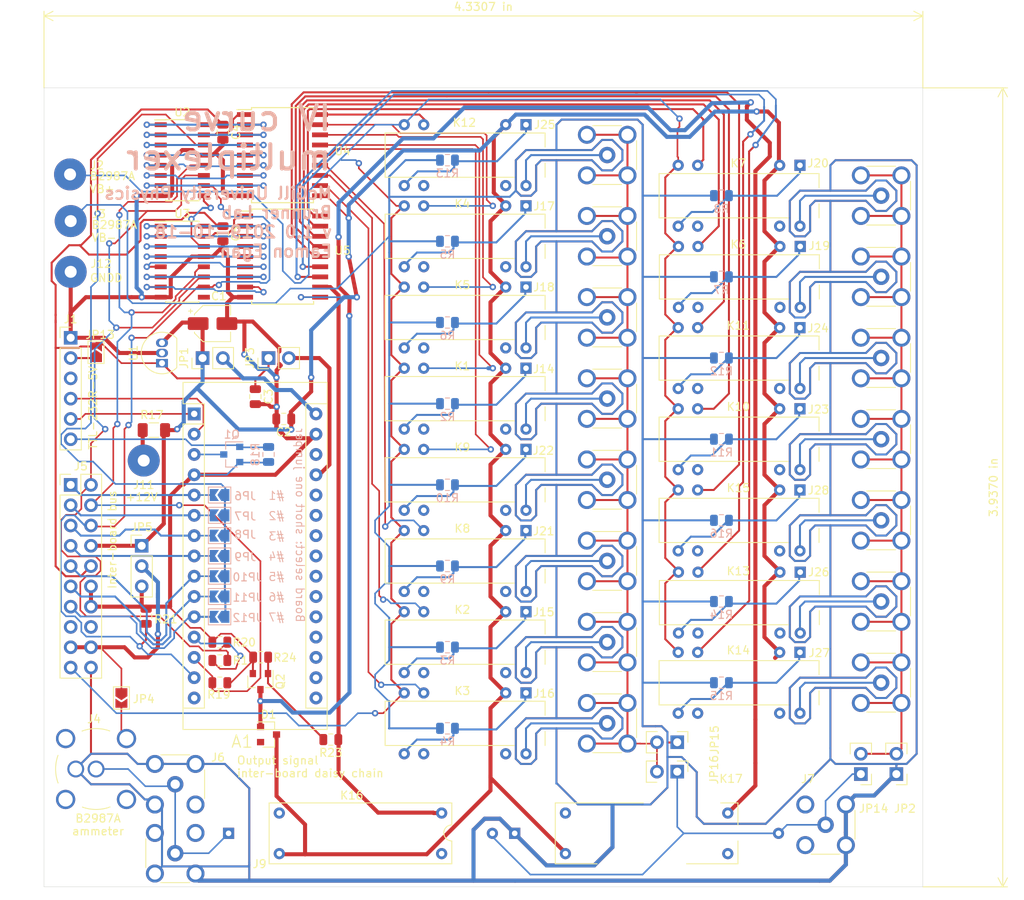
<source format=kicad_pcb>
(kicad_pcb (version 20171130) (host pcbnew "(5.1.0)-1")
  (layers (0 F.Cu signal) (31 B.Cu signal) (34 B.Paste user) (35 F.Paste user) (36 B.SilkS user hide) (37 F.SilkS user) (38 B.Mask user hide) (39 F.Mask user hide) (44 Edge.Cuts user))
  (net 0 "")
  (net 1 +12V)
  (net 2 "Net-(J18-Pad1)")
  (net 3 "Net-(J15-Pad1)")
  (net 4 "Net-(J14-Pad1)")
  (net 5 "Net-(J16-Pad1)")
  (net 6 "Net-(J17-Pad1)")
  (net 7 "Net-(A1-Pad16)")
  (net 8 "Net-(A1-Pad15)")
  (net 9 "Net-(A1-Pad30)")
  (net 10 /Sheet5DB1B453/~SRCLR)
  (net 11 GNDD)
  (net 12 /Sheet5DB1B453/RCLK)
  (net 13 "Net-(A1-Pad28)")
  (net 14 "Net-(A1-Pad12)")
  (net 15 "Net-(A1-Pad27)")
  (net 16 /SER7)
  (net 17 "Net-(A1-Pad26)")
  (net 18 /SER6)
  (net 19 "Net-(A1-Pad25)")
  (net 20 /SER5)
  (net 21 "Net-(A1-Pad24)")
  (net 22 /SER4)
  (net 23 "Net-(A1-Pad23)")
  (net 24 /SER3)
  (net 25 "Net-(A1-Pad22)")
  (net 26 /SER2)
  (net 27 "Net-(A1-Pad21)")
  (net 28 /SER1)
  (net 29 "Net-(A1-Pad20)")
  (net 30 "Net-(A1-Pad19)")
  (net 31 "Net-(A1-Pad3)")
  (net 32 "Net-(A1-Pad18)")
  (net 33 /FTDI_TXD)
  (net 34 "Net-(A1-Pad17)")
  (net 35 /FTDI_RXD)
  (net 36 +5V)
  (net 37 /sheet5DD0BE42/~ON)
  (net 38 /Sheet5DB1B453/SRCLK)
  (net 39 GNDA)
  (net 40 "Net-(J19-Pad1)")
  (net 41 "Net-(J20-Pad1)")
  (net 42 "Net-(J21-Pad1)")
  (net 43 "Net-(J22-Pad1)")
  (net 44 "Net-(J23-Pad1)")
  (net 45 "Net-(J24-Pad1)")
  (net 46 "Net-(J25-Pad1)")
  (net 47 "Net-(J26-Pad1)")
  (net 48 "Net-(J27-Pad1)")
  (net 49 "Net-(J28-Pad1)")
  (net 50 /Sheet5DB1B453/~BIAS_ON3)
  (net 51 /Sheet5DB1B453/~BIAS_ON6)
  (net 52 /Sheet5DB1B453/~BIAS_ON7)
  (net 53 /Sheet5DB1B453/~BIAS_ON1)
  (net 54 /Sheet5DB1B453/~BIAS_ON2)
  (net 55 /Sheet5DB1B453/~BIAS_ON9)
  (net 56 /Sheet5DB1B453/~BIAS_ON8)
  (net 57 /Sheet5DB1B453/~BIAS_ON5)
  (net 58 /Sheet5DB1B453/~BIAS_ON4)
  (net 59 /Sheet5DB1B453/~BIAS_ON11)
  (net 60 /Sheet5DB1B453/~BIAS_ON10)
  (net 61 /Sheet5DB1B453/~BIAS_ON0)
  (net 62 /Sheet5DB1B453/~BIAS_ON13)
  (net 63 /Sheet5DB1B453/~BIAS_ON14)
  (net 64 /Sheet5DB1B453/~BIAS_ON12)
  (net 65 "Net-(U2-Pad15)")
  (net 66 "Net-(U2-Pad9)")
  (net 67 "Net-(U2-Pad7)")
  (net 68 "Net-(U2-Pad6)")
  (net 69 "Net-(U2-Pad5)")
  (net 70 "Net-(U2-Pad4)")
  (net 71 "Net-(U2-Pad3)")
  (net 72 "Net-(U2-Pad2)")
  (net 73 "Net-(U2-Pad1)")
  (net 74 "Net-(U3-Pad15)")
  (net 75 "Net-(U3-Pad9)")
  (net 76 "Net-(U3-Pad7)")
  (net 77 "Net-(U3-Pad6)")
  (net 78 "Net-(U3-Pad5)")
  (net 79 "Net-(U3-Pad4)")
  (net 80 "Net-(U3-Pad3)")
  (net 81 "Net-(U3-Pad2)")
  (net 82 "Net-(U3-Pad1)")
  (net 83 "Net-(J1-Pad6)")
  (net 84 "Net-(J1-Pad3)")
  (net 85 "Net-(J1-Pad2)")
  (net 86 /VB+)
  (net 87 /VB-)
  (net 88 "Net-(J5-Pad16)")
  (net 89 "Net-(J5-Pad15)")
  (net 90 /sheet5DD0BE42/SENSE_DIRECT)
  (net 91 "Net-(J4-Pad2)")
  (net 92 /sheet5DD0BE42/SENSE_SWITCHED)
  (net 93 "Net-(J11-Pad1)")
  (net 94 /SER)
  (net 95 "Net-(K1-Pad1)")
  (net 96 "Net-(K2-Pad1)")
  (net 97 "Net-(K3-Pad1)")
  (net 98 "Net-(K4-Pad1)")
  (net 99 "Net-(K5-Pad1)")
  (net 100 "Net-(K6-Pad1)")
  (net 101 "Net-(K7-Pad1)")
  (net 102 "Net-(K8-Pad1)")
  (net 103 "Net-(K9-Pad1)")
  (net 104 "Net-(K10-Pad1)")
  (net 105 "Net-(K11-Pad1)")
  (net 106 "Net-(K12-Pad1)")
  (net 107 "Net-(K13-Pad1)")
  (net 108 "Net-(K14-Pad1)")
  (net 109 "Net-(K15-Pad1)")
  (net 110 "Net-(D1-Pad2)")
  (net 111 "Net-(Q2-Pad1)")
  (net 112 /sheet5DD0BE42/ON)
  (net 113 "/BIAS RELAYS/BG_OR_SENSE_A")
  (net 114 "/BIAS RELAYS/BG_OR_SENSE_B")
  (module Module:Arduino_Nano (layer F.Cu) (at 68.801 90.805)
    (fp_text reference A1 (at 6.002 41.021) (layer F.SilkS) (effects (font (size 1.524 1.524))))
    (fp_text value Arduino_Nano_v3.x)
    (pad 1 thru_hole rect (at 0 0) (size 1.6 1.6) (drill 0.8) (layers *.Cu *.Mask) (net 35 /FTDI_RXD))
    (pad 17 thru_hole oval (at 15.24 33.02) (size 1.6 1.6) (drill 0.8) (layers *.Cu *.Mask) (net 34 "Net-(A1-Pad17)"))
    (pad 2 thru_hole oval (at 0 2.54) (size 1.6 1.6) (drill 0.8) (layers *.Cu *.Mask) (net 33 /FTDI_TXD))
    (pad 18 thru_hole oval (at 15.24 30.48) (size 1.6 1.6) (drill 0.8) (layers *.Cu *.Mask) (net 32 "Net-(A1-Pad18)"))
    (pad 3 thru_hole oval (at 0 5.08) (size 1.6 1.6) (drill 0.8) (layers *.Cu *.Mask) (net 31 "Net-(A1-Pad3)"))
    (pad 19 thru_hole oval (at 15.24 27.94) (size 1.6 1.6) (drill 0.8) (layers *.Cu *.Mask) (net 30 "Net-(A1-Pad19)"))
    (pad 4 thru_hole oval (at 0 7.62) (size 1.6 1.6) (drill 0.8) (layers *.Cu *.Mask) (net 11 GNDD))
    (pad 20 thru_hole oval (at 15.24 25.4) (size 1.6 1.6) (drill 0.8) (layers *.Cu *.Mask) (net 29 "Net-(A1-Pad20)"))
    (pad 5 thru_hole oval (at 0 10.16) (size 1.6 1.6) (drill 0.8) (layers *.Cu *.Mask) (net 28 /SER1))
    (pad 21 thru_hole oval (at 15.24 22.86) (size 1.6 1.6) (drill 0.8) (layers *.Cu *.Mask) (net 27 "Net-(A1-Pad21)"))
    (pad 6 thru_hole oval (at 0 12.7) (size 1.6 1.6) (drill 0.8) (layers *.Cu *.Mask) (net 26 /SER2))
    (pad 22 thru_hole oval (at 15.24 20.32) (size 1.6 1.6) (drill 0.8) (layers *.Cu *.Mask) (net 25 "Net-(A1-Pad22)"))
    (pad 7 thru_hole oval (at 0 15.24) (size 1.6 1.6) (drill 0.8) (layers *.Cu *.Mask) (net 24 /SER3))
    (pad 23 thru_hole oval (at 15.24 17.78) (size 1.6 1.6) (drill 0.8) (layers *.Cu *.Mask) (net 23 "Net-(A1-Pad23)"))
    (pad 8 thru_hole oval (at 0 17.78) (size 1.6 1.6) (drill 0.8) (layers *.Cu *.Mask) (net 22 /SER4))
    (pad 24 thru_hole oval (at 15.24 15.24) (size 1.6 1.6) (drill 0.8) (layers *.Cu *.Mask) (net 21 "Net-(A1-Pad24)"))
    (pad 9 thru_hole oval (at 0 20.32) (size 1.6 1.6) (drill 0.8) (layers *.Cu *.Mask) (net 20 /SER5))
    (pad 25 thru_hole oval (at 15.24 12.7) (size 1.6 1.6) (drill 0.8) (layers *.Cu *.Mask) (net 19 "Net-(A1-Pad25)"))
    (pad 10 thru_hole oval (at 0 22.86) (size 1.6 1.6) (drill 0.8) (layers *.Cu *.Mask) (net 18 /SER6))
    (pad 26 thru_hole oval (at 15.24 10.16) (size 1.6 1.6) (drill 0.8) (layers *.Cu *.Mask) (net 17 "Net-(A1-Pad26)"))
    (pad 11 thru_hole oval (at 0 25.4) (size 1.6 1.6) (drill 0.8) (layers *.Cu *.Mask) (net 16 /SER7))
    (pad 27 thru_hole oval (at 15.24 7.62) (size 1.6 1.6) (drill 0.8) (layers *.Cu *.Mask) (net 15 "Net-(A1-Pad27)"))
    (pad 12 thru_hole oval (at 0 27.94) (size 1.6 1.6) (drill 0.8) (layers *.Cu *.Mask) (net 14 "Net-(A1-Pad12)"))
    (pad 28 thru_hole oval (at 15.24 5.08) (size 1.6 1.6) (drill 0.8) (layers *.Cu *.Mask) (net 13 "Net-(A1-Pad28)"))
    (pad 13 thru_hole oval (at 0 30.48) (size 1.6 1.6) (drill 0.8) (layers *.Cu *.Mask) (net 12 /Sheet5DB1B453/RCLK))
    (pad 29 thru_hole oval (at 15.24 2.54) (size 1.6 1.6) (drill 0.8) (layers *.Cu *.Mask) (net 11 GNDD))
    (pad 14 thru_hole oval (at 0 33.02) (size 1.6 1.6) (drill 0.8) (layers *.Cu *.Mask) (net 10 /Sheet5DB1B453/~SRCLR))
    (pad 30 thru_hole oval (at 15.24 0) (size 1.6 1.6) (drill 0.8) (layers *.Cu *.Mask) (net 9 "Net-(A1-Pad30)"))
    (pad 15 thru_hole oval (at 0 35.56) (size 1.6 1.6) (drill 0.8) (layers *.Cu *.Mask) (net 8 "Net-(A1-Pad15)"))
    (pad 16 thru_hole oval (at 15.24 35.56) (size 1.6 1.6) (drill 0.8) (layers *.Cu *.Mask) (net 7 "Net-(A1-Pad16)"))
  )
  (module iv-mux:Relay_StandexMeder_DIP_HighProfile_SSmod (layer F.Cu) (at 110.33 95.25 270)
    (fp_text reference K9 (at -0.254 7.968) (layer F.SilkS))
    (fp_text value DIP12-2A72-21D)
    (pad 14 thru_hole circle (at 7.62 0 270) (size 1.4 1.4) (drill 0.7) (layers *.Cu *.Mask) (net 43 "Net-(J22-Pad1)"))
    (pad 7 thru_hole circle (at 0 15.24 270) (size 1.4 1.4) (drill 0.7) (layers *.Cu *.Mask) (net 86 /VB+))
    (pad 8 thru_hole circle (at 7.62 15.24 270) (size 1.4 1.4) (drill 0.7) (layers *.Cu *.Mask) (net 103 "Net-(K9-Pad1)"))
    (pad 1 thru_hole rect (at 0 0 270) (size 1.4 1.4) (drill 0.7) (layers *.Cu *.Mask) (net 103 "Net-(K9-Pad1)"))
    (pad 2 thru_hole circle (at 0 2.54 270) (size 1.4 1.4) (drill 0.7) (layers *.Cu *.Mask) (net 1 +12V))
    (pad 6 thru_hole circle (at 0 12.8 270) (size 1.4 1.4) (drill 0.7) (layers *.Cu *.Mask) (net 58 /Sheet5DB1B453/~BIAS_ON4))
    (pad 9 thru_hole circle (at 7.62 12.8 270) (size 1.4 1.4) (drill 0.7) (layers *.Cu *.Mask))
    (pad 13 thru_hole circle (at 7.62 2.54 270) (size 1.4 1.4) (drill 0.7) (layers *.Cu *.Mask))
  )
  (module iv-mux:Relay_StandexMeder_DIP_HighProfile_SSmod (layer F.Cu) (at 110.33 54.61 270)
    (fp_text reference K12 (at -0.254 7.714) (layer F.SilkS))
    (fp_text value DIP12-2A72-21D)
    (pad 14 thru_hole circle (at 7.62 0 270) (size 1.4 1.4) (drill 0.7) (layers *.Cu *.Mask) (net 46 "Net-(J25-Pad1)"))
    (pad 7 thru_hole circle (at 0 15.24 270) (size 1.4 1.4) (drill 0.7) (layers *.Cu *.Mask) (net 86 /VB+))
    (pad 8 thru_hole circle (at 7.62 15.24 270) (size 1.4 1.4) (drill 0.7) (layers *.Cu *.Mask) (net 106 "Net-(K12-Pad1)"))
    (pad 1 thru_hole rect (at 0 0 270) (size 1.4 1.4) (drill 0.7) (layers *.Cu *.Mask) (net 106 "Net-(K12-Pad1)"))
    (pad 2 thru_hole circle (at 0 2.54 270) (size 1.4 1.4) (drill 0.7) (layers *.Cu *.Mask) (net 1 +12V))
    (pad 6 thru_hole circle (at 0 12.8 270) (size 1.4 1.4) (drill 0.7) (layers *.Cu *.Mask) (net 61 /Sheet5DB1B453/~BIAS_ON0))
    (pad 9 thru_hole circle (at 7.62 12.8 270) (size 1.4 1.4) (drill 0.7) (layers *.Cu *.Mask))
    (pad 13 thru_hole circle (at 7.62 2.54 270) (size 1.4 1.4) (drill 0.7) (layers *.Cu *.Mask))
  )
  (module iv-mux:Relay_StandexMeder_DIP_HighProfile_SSmod (layer F.Cu) (at 144.62 100.33 270)
    (fp_text reference K15 (at -0.254 7.714) (layer F.SilkS))
    (fp_text value DIP12-2A72-21D)
    (pad 14 thru_hole circle (at 7.62 0 270) (size 1.4 1.4) (drill 0.7) (layers *.Cu *.Mask) (net 49 "Net-(J28-Pad1)"))
    (pad 7 thru_hole circle (at 0 15.24 270) (size 1.4 1.4) (drill 0.7) (layers *.Cu *.Mask) (net 86 /VB+))
    (pad 8 thru_hole circle (at 7.62 15.24 270) (size 1.4 1.4) (drill 0.7) (layers *.Cu *.Mask) (net 109 "Net-(K15-Pad1)"))
    (pad 1 thru_hole rect (at 0 0 270) (size 1.4 1.4) (drill 0.7) (layers *.Cu *.Mask) (net 109 "Net-(K15-Pad1)"))
    (pad 2 thru_hole circle (at 0 2.54 270) (size 1.4 1.4) (drill 0.7) (layers *.Cu *.Mask) (net 1 +12V))
    (pad 6 thru_hole circle (at 0 12.8 270) (size 1.4 1.4) (drill 0.7) (layers *.Cu *.Mask) (net 64 /Sheet5DB1B453/~BIAS_ON12))
    (pad 9 thru_hole circle (at 7.62 12.8 270) (size 1.4 1.4) (drill 0.7) (layers *.Cu *.Mask))
    (pad 13 thru_hole circle (at 7.62 2.54 270) (size 1.4 1.4) (drill 0.7) (layers *.Cu *.Mask))
  )
  (module passthrough:BNC_coax_or_triax (layer F.Cu) (at 56.515 135.255)
    (fp_text reference J4 (at -0.25 -6.25) (layer F.SilkS))
    (fp_text value Conn_Triax)
    (pad 3 thru_hole circle (at -2.54 0) (size 2.1 2.1) (drill 1.5875) (layers *.Cu *.Mask) (net 87 /VB-))
    (pad 1 thru_hole circle (at 0 0) (size 2.1 2.1) (drill 1.5875) (layers *.Cu *.Mask) (net 92 /sheet5DD0BE42/SENSE_SWITCHED))
    (pad 2 thru_hole circle (at -3.81 3.81 45) (size 2.413 2.413) (drill 1.778) (layers *.Cu *.Mask) (net 91 "Net-(J4-Pad2)"))
    (pad 2 thru_hole circle (at -3.81 -3.81 45) (size 2.413 2.413) (drill 1.778) (layers *.Cu *.Mask) (net 91 "Net-(J4-Pad2)"))
    (pad 2 thru_hole circle (at 3.81 -3.81 45) (size 2.413 2.413) (drill 1.778) (layers *.Cu *.Mask) (net 91 "Net-(J4-Pad2)"))
    (pad 2 thru_hole circle (at 3.81 3.81 45) (size 2.413 2.413) (drill 1.778) (layers *.Cu *.Mask) (net 91 "Net-(J4-Pad2)"))
  )
  (module iv-mux:Relay_StandexMeder_HI (layer F.Cu) (at 135.5852 140.7668 270)
    (fp_text reference K17 (at -4.2926 -0.4064) (layer F.SilkS))
    (fp_text value HI12-1A85)
    (pad 1 thru_hole rect (at 2.54 26.67 270) (size 1.4 1.4) (drill 0.7) (layers *.Cu *.Mask) (net 87 /VB-))
    (pad 2 thru_hole circle (at 2.54 -6.35 270) (size 1.4 1.4) (drill 0.7) (layers *.Cu *.Mask) (net 90 /sheet5DD0BE42/SENSE_DIRECT))
    (pad 5 thru_hole circle (at 0 0 270) (size 1.4 1.4) (drill 0.7) (layers *.Cu *.Mask) (net 112 /sheet5DD0BE42/ON))
    (pad 3 thru_hole circle (at 5.08 20.32 270) (size 1.4 1.4) (drill 0.7) (layers *.Cu *.Mask) (net 1 +12V))
    (pad 4 thru_hole circle (at 0 20.32 270) (size 1.4 1.4) (drill 0.7) (layers *.Cu *.Mask))
    (pad 6 thru_hole circle (at 5.08 0 270) (size 1.4 1.4) (drill 0.7) (layers *.Cu *.Mask))
  )
  (module iv-mux:MCX_Vertical (layer F.Cu) (at 147.828 142.24)
    (fp_text reference J7 (at -2.2098 -5.7404) (layer F.SilkS))
    (fp_text value Conn_Coaxial)
    (pad 1 thru_hole circle (at 0 0) (size 2.05 2.05) (drill 1.1684) (layers *.Cu *.Mask) (net 90 /sheet5DD0BE42/SENSE_DIRECT))
    (pad 2 thru_hole circle (at 2.54 2.54) (size 2.25 2.25) (drill 1.524) (layers *.Cu *.Mask) (net 87 /VB-))
    (pad 2 thru_hole circle (at 2.54 -2.54) (size 2.25 2.25) (drill 1.524) (layers *.Cu *.Mask) (net 87 /VB-))
    (pad 2 thru_hole circle (at -2.54 -2.54) (size 2.25 2.25) (drill 1.524) (layers *.Cu *.Mask) (net 87 /VB-))
    (pad 2 thru_hole circle (at -2.54 2.54) (size 2.25 2.25) (drill 1.524) (layers *.Cu *.Mask) (net 87 /VB-))
  )
  (module iv-mux:MCX_Vertical (layer F.Cu) (at 66.421 145.796)
    (fp_text reference J9 (at 10.5664 1.3462) (layer F.SilkS))
    (fp_text value Conn_Coaxial)
    (pad 1 thru_hole circle (at 0 0) (size 2.05 2.05) (drill 1.1684) (layers *.Cu *.Mask) (net 92 /sheet5DD0BE42/SENSE_SWITCHED))
    (pad 2 thru_hole circle (at 2.54 2.54) (size 2.25 2.25) (drill 1.524) (layers *.Cu *.Mask) (net 87 /VB-))
    (pad 2 thru_hole circle (at 2.54 -2.54) (size 2.25 2.25) (drill 1.524) (layers *.Cu *.Mask) (net 87 /VB-))
    (pad 2 thru_hole circle (at -2.54 -2.54) (size 2.25 2.25) (drill 1.524) (layers *.Cu *.Mask) (net 87 /VB-))
    (pad 2 thru_hole circle (at -2.54 2.54) (size 2.25 2.25) (drill 1.524) (layers *.Cu *.Mask) (net 87 /VB-))
  )
  (module iv-mux:MCX_Vertical (layer F.Cu) (at 66.421 137.16)
    (fp_text reference J6 (at 5.3594 -3.3528) (layer F.SilkS))
    (fp_text value Conn_Coaxial)
    (pad 1 thru_hole circle (at 0 0) (size 2.05 2.05) (drill 1.1684) (layers *.Cu *.Mask) (net 92 /sheet5DD0BE42/SENSE_SWITCHED))
    (pad 2 thru_hole circle (at 2.54 2.54) (size 2.25 2.25) (drill 1.524) (layers *.Cu *.Mask) (net 87 /VB-))
    (pad 2 thru_hole circle (at 2.54 -2.54) (size 2.25 2.25) (drill 1.524) (layers *.Cu *.Mask) (net 87 /VB-))
    (pad 2 thru_hole circle (at -2.54 -2.54) (size 2.25 2.25) (drill 1.524) (layers *.Cu *.Mask) (net 87 /VB-))
    (pad 2 thru_hole circle (at -2.54 2.54) (size 2.25 2.25) (drill 1.524) (layers *.Cu *.Mask) (net 87 /VB-))
  )
  (module iv-mux:Relay_StandexMeder_DIP_HighProfile_SSmod (layer F.Cu) (at 110.33 105.41 270)
    (fp_text reference K8 (at -0.254 7.968) (layer F.SilkS))
    (fp_text value DIP12-2A72-21D)
    (pad 14 thru_hole circle (at 7.62 0 270) (size 1.4 1.4) (drill 0.7) (layers *.Cu *.Mask) (net 42 "Net-(J21-Pad1)"))
    (pad 7 thru_hole circle (at 0 15.24 270) (size 1.4 1.4) (drill 0.7) (layers *.Cu *.Mask) (net 86 /VB+))
    (pad 8 thru_hole circle (at 7.62 15.24 270) (size 1.4 1.4) (drill 0.7) (layers *.Cu *.Mask) (net 102 "Net-(K8-Pad1)"))
    (pad 1 thru_hole rect (at 0 0 270) (size 1.4 1.4) (drill 0.7) (layers *.Cu *.Mask) (net 102 "Net-(K8-Pad1)"))
    (pad 2 thru_hole circle (at 0 2.54 270) (size 1.4 1.4) (drill 0.7) (layers *.Cu *.Mask) (net 1 +12V))
    (pad 6 thru_hole circle (at 0 12.8 270) (size 1.4 1.4) (drill 0.7) (layers *.Cu *.Mask) (net 57 /Sheet5DB1B453/~BIAS_ON5))
    (pad 9 thru_hole circle (at 7.62 12.8 270) (size 1.4 1.4) (drill 0.7) (layers *.Cu *.Mask))
    (pad 13 thru_hole circle (at 7.62 2.54 270) (size 1.4 1.4) (drill 0.7) (layers *.Cu *.Mask))
  )
  (module iv-mux:Relay_StandexMeder_DIP_HighProfile_SSmod (layer F.Cu) (at 110.33 74.93 270)
    (fp_text reference K5 (at -0.254 7.968) (layer F.SilkS))
    (fp_text value DIP12-2A72-21D)
    (pad 14 thru_hole circle (at 7.62 0 270) (size 1.4 1.4) (drill 0.7) (layers *.Cu *.Mask) (net 2 "Net-(J18-Pad1)"))
    (pad 7 thru_hole circle (at 0 15.24 270) (size 1.4 1.4) (drill 0.7) (layers *.Cu *.Mask) (net 86 /VB+))
    (pad 8 thru_hole circle (at 7.62 15.24 270) (size 1.4 1.4) (drill 0.7) (layers *.Cu *.Mask) (net 99 "Net-(K5-Pad1)"))
    (pad 1 thru_hole rect (at 0 0 270) (size 1.4 1.4) (drill 0.7) (layers *.Cu *.Mask) (net 99 "Net-(K5-Pad1)"))
    (pad 2 thru_hole circle (at 0 2.54 270) (size 1.4 1.4) (drill 0.7) (layers *.Cu *.Mask) (net 1 +12V))
    (pad 6 thru_hole circle (at 0 12.8 270) (size 1.4 1.4) (drill 0.7) (layers *.Cu *.Mask) (net 54 /Sheet5DB1B453/~BIAS_ON2))
    (pad 9 thru_hole circle (at 7.62 12.8 270) (size 1.4 1.4) (drill 0.7) (layers *.Cu *.Mask))
    (pad 13 thru_hole circle (at 7.62 2.54 270) (size 1.4 1.4) (drill 0.7) (layers *.Cu *.Mask))
  )
  (module iv-mux:Relay_StandexMeder_DIP_HighProfile_SSmod (layer F.Cu) (at 110.33 125.73 270)
    (fp_text reference K3 (at -0.254 7.968) (layer F.SilkS))
    (fp_text value DIP12-2A72-21D)
    (pad 14 thru_hole circle (at 7.62 0 270) (size 1.4 1.4) (drill 0.7) (layers *.Cu *.Mask) (net 5 "Net-(J16-Pad1)"))
    (pad 7 thru_hole circle (at 0 15.24 270) (size 1.4 1.4) (drill 0.7) (layers *.Cu *.Mask) (net 86 /VB+))
    (pad 8 thru_hole circle (at 7.62 15.24 270) (size 1.4 1.4) (drill 0.7) (layers *.Cu *.Mask) (net 97 "Net-(K3-Pad1)"))
    (pad 1 thru_hole rect (at 0 0 270) (size 1.4 1.4) (drill 0.7) (layers *.Cu *.Mask) (net 97 "Net-(K3-Pad1)"))
    (pad 2 thru_hole circle (at 0 2.54 270) (size 1.4 1.4) (drill 0.7) (layers *.Cu *.Mask) (net 1 +12V))
    (pad 6 thru_hole circle (at 0 12.8 270) (size 1.4 1.4) (drill 0.7) (layers *.Cu *.Mask) (net 52 /Sheet5DB1B453/~BIAS_ON7))
    (pad 9 thru_hole circle (at 7.62 12.8 270) (size 1.4 1.4) (drill 0.7) (layers *.Cu *.Mask))
    (pad 13 thru_hole circle (at 7.62 2.54 270) (size 1.4 1.4) (drill 0.7) (layers *.Cu *.Mask))
  )
  (module iv-mux:Relay_StandexMeder_DIP_HighProfile_SSmod (layer F.Cu) (at 144.62 80.01 270)
    (fp_text reference K11 (at -0.254 7.714) (layer F.SilkS))
    (fp_text value DIP12-2A72-21D)
    (pad 14 thru_hole circle (at 7.62 0 270) (size 1.4 1.4) (drill 0.7) (layers *.Cu *.Mask) (net 45 "Net-(J24-Pad1)"))
    (pad 7 thru_hole circle (at 0 15.24 270) (size 1.4 1.4) (drill 0.7) (layers *.Cu *.Mask) (net 86 /VB+))
    (pad 8 thru_hole circle (at 7.62 15.24 270) (size 1.4 1.4) (drill 0.7) (layers *.Cu *.Mask) (net 105 "Net-(K11-Pad1)"))
    (pad 1 thru_hole rect (at 0 0 270) (size 1.4 1.4) (drill 0.7) (layers *.Cu *.Mask) (net 105 "Net-(K11-Pad1)"))
    (pad 2 thru_hole circle (at 0 2.54 270) (size 1.4 1.4) (drill 0.7) (layers *.Cu *.Mask) (net 1 +12V))
    (pad 6 thru_hole circle (at 0 12.8 270) (size 1.4 1.4) (drill 0.7) (layers *.Cu *.Mask) (net 60 /Sheet5DB1B453/~BIAS_ON10))
    (pad 9 thru_hole circle (at 7.62 12.8 270) (size 1.4 1.4) (drill 0.7) (layers *.Cu *.Mask))
    (pad 13 thru_hole circle (at 7.62 2.54 270) (size 1.4 1.4) (drill 0.7) (layers *.Cu *.Mask))
  )
  (module iv-mux:Relay_StandexMeder_DIP_HighProfile_SSmod (layer F.Cu) (at 110.33 115.57 270)
    (fp_text reference K2 (at -0.254 7.968) (layer F.SilkS))
    (fp_text value DIP12-2A72-21D)
    (pad 14 thru_hole circle (at 7.62 0 270) (size 1.4 1.4) (drill 0.7) (layers *.Cu *.Mask) (net 3 "Net-(J15-Pad1)"))
    (pad 7 thru_hole circle (at 0 15.24 270) (size 1.4 1.4) (drill 0.7) (layers *.Cu *.Mask) (net 86 /VB+))
    (pad 8 thru_hole circle (at 7.62 15.24 270) (size 1.4 1.4) (drill 0.7) (layers *.Cu *.Mask) (net 96 "Net-(K2-Pad1)"))
    (pad 1 thru_hole rect (at 0 0 270) (size 1.4 1.4) (drill 0.7) (layers *.Cu *.Mask) (net 96 "Net-(K2-Pad1)"))
    (pad 2 thru_hole circle (at 0 2.54 270) (size 1.4 1.4) (drill 0.7) (layers *.Cu *.Mask) (net 1 +12V))
    (pad 6 thru_hole circle (at 0 12.8 270) (size 1.4 1.4) (drill 0.7) (layers *.Cu *.Mask) (net 51 /Sheet5DB1B453/~BIAS_ON6))
    (pad 9 thru_hole circle (at 7.62 12.8 270) (size 1.4 1.4) (drill 0.7) (layers *.Cu *.Mask))
    (pad 13 thru_hole circle (at 7.62 2.54 270) (size 1.4 1.4) (drill 0.7) (layers *.Cu *.Mask))
  )
  (module iv-mux:Relay_StandexMeder_DIP_HighProfile_SSmod (layer F.Cu) (at 110.33 64.77 270)
    (fp_text reference K4 (at -0.254 7.968) (layer F.SilkS))
    (fp_text value DIP12-2A72-21D)
    (pad 14 thru_hole circle (at 7.62 0 270) (size 1.4 1.4) (drill 0.7) (layers *.Cu *.Mask) (net 6 "Net-(J17-Pad1)"))
    (pad 7 thru_hole circle (at 0 15.24 270) (size 1.4 1.4) (drill 0.7) (layers *.Cu *.Mask) (net 86 /VB+))
    (pad 8 thru_hole circle (at 7.62 15.24 270) (size 1.4 1.4) (drill 0.7) (layers *.Cu *.Mask) (net 98 "Net-(K4-Pad1)"))
    (pad 1 thru_hole rect (at 0 0 270) (size 1.4 1.4) (drill 0.7) (layers *.Cu *.Mask) (net 98 "Net-(K4-Pad1)"))
    (pad 2 thru_hole circle (at 0 2.54 270) (size 1.4 1.4) (drill 0.7) (layers *.Cu *.Mask) (net 1 +12V))
    (pad 6 thru_hole circle (at 0 12.8 270) (size 1.4 1.4) (drill 0.7) (layers *.Cu *.Mask) (net 53 /Sheet5DB1B453/~BIAS_ON1))
    (pad 9 thru_hole circle (at 7.62 12.8 270) (size 1.4 1.4) (drill 0.7) (layers *.Cu *.Mask))
    (pad 13 thru_hole circle (at 7.62 2.54 270) (size 1.4 1.4) (drill 0.7) (layers *.Cu *.Mask))
  )
  (module iv-mux:Relay_StandexMeder_DIP_HighProfile_SSmod (layer F.Cu) (at 110.33 85.09 270)
    (fp_text reference K1 (at -0.254 7.968) (layer F.SilkS))
    (fp_text value DIP12-2A72-21D)
    (pad 14 thru_hole circle (at 7.62 0 270) (size 1.4 1.4) (drill 0.7) (layers *.Cu *.Mask) (net 4 "Net-(J14-Pad1)"))
    (pad 7 thru_hole circle (at 0 15.24 270) (size 1.4 1.4) (drill 0.7) (layers *.Cu *.Mask) (net 86 /VB+))
    (pad 8 thru_hole circle (at 7.62 15.24 270) (size 1.4 1.4) (drill 0.7) (layers *.Cu *.Mask) (net 95 "Net-(K1-Pad1)"))
    (pad 1 thru_hole rect (at 0 0 270) (size 1.4 1.4) (drill 0.7) (layers *.Cu *.Mask) (net 95 "Net-(K1-Pad1)"))
    (pad 2 thru_hole circle (at 0 2.54 270) (size 1.4 1.4) (drill 0.7) (layers *.Cu *.Mask) (net 1 +12V))
    (pad 6 thru_hole circle (at 0 12.8 270) (size 1.4 1.4) (drill 0.7) (layers *.Cu *.Mask) (net 50 /Sheet5DB1B453/~BIAS_ON3))
    (pad 9 thru_hole circle (at 7.62 12.8 270) (size 1.4 1.4) (drill 0.7) (layers *.Cu *.Mask))
    (pad 13 thru_hole circle (at 7.62 2.54 270) (size 1.4 1.4) (drill 0.7) (layers *.Cu *.Mask))
  )
  (module iv-mux:Relay_StandexMeder_DIP_HighProfile_SSmod (layer F.Cu) (at 144.62 90.17 270)
    (fp_text reference K10 (at -0.254 7.714) (layer F.SilkS))
    (fp_text value DIP12-2A72-21D)
    (pad 14 thru_hole circle (at 7.62 0 270) (size 1.4 1.4) (drill 0.7) (layers *.Cu *.Mask) (net 44 "Net-(J23-Pad1)"))
    (pad 7 thru_hole circle (at 0 15.24 270) (size 1.4 1.4) (drill 0.7) (layers *.Cu *.Mask) (net 86 /VB+))
    (pad 8 thru_hole circle (at 7.62 15.24 270) (size 1.4 1.4) (drill 0.7) (layers *.Cu *.Mask) (net 104 "Net-(K10-Pad1)"))
    (pad 1 thru_hole rect (at 0 0 270) (size 1.4 1.4) (drill 0.7) (layers *.Cu *.Mask) (net 104 "Net-(K10-Pad1)"))
    (pad 2 thru_hole circle (at 0 2.54 270) (size 1.4 1.4) (drill 0.7) (layers *.Cu *.Mask) (net 1 +12V))
    (pad 6 thru_hole circle (at 0 12.8 270) (size 1.4 1.4) (drill 0.7) (layers *.Cu *.Mask) (net 59 /Sheet5DB1B453/~BIAS_ON11))
    (pad 9 thru_hole circle (at 7.62 12.8 270) (size 1.4 1.4) (drill 0.7) (layers *.Cu *.Mask))
    (pad 13 thru_hole circle (at 7.62 2.54 270) (size 1.4 1.4) (drill 0.7) (layers *.Cu *.Mask))
  )
  (module iv-mux:Relay_StandexMeder_DIP_HighProfile_SSmod (layer F.Cu) (at 144.62 59.69 270)
    (fp_text reference K7 (at -0.254 7.714) (layer F.SilkS))
    (fp_text value DIP12-2A72-21D)
    (pad 14 thru_hole circle (at 7.62 0 270) (size 1.4 1.4) (drill 0.7) (layers *.Cu *.Mask) (net 41 "Net-(J20-Pad1)"))
    (pad 7 thru_hole circle (at 0 15.24 270) (size 1.4 1.4) (drill 0.7) (layers *.Cu *.Mask) (net 86 /VB+))
    (pad 8 thru_hole circle (at 7.62 15.24 270) (size 1.4 1.4) (drill 0.7) (layers *.Cu *.Mask) (net 101 "Net-(K7-Pad1)"))
    (pad 1 thru_hole rect (at 0 0 270) (size 1.4 1.4) (drill 0.7) (layers *.Cu *.Mask) (net 101 "Net-(K7-Pad1)"))
    (pad 2 thru_hole circle (at 0 2.54 270) (size 1.4 1.4) (drill 0.7) (layers *.Cu *.Mask) (net 1 +12V))
    (pad 6 thru_hole circle (at 0 12.8 270) (size 1.4 1.4) (drill 0.7) (layers *.Cu *.Mask) (net 56 /Sheet5DB1B453/~BIAS_ON8))
    (pad 9 thru_hole circle (at 7.62 12.8 270) (size 1.4 1.4) (drill 0.7) (layers *.Cu *.Mask))
    (pad 13 thru_hole circle (at 7.62 2.54 270) (size 1.4 1.4) (drill 0.7) (layers *.Cu *.Mask))
  )
  (module iv-mux:Relay_StandexMeder_DIP_HighProfile_SSmod (layer F.Cu) (at 144.62 120.65 270)
    (fp_text reference K14 (at -0.254 7.714) (layer F.SilkS))
    (fp_text value DIP12-2A72-21D)
    (pad 14 thru_hole circle (at 7.62 0 270) (size 1.4 1.4) (drill 0.7) (layers *.Cu *.Mask) (net 48 "Net-(J27-Pad1)"))
    (pad 7 thru_hole circle (at 0 15.24 270) (size 1.4 1.4) (drill 0.7) (layers *.Cu *.Mask) (net 86 /VB+))
    (pad 8 thru_hole circle (at 7.62 15.24 270) (size 1.4 1.4) (drill 0.7) (layers *.Cu *.Mask) (net 108 "Net-(K14-Pad1)"))
    (pad 1 thru_hole rect (at 0 0 270) (size 1.4 1.4) (drill 0.7) (layers *.Cu *.Mask) (net 108 "Net-(K14-Pad1)"))
    (pad 2 thru_hole circle (at 0 2.54 270) (size 1.4 1.4) (drill 0.7) (layers *.Cu *.Mask) (net 1 +12V))
    (pad 6 thru_hole circle (at 0 12.8 270) (size 1.4 1.4) (drill 0.7) (layers *.Cu *.Mask) (net 63 /Sheet5DB1B453/~BIAS_ON14))
    (pad 9 thru_hole circle (at 7.62 12.8 270) (size 1.4 1.4) (drill 0.7) (layers *.Cu *.Mask))
    (pad 13 thru_hole circle (at 7.62 2.54 270) (size 1.4 1.4) (drill 0.7) (layers *.Cu *.Mask))
  )
  (module iv-mux:Relay_StandexMeder_DIP_HighProfile_SSmod (layer F.Cu) (at 144.653 69.85 270)
    (fp_text reference K6 (at -0.254 7.747) (layer F.SilkS))
    (fp_text value DIP12-2A72-21D)
    (pad 14 thru_hole circle (at 7.62 0 270) (size 1.4 1.4) (drill 0.7) (layers *.Cu *.Mask) (net 40 "Net-(J19-Pad1)"))
    (pad 7 thru_hole circle (at 0 15.24 270) (size 1.4 1.4) (drill 0.7) (layers *.Cu *.Mask) (net 86 /VB+))
    (pad 8 thru_hole circle (at 7.62 15.24 270) (size 1.4 1.4) (drill 0.7) (layers *.Cu *.Mask) (net 100 "Net-(K6-Pad1)"))
    (pad 1 thru_hole rect (at 0 0 270) (size 1.4 1.4) (drill 0.7) (layers *.Cu *.Mask) (net 100 "Net-(K6-Pad1)"))
    (pad 2 thru_hole circle (at 0 2.54 270) (size 1.4 1.4) (drill 0.7) (layers *.Cu *.Mask) (net 1 +12V))
    (pad 6 thru_hole circle (at 0 12.8 270) (size 1.4 1.4) (drill 0.7) (layers *.Cu *.Mask) (net 55 /Sheet5DB1B453/~BIAS_ON9))
    (pad 9 thru_hole circle (at 7.62 12.8 270) (size 1.4 1.4) (drill 0.7) (layers *.Cu *.Mask))
    (pad 13 thru_hole circle (at 7.62 2.54 270) (size 1.4 1.4) (drill 0.7) (layers *.Cu *.Mask))
  )
  (module iv-mux:Relay_StandexMeder_DIP_HighProfile_SSmod (layer F.Cu) (at 144.653 110.617 270)
    (fp_text reference K13 (at -0.127 7.747) (layer F.SilkS))
    (fp_text value DIP12-2A72-21D)
    (pad 14 thru_hole circle (at 7.62 0 270) (size 1.4 1.4) (drill 0.7) (layers *.Cu *.Mask) (net 47 "Net-(J26-Pad1)"))
    (pad 7 thru_hole circle (at 0 15.24 270) (size 1.4 1.4) (drill 0.7) (layers *.Cu *.Mask) (net 86 /VB+))
    (pad 8 thru_hole circle (at 7.62 15.24 270) (size 1.4 1.4) (drill 0.7) (layers *.Cu *.Mask) (net 107 "Net-(K13-Pad1)"))
    (pad 1 thru_hole rect (at 0 0 270) (size 1.4 1.4) (drill 0.7) (layers *.Cu *.Mask) (net 107 "Net-(K13-Pad1)"))
    (pad 2 thru_hole circle (at 0 2.54 270) (size 1.4 1.4) (drill 0.7) (layers *.Cu *.Mask) (net 1 +12V))
    (pad 6 thru_hole circle (at 0 12.8 270) (size 1.4 1.4) (drill 0.7) (layers *.Cu *.Mask) (net 62 /Sheet5DB1B453/~BIAS_ON13))
    (pad 9 thru_hole circle (at 7.62 12.8 270) (size 1.4 1.4) (drill 0.7) (layers *.Cu *.Mask))
    (pad 13 thru_hole circle (at 7.62 2.54 270) (size 1.4 1.4) (drill 0.7) (layers *.Cu *.Mask))
  )
  (module Package_TO_SOT_SMD:SOT-23 (layer F.Cu) (at 77.089 124.3076 270)
    (fp_text reference Q2 (at 0 -2.5 270) (layer F.SilkS))
    (fp_text value 2N7002)
    (pad 3 smd rect (at 1 0 270) (size 0.9 0.8) (layers F.Cu F.Paste F.Mask) (net 112 /sheet5DD0BE42/ON))
    (pad 2 smd rect (at -1 0.95 270) (size 0.9 0.8) (layers F.Cu F.Paste F.Mask) (net 11 GNDD))
    (pad 1 smd rect (at -1 -0.95 270) (size 0.9 0.8) (layers F.Cu F.Paste F.Mask) (net 111 "Net-(Q2-Pad1)"))
  )
  (module Resistor_SMD:R_0805_2012Metric (layer F.Cu) (at 77.1144 121.2596 180)
    (fp_text reference R24 (at -3.048 -0.0508 180) (layer F.SilkS))
    (fp_text value R_US)
    (pad 2 smd roundrect (at 0.9375 0 180) (size 0.975 1.4) (layers F.Cu F.Paste F.Mask) (net 11 GNDD))
    (pad 1 smd roundrect (at -0.9375 0 180) (size 0.975 1.4) (layers F.Cu F.Paste F.Mask) (net 111 "Net-(Q2-Pad1)"))
  )
  (module Resistor_SMD:R_0805_2012Metric (layer F.Cu) (at 85.9005 131.572 180)
    (fp_text reference R23 (at 0 -1.65 180) (layer F.SilkS))
    (fp_text value R_US)
    (pad 2 smd roundrect (at 0.9375 0 180) (size 0.975 1.4) (layers F.Cu F.Paste F.Mask) (net 111 "Net-(Q2-Pad1)"))
    (pad 1 smd roundrect (at -0.9375 0 180) (size 0.975 1.4) (layers F.Cu F.Paste F.Mask) (net 37 /sheet5DD0BE42/~ON))
  )
  (module iv-mux:Relay_StandexMeder_HI (layer F.Cu) (at 99.7712 140.7668 270)
    (fp_text reference K16 (at -2.2098 11.2522) (layer F.SilkS))
    (fp_text value HI12-1A85)
    (pad 1 thru_hole rect (at 2.54 26.67 270) (size 1.4 1.4) (drill 0.7) (layers *.Cu *.Mask) (net 92 /sheet5DD0BE42/SENSE_SWITCHED))
    (pad 2 thru_hole circle (at 2.54 -6.35 270) (size 1.4 1.4) (drill 0.7) (layers *.Cu *.Mask) (net 90 /sheet5DD0BE42/SENSE_DIRECT))
    (pad 5 thru_hole circle (at 0 0 270) (size 1.4 1.4) (drill 0.7) (layers *.Cu *.Mask) (net 37 /sheet5DD0BE42/~ON))
    (pad 3 thru_hole circle (at 5.08 20.32 270) (size 1.4 1.4) (drill 0.7) (layers *.Cu *.Mask) (net 1 +12V))
    (pad 4 thru_hole circle (at 0 20.32 270) (size 1.4 1.4) (drill 0.7) (layers *.Cu *.Mask))
    (pad 6 thru_hole circle (at 5.08 0 270) (size 1.4 1.4) (drill 0.7) (layers *.Cu *.Mask))
  )
  (module Package_TO_SOT_SMD:SOT-23 (layer F.Cu) (at 78.105 130.937)
    (fp_text reference D1 (at 0 -2.5) (layer F.SilkS))
    (fp_text value BAV70)
    (pad 3 smd rect (at 1 0) (size 0.9 0.8) (layers F.Cu F.Paste F.Mask) (net 1 +12V))
    (pad 2 smd rect (at -1 0.95) (size 0.9 0.8) (layers F.Cu F.Paste F.Mask) (net 110 "Net-(D1-Pad2)"))
    (pad 1 smd rect (at -1 -0.95) (size 0.9 0.8) (layers F.Cu F.Paste F.Mask) (net 112 /sheet5DD0BE42/ON))
  )
  (module Connector_PinHeader_2.54mm:PinHeader_1x03_P2.54mm_Vertical (layer F.Cu) (at 62.23 107.315)
    (fp_text reference JP5 (at 0 -2.33) (layer F.SilkS))
    (fp_text value Jumper_3_Open)
    (pad 3 thru_hole oval (at 0 5.08) (size 1.7 1.7) (drill 1) (layers *.Cu *.Mask) (net 11 GNDD))
    (pad 2 thru_hole oval (at 0 2.54) (size 1.7 1.7) (drill 1) (layers *.Cu *.Mask) (net 39 GNDA))
    (pad 1 thru_hole rect (at 0 0) (size 1.7 1.7) (drill 1) (layers *.Cu *.Mask) (net 1 +12V))
  )
  (module Resistor_SMD:R_0805_2012Metric (layer F.Cu) (at 62.78118 116.14658 90)
    (fp_text reference R21 (at -0.36322 2.47142 180) (layer F.SilkS))
    (fp_text value R_US)
    (pad 2 smd roundrect (at 0.9375 0 90) (size 0.975 1.4) (layers F.Cu F.Paste F.Mask) (net 11 GNDD))
    (pad 1 smd roundrect (at -0.9375 0 90) (size 0.975 1.4) (layers F.Cu F.Paste F.Mask) (net 10 /Sheet5DB1B453/~SRCLR))
  )
  (module iv-mux:MCX_Vertical (layer F.Cu) (at 154.78 104.13 270)
    (fp_text reference J28 (at -3.7492 7.841) (layer F.SilkS))
    (fp_text value Conn_Coaxial)
    (pad 1 thru_hole circle (at 0 0 270) (size 2.05 2.05) (drill 1.1684) (layers *.Cu *.Mask) (net 49 "Net-(J28-Pad1)"))
    (pad 2 thru_hole circle (at 2.54 2.54 270) (size 2.25 2.25) (drill 1.524) (layers *.Cu *.Mask) (net 114 "/BIAS RELAYS/BG_OR_SENSE_B"))
    (pad 2 thru_hole circle (at 2.54 -2.54 270) (size 2.25 2.25) (drill 1.524) (layers *.Cu *.Mask) (net 114 "/BIAS RELAYS/BG_OR_SENSE_B"))
    (pad 2 thru_hole circle (at -2.54 -2.54 270) (size 2.25 2.25) (drill 1.524) (layers *.Cu *.Mask) (net 114 "/BIAS RELAYS/BG_OR_SENSE_B"))
    (pad 2 thru_hole circle (at -2.54 2.54 270) (size 2.25 2.25) (drill 1.524) (layers *.Cu *.Mask) (net 114 "/BIAS RELAYS/BG_OR_SENSE_B"))
  )
  (module iv-mux:MCX_Vertical (layer F.Cu) (at 154.78 63.49 270)
    (fp_text reference J20 (at -4.054 7.8918) (layer F.SilkS))
    (fp_text value Conn_Coaxial)
    (pad 1 thru_hole circle (at 0 0 270) (size 2.05 2.05) (drill 1.1684) (layers *.Cu *.Mask) (net 41 "Net-(J20-Pad1)"))
    (pad 2 thru_hole circle (at 2.54 2.54 270) (size 2.25 2.25) (drill 1.524) (layers *.Cu *.Mask) (net 114 "/BIAS RELAYS/BG_OR_SENSE_B"))
    (pad 2 thru_hole circle (at 2.54 -2.54 270) (size 2.25 2.25) (drill 1.524) (layers *.Cu *.Mask) (net 114 "/BIAS RELAYS/BG_OR_SENSE_B"))
    (pad 2 thru_hole circle (at -2.54 -2.54 270) (size 2.25 2.25) (drill 1.524) (layers *.Cu *.Mask) (net 114 "/BIAS RELAYS/BG_OR_SENSE_B"))
    (pad 2 thru_hole circle (at -2.54 2.54 270) (size 2.25 2.25) (drill 1.524) (layers *.Cu *.Mask) (net 114 "/BIAS RELAYS/BG_OR_SENSE_B"))
  )
  (module iv-mux:MCX_Vertical (layer F.Cu) (at 154.78 73.65 270)
    (fp_text reference J19 (at -3.8762 7.7394) (layer F.SilkS))
    (fp_text value Conn_Coaxial)
    (pad 1 thru_hole circle (at 0 0 270) (size 2.05 2.05) (drill 1.1684) (layers *.Cu *.Mask) (net 40 "Net-(J19-Pad1)"))
    (pad 2 thru_hole circle (at 2.54 2.54 270) (size 2.25 2.25) (drill 1.524) (layers *.Cu *.Mask) (net 114 "/BIAS RELAYS/BG_OR_SENSE_B"))
    (pad 2 thru_hole circle (at 2.54 -2.54 270) (size 2.25 2.25) (drill 1.524) (layers *.Cu *.Mask) (net 114 "/BIAS RELAYS/BG_OR_SENSE_B"))
    (pad 2 thru_hole circle (at -2.54 -2.54 270) (size 2.25 2.25) (drill 1.524) (layers *.Cu *.Mask) (net 114 "/BIAS RELAYS/BG_OR_SENSE_B"))
    (pad 2 thru_hole circle (at -2.54 2.54 270) (size 2.25 2.25) (drill 1.524) (layers *.Cu *.Mask) (net 114 "/BIAS RELAYS/BG_OR_SENSE_B"))
  )
  (module iv-mux:MCX_Vertical (layer F.Cu) (at 154.78 83.81 270)
    (fp_text reference J24 (at -3.7238 7.8918) (layer F.SilkS))
    (fp_text value Conn_Coaxial)
    (pad 1 thru_hole circle (at 0 0 270) (size 2.05 2.05) (drill 1.1684) (layers *.Cu *.Mask) (net 45 "Net-(J24-Pad1)"))
    (pad 2 thru_hole circle (at 2.54 2.54 270) (size 2.25 2.25) (drill 1.524) (layers *.Cu *.Mask) (net 114 "/BIAS RELAYS/BG_OR_SENSE_B"))
    (pad 2 thru_hole circle (at 2.54 -2.54 270) (size 2.25 2.25) (drill 1.524) (layers *.Cu *.Mask) (net 114 "/BIAS RELAYS/BG_OR_SENSE_B"))
    (pad 2 thru_hole circle (at -2.54 -2.54 270) (size 2.25 2.25) (drill 1.524) (layers *.Cu *.Mask) (net 114 "/BIAS RELAYS/BG_OR_SENSE_B"))
    (pad 2 thru_hole circle (at -2.54 2.54 270) (size 2.25 2.25) (drill 1.524) (layers *.Cu *.Mask) (net 114 "/BIAS RELAYS/BG_OR_SENSE_B"))
  )
  (module iv-mux:MCX_Vertical (layer F.Cu) (at 154.78 93.97 270)
    (fp_text reference J23 (at -3.7238 7.841) (layer F.SilkS))
    (fp_text value Conn_Coaxial)
    (pad 1 thru_hole circle (at 0 0 270) (size 2.05 2.05) (drill 1.1684) (layers *.Cu *.Mask) (net 44 "Net-(J23-Pad1)"))
    (pad 2 thru_hole circle (at 2.54 2.54 270) (size 2.25 2.25) (drill 1.524) (layers *.Cu *.Mask) (net 114 "/BIAS RELAYS/BG_OR_SENSE_B"))
    (pad 2 thru_hole circle (at 2.54 -2.54 270) (size 2.25 2.25) (drill 1.524) (layers *.Cu *.Mask) (net 114 "/BIAS RELAYS/BG_OR_SENSE_B"))
    (pad 2 thru_hole circle (at -2.54 -2.54 270) (size 2.25 2.25) (drill 1.524) (layers *.Cu *.Mask) (net 114 "/BIAS RELAYS/BG_OR_SENSE_B"))
    (pad 2 thru_hole circle (at -2.54 2.54 270) (size 2.25 2.25) (drill 1.524) (layers *.Cu *.Mask) (net 114 "/BIAS RELAYS/BG_OR_SENSE_B"))
  )
  (module iv-mux:MCX_Vertical (layer F.Cu) (at 154.78 114.29 270)
    (fp_text reference J26 (at -3.673 7.8156) (layer F.SilkS))
    (fp_text value Conn_Coaxial)
    (pad 1 thru_hole circle (at 0 0 270) (size 2.05 2.05) (drill 1.1684) (layers *.Cu *.Mask) (net 47 "Net-(J26-Pad1)"))
    (pad 2 thru_hole circle (at 2.54 2.54 270) (size 2.25 2.25) (drill 1.524) (layers *.Cu *.Mask) (net 114 "/BIAS RELAYS/BG_OR_SENSE_B"))
    (pad 2 thru_hole circle (at 2.54 -2.54 270) (size 2.25 2.25) (drill 1.524) (layers *.Cu *.Mask) (net 114 "/BIAS RELAYS/BG_OR_SENSE_B"))
    (pad 2 thru_hole circle (at -2.54 -2.54 270) (size 2.25 2.25) (drill 1.524) (layers *.Cu *.Mask) (net 114 "/BIAS RELAYS/BG_OR_SENSE_B"))
    (pad 2 thru_hole circle (at -2.54 2.54 270) (size 2.25 2.25) (drill 1.524) (layers *.Cu *.Mask) (net 114 "/BIAS RELAYS/BG_OR_SENSE_B"))
  )
  (module iv-mux:MCX_Vertical (layer F.Cu) (at 154.78 124.45 270)
    (fp_text reference J27 (at -3.7238 7.7394) (layer F.SilkS))
    (fp_text value Conn_Coaxial)
    (pad 1 thru_hole circle (at 0 0 270) (size 2.05 2.05) (drill 1.1684) (layers *.Cu *.Mask) (net 48 "Net-(J27-Pad1)"))
    (pad 2 thru_hole circle (at 2.54 2.54 270) (size 2.25 2.25) (drill 1.524) (layers *.Cu *.Mask) (net 114 "/BIAS RELAYS/BG_OR_SENSE_B"))
    (pad 2 thru_hole circle (at 2.54 -2.54 270) (size 2.25 2.25) (drill 1.524) (layers *.Cu *.Mask) (net 114 "/BIAS RELAYS/BG_OR_SENSE_B"))
    (pad 2 thru_hole circle (at -2.54 -2.54 270) (size 2.25 2.25) (drill 1.524) (layers *.Cu *.Mask) (net 114 "/BIAS RELAYS/BG_OR_SENSE_B"))
    (pad 2 thru_hole circle (at -2.54 2.54 270) (size 2.25 2.25) (drill 1.524) (layers *.Cu *.Mask) (net 114 "/BIAS RELAYS/BG_OR_SENSE_B"))
  )
  (module iv-mux:MCX_Vertical (layer F.Cu) (at 120.49 129.53 270)
    (fp_text reference J16 (at -3.7238 7.8918) (layer F.SilkS))
    (fp_text value Conn_Coaxial)
    (pad 1 thru_hole circle (at 0 0 270) (size 2.05 2.05) (drill 1.1684) (layers *.Cu *.Mask) (net 5 "Net-(J16-Pad1)"))
    (pad 2 thru_hole circle (at 2.54 2.54 270) (size 2.25 2.25) (drill 1.524) (layers *.Cu *.Mask) (net 113 "/BIAS RELAYS/BG_OR_SENSE_A"))
    (pad 2 thru_hole circle (at 2.54 -2.54 270) (size 2.25 2.25) (drill 1.524) (layers *.Cu *.Mask) (net 113 "/BIAS RELAYS/BG_OR_SENSE_A"))
    (pad 2 thru_hole circle (at -2.54 -2.54 270) (size 2.25 2.25) (drill 1.524) (layers *.Cu *.Mask) (net 113 "/BIAS RELAYS/BG_OR_SENSE_A"))
    (pad 2 thru_hole circle (at -2.54 2.54 270) (size 2.25 2.25) (drill 1.524) (layers *.Cu *.Mask) (net 113 "/BIAS RELAYS/BG_OR_SENSE_A"))
  )
  (module iv-mux:MCX_Vertical (layer F.Cu) (at 120.49 119.37 270)
    (fp_text reference J15 (at -3.7492 7.9426) (layer F.SilkS))
    (fp_text value Conn_Coaxial)
    (pad 2 thru_hole circle (at -2.54 2.54 270) (size 2.25 2.25) (drill 1.524) (layers *.Cu *.Mask) (net 113 "/BIAS RELAYS/BG_OR_SENSE_A"))
    (pad 2 thru_hole circle (at -2.54 -2.54 270) (size 2.25 2.25) (drill 1.524) (layers *.Cu *.Mask) (net 113 "/BIAS RELAYS/BG_OR_SENSE_A"))
    (pad 2 thru_hole circle (at 2.54 -2.54 270) (size 2.25 2.25) (drill 1.524) (layers *.Cu *.Mask) (net 113 "/BIAS RELAYS/BG_OR_SENSE_A"))
    (pad 2 thru_hole circle (at 2.54 2.54 270) (size 2.25 2.25) (drill 1.524) (layers *.Cu *.Mask) (net 113 "/BIAS RELAYS/BG_OR_SENSE_A"))
    (pad 1 thru_hole circle (at 0 0 270) (size 2.05 2.05) (drill 1.1684) (layers *.Cu *.Mask) (net 3 "Net-(J15-Pad1)"))
  )
  (module iv-mux:MCX_Vertical (layer F.Cu) (at 120.49 109.21 270)
    (fp_text reference J21 (at -3.7238 7.9426) (layer F.SilkS))
    (fp_text value Conn_Coaxial)
    (pad 2 thru_hole circle (at -2.54 2.54 270) (size 2.25 2.25) (drill 1.524) (layers *.Cu *.Mask) (net 113 "/BIAS RELAYS/BG_OR_SENSE_A"))
    (pad 2 thru_hole circle (at -2.54 -2.54 270) (size 2.25 2.25) (drill 1.524) (layers *.Cu *.Mask) (net 113 "/BIAS RELAYS/BG_OR_SENSE_A"))
    (pad 2 thru_hole circle (at 2.54 -2.54 270) (size 2.25 2.25) (drill 1.524) (layers *.Cu *.Mask) (net 113 "/BIAS RELAYS/BG_OR_SENSE_A"))
    (pad 2 thru_hole circle (at 2.54 2.54 270) (size 2.25 2.25) (drill 1.524) (layers *.Cu *.Mask) (net 113 "/BIAS RELAYS/BG_OR_SENSE_A"))
    (pad 1 thru_hole circle (at 0 0 270) (size 2.05 2.05) (drill 1.1684) (layers *.Cu *.Mask) (net 42 "Net-(J21-Pad1)"))
  )
  (module iv-mux:MCX_Vertical (layer F.Cu) (at 120.49 99.05 270)
    (fp_text reference J22 (at -3.6476 7.9934) (layer F.SilkS))
    (fp_text value Conn_Coaxial)
    (pad 2 thru_hole circle (at -2.54 2.54 270) (size 2.25 2.25) (drill 1.524) (layers *.Cu *.Mask) (net 113 "/BIAS RELAYS/BG_OR_SENSE_A"))
    (pad 2 thru_hole circle (at -2.54 -2.54 270) (size 2.25 2.25) (drill 1.524) (layers *.Cu *.Mask) (net 113 "/BIAS RELAYS/BG_OR_SENSE_A"))
    (pad 2 thru_hole circle (at 2.54 -2.54 270) (size 2.25 2.25) (drill 1.524) (layers *.Cu *.Mask) (net 113 "/BIAS RELAYS/BG_OR_SENSE_A"))
    (pad 2 thru_hole circle (at 2.54 2.54 270) (size 2.25 2.25) (drill 1.524) (layers *.Cu *.Mask) (net 113 "/BIAS RELAYS/BG_OR_SENSE_A"))
    (pad 1 thru_hole circle (at 0 0 270) (size 2.05 2.05) (drill 1.1684) (layers *.Cu *.Mask) (net 43 "Net-(J22-Pad1)"))
  )
  (module iv-mux:MCX_Vertical (layer F.Cu) (at 120.49 88.89 270)
    (fp_text reference J14 (at -3.6984 7.9426) (layer F.SilkS))
    (fp_text value Conn_Coaxial)
    (pad 2 thru_hole circle (at -2.54 2.54 270) (size 2.25 2.25) (drill 1.524) (layers *.Cu *.Mask) (net 113 "/BIAS RELAYS/BG_OR_SENSE_A"))
    (pad 2 thru_hole circle (at -2.54 -2.54 270) (size 2.25 2.25) (drill 1.524) (layers *.Cu *.Mask) (net 113 "/BIAS RELAYS/BG_OR_SENSE_A"))
    (pad 2 thru_hole circle (at 2.54 -2.54 270) (size 2.25 2.25) (drill 1.524) (layers *.Cu *.Mask) (net 113 "/BIAS RELAYS/BG_OR_SENSE_A"))
    (pad 2 thru_hole circle (at 2.54 2.54 270) (size 2.25 2.25) (drill 1.524) (layers *.Cu *.Mask) (net 113 "/BIAS RELAYS/BG_OR_SENSE_A"))
    (pad 1 thru_hole circle (at 0 0 270) (size 2.05 2.05) (drill 1.1684) (layers *.Cu *.Mask) (net 4 "Net-(J14-Pad1)"))
  )
  (module iv-mux:MCX_Vertical (layer F.Cu) (at 120.49 78.73 270)
    (fp_text reference J18 (at -3.7746 7.9172 180) (layer F.SilkS))
    (fp_text value Conn_Coaxial)
    (pad 2 thru_hole circle (at -2.54 2.54 270) (size 2.25 2.25) (drill 1.524) (layers *.Cu *.Mask) (net 113 "/BIAS RELAYS/BG_OR_SENSE_A"))
    (pad 2 thru_hole circle (at -2.54 -2.54 270) (size 2.25 2.25) (drill 1.524) (layers *.Cu *.Mask) (net 113 "/BIAS RELAYS/BG_OR_SENSE_A"))
    (pad 2 thru_hole circle (at 2.54 -2.54 270) (size 2.25 2.25) (drill 1.524) (layers *.Cu *.Mask) (net 113 "/BIAS RELAYS/BG_OR_SENSE_A"))
    (pad 2 thru_hole circle (at 2.54 2.54 270) (size 2.25 2.25) (drill 1.524) (layers *.Cu *.Mask) (net 113 "/BIAS RELAYS/BG_OR_SENSE_A"))
    (pad 1 thru_hole circle (at 0 0 270) (size 2.05 2.05) (drill 1.1684) (layers *.Cu *.Mask) (net 2 "Net-(J18-Pad1)"))
  )
  (module iv-mux:MCX_Vertical (layer F.Cu) (at 120.49 68.57 270)
    (fp_text reference J17 (at -3.7492 7.8918) (layer F.SilkS))
    (fp_text value Conn_Coaxial)
    (pad 2 thru_hole circle (at -2.54 2.54 270) (size 2.25 2.25) (drill 1.524) (layers *.Cu *.Mask) (net 113 "/BIAS RELAYS/BG_OR_SENSE_A"))
    (pad 2 thru_hole circle (at -2.54 -2.54 270) (size 2.25 2.25) (drill 1.524) (layers *.Cu *.Mask) (net 113 "/BIAS RELAYS/BG_OR_SENSE_A"))
    (pad 2 thru_hole circle (at 2.54 -2.54 270) (size 2.25 2.25) (drill 1.524) (layers *.Cu *.Mask) (net 113 "/BIAS RELAYS/BG_OR_SENSE_A"))
    (pad 2 thru_hole circle (at 2.54 2.54 270) (size 2.25 2.25) (drill 1.524) (layers *.Cu *.Mask) (net 113 "/BIAS RELAYS/BG_OR_SENSE_A"))
    (pad 1 thru_hole circle (at 0 0 270) (size 2.05 2.05) (drill 1.1684) (layers *.Cu *.Mask) (net 6 "Net-(J17-Pad1)"))
  )
  (module iv-mux:MCX_Vertical (layer F.Cu) (at 120.49 58.41 270)
    (fp_text reference J25 (at -3.8 7.8156) (layer F.SilkS))
    (fp_text value Conn_Coaxial)
    (pad 2 thru_hole circle (at -2.54 2.54 270) (size 2.25 2.25) (drill 1.524) (layers *.Cu *.Mask) (net 113 "/BIAS RELAYS/BG_OR_SENSE_A"))
    (pad 2 thru_hole circle (at -2.54 -2.54 270) (size 2.25 2.25) (drill 1.524) (layers *.Cu *.Mask) (net 113 "/BIAS RELAYS/BG_OR_SENSE_A"))
    (pad 2 thru_hole circle (at 2.54 -2.54 270) (size 2.25 2.25) (drill 1.524) (layers *.Cu *.Mask) (net 113 "/BIAS RELAYS/BG_OR_SENSE_A"))
    (pad 2 thru_hole circle (at 2.54 2.54 270) (size 2.25 2.25) (drill 1.524) (layers *.Cu *.Mask) (net 113 "/BIAS RELAYS/BG_OR_SENSE_A"))
    (pad 1 thru_hole circle (at 0 0 270) (size 2.05 2.05) (drill 1.1684) (layers *.Cu *.Mask) (net 46 "Net-(J25-Pad1)"))
  )
  (module Connector_PinHeader_2.54mm:PinHeader_1x02_P2.54mm_Vertical (layer F.Cu) (at 129.2606 131.9022 270)
    (fp_text reference JP15 (at -0.2794 -4.6736 270) (layer F.SilkS))
    (fp_text value Jumper_2_Open)
    (pad 2 thru_hole oval (at 0 2.54 270) (size 1.7 1.7) (drill 1) (layers *.Cu *.Mask) (net 113 "/BIAS RELAYS/BG_OR_SENSE_A"))
    (pad 1 thru_hole rect (at 0 0 270) (size 1.7 1.7) (drill 1) (layers *.Cu *.Mask) (net 87 /VB-))
  )
  (module Connector_PinHeader_2.54mm:PinHeader_1x02_P2.54mm_Vertical (layer F.Cu) (at 129.2606 135.5852 270)
    (fp_text reference JP16 (at -0.254 -4.5974 270) (layer F.SilkS))
    (fp_text value Jumper_2_Open)
    (pad 2 thru_hole oval (at 0 2.54 270) (size 1.7 1.7) (drill 1) (layers *.Cu *.Mask) (net 113 "/BIAS RELAYS/BG_OR_SENSE_A"))
    (pad 1 thru_hole rect (at 0 0 270) (size 1.7 1.7) (drill 1) (layers *.Cu *.Mask) (net 90 /sheet5DD0BE42/SENSE_DIRECT))
  )
  (module Connector_PinHeader_2.54mm:PinHeader_1x02_P2.54mm_Vertical (layer F.Cu) (at 156.685 135.89 180)
    (fp_text reference JP2 (at -1.0744 -4.318 180) (layer F.SilkS))
    (fp_text value Jumper_2_Open)
    (pad 2 thru_hole oval (at 0 2.54 180) (size 1.7 1.7) (drill 1) (layers *.Cu *.Mask) (net 114 "/BIAS RELAYS/BG_OR_SENSE_B"))
    (pad 1 thru_hole rect (at 0 0 180) (size 1.7 1.7) (drill 1) (layers *.Cu *.Mask) (net 87 /VB-))
  )
  (module Connector_PinHeader_2.54mm:PinHeader_1x02_P2.54mm_Vertical (layer F.Cu) (at 152.24 135.89 180)
    (fp_text reference JP14 (at -1.6078 -4.318 180) (layer F.SilkS))
    (fp_text value Jumper_2_Open)
    (pad 2 thru_hole oval (at 0 2.54 180) (size 1.7 1.7) (drill 1) (layers *.Cu *.Mask) (net 114 "/BIAS RELAYS/BG_OR_SENSE_B"))
    (pad 1 thru_hole rect (at 0 0 180) (size 1.7 1.7) (drill 1) (layers *.Cu *.Mask) (net 90 /sheet5DD0BE42/SENSE_DIRECT))
  )
  (module MountingHole:MountingHole_3.2mm_M3 (layer F.Cu) (at 155.575 146.05)
    (fp_text reference REF** hide)
    (fp_text value MountingHole_3.2mm_M3)
    (pad 1 np_thru_hole circle (at 0 0) (size 3.2 3.2) (drill 3.2) (layers *.Cu *.Mask))
  )
  (module MountingHole:MountingHole_3.2mm_M3 (layer F.Cu) (at 156.21 53.975)
    (fp_text reference REF** hide)
    (fp_text value MountingHole_3.2mm_M3)
    (pad 1 np_thru_hole circle (at 0 0) (size 3.2 3.2) (drill 3.2) (layers *.Cu *.Mask))
  )
  (module Package_SO:SOIC-18W_7.5x11.6mm_P1.27mm (layer F.Cu) (at 79.86778 71.12)
    (fp_text reference U5 (at 7.50822 -0.762) (layer F.SilkS))
    (fp_text value ULN2803A)
    (pad 18 smd rect (at 4.7 -5.08) (size 2 0.6) (layers F.Cu F.Paste F.Mask) (net 56 /Sheet5DB1B453/~BIAS_ON8))
    (pad 17 smd rect (at 4.7 -3.81) (size 2 0.6) (layers F.Cu F.Paste F.Mask) (net 55 /Sheet5DB1B453/~BIAS_ON9))
    (pad 16 smd rect (at 4.7 -2.54) (size 2 0.6) (layers F.Cu F.Paste F.Mask) (net 60 /Sheet5DB1B453/~BIAS_ON10))
    (pad 15 smd rect (at 4.7 -1.27) (size 2 0.6) (layers F.Cu F.Paste F.Mask) (net 59 /Sheet5DB1B453/~BIAS_ON11))
    (pad 14 smd rect (at 4.7 0) (size 2 0.6) (layers F.Cu F.Paste F.Mask) (net 64 /Sheet5DB1B453/~BIAS_ON12))
    (pad 13 smd rect (at 4.7 1.27) (size 2 0.6) (layers F.Cu F.Paste F.Mask) (net 62 /Sheet5DB1B453/~BIAS_ON13))
    (pad 12 smd rect (at 4.7 2.54) (size 2 0.6) (layers F.Cu F.Paste F.Mask) (net 63 /Sheet5DB1B453/~BIAS_ON14))
    (pad 11 smd rect (at 4.7 3.81) (size 2 0.6) (layers F.Cu F.Paste F.Mask) (net 37 /sheet5DD0BE42/~ON))
    (pad 10 smd rect (at 4.7 5.08) (size 2 0.6) (layers F.Cu F.Paste F.Mask) (net 1 +12V))
    (pad 9 smd rect (at -4.7 5.08) (size 2 0.6) (layers F.Cu F.Paste F.Mask) (net 11 GNDD))
    (pad 8 smd rect (at -4.7 3.81) (size 2 0.6) (layers F.Cu F.Paste F.Mask) (net 76 "Net-(U3-Pad7)"))
    (pad 7 smd rect (at -4.7 2.54) (size 2 0.6) (layers F.Cu F.Paste F.Mask) (net 77 "Net-(U3-Pad6)"))
    (pad 6 smd rect (at -4.7 1.27) (size 2 0.6) (layers F.Cu F.Paste F.Mask) (net 78 "Net-(U3-Pad5)"))
    (pad 5 smd rect (at -4.7 0) (size 2 0.6) (layers F.Cu F.Paste F.Mask) (net 79 "Net-(U3-Pad4)"))
    (pad 4 smd rect (at -4.7 -1.27) (size 2 0.6) (layers F.Cu F.Paste F.Mask) (net 80 "Net-(U3-Pad3)"))
    (pad 3 smd rect (at -4.7 -2.54) (size 2 0.6) (layers F.Cu F.Paste F.Mask) (net 81 "Net-(U3-Pad2)"))
    (pad 2 smd rect (at -4.7 -3.81) (size 2 0.6) (layers F.Cu F.Paste F.Mask) (net 82 "Net-(U3-Pad1)"))
    (pad 1 smd rect (at -4.7 -5.08) (size 2 0.6) (layers F.Cu F.Paste F.Mask) (net 74 "Net-(U3-Pad15)"))
  )
  (module Resistor_SMD:R_0805_2012Metric (layer F.Cu) (at 72.009 119.38 180)
    (fp_text reference R20 (at -3.048 -0.0254 180) (layer F.SilkS))
    (fp_text value R_US)
    (pad 2 smd roundrect (at 0.9375 0 180) (size 0.975 1.4) (layers F.Cu F.Paste F.Mask) (net 11 GNDD))
    (pad 1 smd roundrect (at -0.9375 0 180) (size 0.975 1.4) (layers F.Cu F.Paste F.Mask) (net 38 /Sheet5DB1B453/SRCLK))
  )
  (module Resistor_SMD:R_0805_2012Metric (layer F.Cu) (at 72.009 124.46)
    (fp_text reference R19 (at -0.127 1.4732) (layer F.SilkS))
    (fp_text value R_US)
    (pad 2 smd roundrect (at 0.9375 0) (size 0.975 1.4) (layers F.Cu F.Paste F.Mask) (net 11 GNDD))
    (pad 1 smd roundrect (at -0.9375 0) (size 0.975 1.4) (layers F.Cu F.Paste F.Mask) (net 12 /Sheet5DB1B453/RCLK))
  )
  (module Resistor_SMD:R_0805_2012Metric (layer B.Cu) (at 78.105 95.885 270)
    (fp_text reference R18 (at 0 1.65 270) (layer B.SilkS) (effects (justify mirror)))
    (fp_text value R_US)
    (pad 2 smd roundrect (at 0.9375 0 270) (size 0.975 1.4) (layers B.Cu B.Paste B.Mask) (net 11 GNDD))
    (pad 1 smd roundrect (at -0.9375 0 270) (size 0.975 1.4) (layers B.Cu B.Paste B.Mask) (net 83 "Net-(J1-Pad6)"))
  )
  (module Package_TO_SOT_SMD:SOT-23 (layer B.Cu) (at 73.5 95.885 180)
    (fp_text reference Q1 (at 0 2.5 180) (layer B.SilkS) (effects (justify mirror)))
    (fp_text value 2N7002)
    (pad 3 smd rect (at 1 0 180) (size 0.9 0.8) (layers B.Cu B.Paste B.Mask) (net 31 "Net-(A1-Pad3)"))
    (pad 2 smd rect (at -1 -0.95 180) (size 0.9 0.8) (layers B.Cu B.Paste B.Mask) (net 11 GNDD))
    (pad 1 smd rect (at -1 0.95 180) (size 0.9 0.8) (layers B.Cu B.Paste B.Mask) (net 83 "Net-(J1-Pad6)"))
  )
  (module Resistor_SMD:R_1206_3216Metric (layer F.Cu) (at 63.754 92.837 180)
    (fp_text reference R17 (at 0.254 1.905 180) (layer F.SilkS))
    (fp_text value R_US)
    (pad 2 smd roundrect (at 1.4 0 180) (size 1.25 1.75) (layers F.Cu F.Paste F.Mask) (roundrect_rratio 0.2) (net 93 "Net-(J11-Pad1)"))
    (pad 1 smd roundrect (at -1.4 0 180) (size 1.25 1.75) (layers F.Cu F.Paste F.Mask) (roundrect_rratio 0.2) (net 1 +12V))
  )
  (module Jumper:SolderJumper-2_P1.3mm_Open_TrianglePad1.0x1.5mm (layer F.Cu) (at 56.515 83.095 90)
    (fp_text reference JP13 (at 2.196 0.508 180) (layer F.SilkS))
    (fp_text value Jumper_2_Open)
    (pad 2 smd custom (at 0.725 0 90) (size 0.3 0.3) (layers F.Cu F.Mask) (net 36 +5V) (options (clearance outline) (anchor rect)) (primitives (gr_poly (pts (xy -0.65 -0.75) (xy 0.5 -0.75) (xy 0.5 0.75) (xy -0.65 0.75) (xy -0.15 0)) (width 0))))
    (pad 1 smd custom (at -0.725 0 90) (size 0.3 0.3) (layers F.Cu F.Mask) (net 85 "Net-(J1-Pad2)") (options (clearance outline) (anchor rect)) (primitives (gr_poly (pts (xy -0.5 -0.75) (xy 0.5 -0.75) (xy 1 0) (xy 0.5 0.75) (xy -0.5 0.75)) (width 0))))
  )
  (module MountingHole:MountingHole_3.2mm_M3 (layer F.Cu) (at 53.975 53.975)
    (fp_text reference REF** hide)
    (fp_text value MountingHole_3.2mm_M3)
    (pad 1 np_thru_hole circle (at 0 0) (size 3.2 3.2) (drill 3.2) (layers *.Cu *.Mask))
  )
  (module MountingHole:MountingHole_3.2mm_M3 (layer F.Cu) (at 53.975 146.05)
    (fp_text reference REF** hide)
    (fp_text value MountingHole_3.2mm_M3)
    (pad 1 np_thru_hole circle (at 0 0) (size 3.2 3.2) (drill 3.2) (layers *.Cu *.Mask))
  )
  (module Jumper:SolderJumper-2_P1.3mm_Open_TrianglePad1.0x1.5mm (layer F.Cu) (at 59.69 126.365 270)
    (fp_text reference JP4 (at 0.127 -2.794) (layer F.SilkS))
    (fp_text value Jumper_2_Open)
    (pad 1 smd custom (at -0.725 0 270) (size 0.3 0.3) (layers F.Cu F.Mask) (net 39 GNDA) (options (clearance outline) (anchor rect)) (primitives (gr_poly (pts (xy -0.5 -0.75) (xy 0.5 -0.75) (xy 1 0) (xy 0.5 0.75) (xy -0.5 0.75)) (width 0))))
    (pad 2 smd custom (at 0.725 0 270) (size 0.3 0.3) (layers F.Cu F.Mask) (net 91 "Net-(J4-Pad2)") (options (clearance outline) (anchor rect)) (primitives (gr_poly (pts (xy -0.65 -0.75) (xy 0.5 -0.75) (xy 0.5 0.75) (xy -0.65 0.75) (xy -0.15 0)) (width 0))))
  )
  (module Jumper:SolderJumper-2_P1.3mm_Open_TrianglePad1.0x1.5mm (layer B.Cu) (at 71.976 116.205 180)
    (fp_text reference JP12 (at -3.462 -0.127 180) (layer B.SilkS) (effects (justify mirror)))
    (fp_text value Jumper_2_Open)
    (pad 1 smd custom (at -0.725 0 180) (size 0.3 0.3) (layers B.Cu B.Mask) (net 94 /SER) (options (clearance outline) (anchor rect)) (primitives (gr_poly (pts (xy -0.5 0.75) (xy 0.5 0.75) (xy 1 0) (xy 0.5 -0.75) (xy -0.5 -0.75)) (width 0))))
    (pad 2 smd custom (at 0.725 0 180) (size 0.3 0.3) (layers B.Cu B.Mask) (net 16 /SER7) (options (clearance outline) (anchor rect)) (primitives (gr_poly (pts (xy -0.65 0.75) (xy 0.5 0.75) (xy 0.5 -0.75) (xy -0.65 -0.75) (xy -0.15 0)) (width 0))))
  )
  (module Jumper:SolderJumper-2_P1.3mm_Open_TrianglePad1.0x1.5mm (layer B.Cu) (at 71.976 113.665 180)
    (fp_text reference JP11 (at -3.462 -0.127 180) (layer B.SilkS) (effects (justify mirror)))
    (fp_text value Jumper_2_Open)
    (pad 1 smd custom (at -0.725 0 180) (size 0.3 0.3) (layers B.Cu B.Mask) (net 94 /SER) (options (clearance outline) (anchor rect)) (primitives (gr_poly (pts (xy -0.5 0.75) (xy 0.5 0.75) (xy 1 0) (xy 0.5 -0.75) (xy -0.5 -0.75)) (width 0))))
    (pad 2 smd custom (at 0.725 0 180) (size 0.3 0.3) (layers B.Cu B.Mask) (net 18 /SER6) (options (clearance outline) (anchor rect)) (primitives (gr_poly (pts (xy -0.65 0.75) (xy 0.5 0.75) (xy 0.5 -0.75) (xy -0.65 -0.75) (xy -0.15 0)) (width 0))))
  )
  (module Jumper:SolderJumper-2_P1.3mm_Open_TrianglePad1.0x1.5mm (layer B.Cu) (at 71.976 111.125 180)
    (fp_text reference JP10 (at -3.462 -0.127 180) (layer B.SilkS) (effects (justify mirror)))
    (fp_text value Jumper_2_Open)
    (pad 1 smd custom (at -0.725 0 180) (size 0.3 0.3) (layers B.Cu B.Mask) (net 94 /SER) (options (clearance outline) (anchor rect)) (primitives (gr_poly (pts (xy -0.5 0.75) (xy 0.5 0.75) (xy 1 0) (xy 0.5 -0.75) (xy -0.5 -0.75)) (width 0))))
    (pad 2 smd custom (at 0.725 0 180) (size 0.3 0.3) (layers B.Cu B.Mask) (net 20 /SER5) (options (clearance outline) (anchor rect)) (primitives (gr_poly (pts (xy -0.65 0.75) (xy 0.5 0.75) (xy 0.5 -0.75) (xy -0.65 -0.75) (xy -0.15 0)) (width 0))))
  )
  (module Jumper:SolderJumper-2_P1.3mm_Open_TrianglePad1.0x1.5mm (layer B.Cu) (at 71.976 108.585 180)
    (fp_text reference JP9 (at -3.208 -0.127 180) (layer B.SilkS) (effects (justify mirror)))
    (fp_text value Jumper_2_Open)
    (pad 1 smd custom (at -0.725 0 180) (size 0.3 0.3) (layers B.Cu B.Mask) (net 94 /SER) (options (clearance outline) (anchor rect)) (primitives (gr_poly (pts (xy -0.5 0.75) (xy 0.5 0.75) (xy 1 0) (xy 0.5 -0.75) (xy -0.5 -0.75)) (width 0))))
    (pad 2 smd custom (at 0.725 0 180) (size 0.3 0.3) (layers B.Cu B.Mask) (net 22 /SER4) (options (clearance outline) (anchor rect)) (primitives (gr_poly (pts (xy -0.65 0.75) (xy 0.5 0.75) (xy 0.5 -0.75) (xy -0.65 -0.75) (xy -0.15 0)) (width 0))))
  )
  (module Jumper:SolderJumper-2_P1.3mm_Open_TrianglePad1.0x1.5mm (layer B.Cu) (at 71.976 106.045 180)
    (fp_text reference JP8 (at -3.208 0.127 180) (layer B.SilkS) (effects (justify mirror)))
    (fp_text value Jumper_2_Open)
    (pad 1 smd custom (at -0.725 0 180) (size 0.3 0.3) (layers B.Cu B.Mask) (net 94 /SER) (options (clearance outline) (anchor rect)) (primitives (gr_poly (pts (xy -0.5 0.75) (xy 0.5 0.75) (xy 1 0) (xy 0.5 -0.75) (xy -0.5 -0.75)) (width 0))))
    (pad 2 smd custom (at 0.725 0 180) (size 0.3 0.3) (layers B.Cu B.Mask) (net 24 /SER3) (options (clearance outline) (anchor rect)) (primitives (gr_poly (pts (xy -0.65 0.75) (xy 0.5 0.75) (xy 0.5 -0.75) (xy -0.65 -0.75) (xy -0.15 0)) (width 0))))
  )
  (module Jumper:SolderJumper-2_P1.3mm_Open_TrianglePad1.0x1.5mm (layer B.Cu) (at 71.976 103.505 180)
    (fp_text reference JP7 (at -3.208 -0.127 180) (layer B.SilkS) (effects (justify mirror)))
    (fp_text value Jumper_2_Open)
    (pad 1 smd custom (at -0.725 0 180) (size 0.3 0.3) (layers B.Cu B.Mask) (net 94 /SER) (options (clearance outline) (anchor rect)) (primitives (gr_poly (pts (xy -0.5 0.75) (xy 0.5 0.75) (xy 1 0) (xy 0.5 -0.75) (xy -0.5 -0.75)) (width 0))))
    (pad 2 smd custom (at 0.725 0 180) (size 0.3 0.3) (layers B.Cu B.Mask) (net 26 /SER2) (options (clearance outline) (anchor rect)) (primitives (gr_poly (pts (xy -0.65 0.75) (xy 0.5 0.75) (xy 0.5 -0.75) (xy -0.65 -0.75) (xy -0.15 0)) (width 0))))
  )
  (module Jumper:SolderJumper-2_P1.3mm_Open_TrianglePad1.0x1.5mm (layer B.Cu) (at 71.976 100.965 180)
    (fp_text reference JP6 (at -3.208 -0.127 180) (layer B.SilkS) (effects (justify mirror)))
    (fp_text value Jumper_2_Open)
    (pad 1 smd custom (at -0.725 0 180) (size 0.3 0.3) (layers B.Cu B.Mask) (net 94 /SER) (options (clearance outline) (anchor rect)) (primitives (gr_poly (pts (xy -0.5 0.75) (xy 0.5 0.75) (xy 1 0) (xy 0.5 -0.75) (xy -0.5 -0.75)) (width 0))))
    (pad 2 smd custom (at 0.725 0 180) (size 0.3 0.3) (layers B.Cu B.Mask) (net 28 /SER1) (options (clearance outline) (anchor rect)) (primitives (gr_poly (pts (xy -0.65 0.75) (xy 0.5 0.75) (xy 0.5 -0.75) (xy -0.65 -0.75) (xy -0.15 0)) (width 0))))
  )
  (module Connector_Wire:SolderWirePad_1x01_Drill1.5mm (layer F.Cu) (at 53.34 73.025)
    (fp_text reference J12 (at 3.81 -1.016) (layer F.SilkS))
    (fp_text value Conn_01x01_Female)
    (pad 1 thru_hole circle (at 0 0) (size 4.0005 4.0005) (drill 1.50114) (layers *.Cu *.Mask) (net 11 GNDD))
  )
  (module Connector_PinHeader_2.54mm:PinHeader_2x10_P2.54mm_Vertical (layer F.Cu) (at 53.34 99.695)
    (fp_text reference J5 (at 1.27 -2.33) (layer F.SilkS))
    (fp_text value Conn_02x10_Odd_Even)
    (pad 20 thru_hole oval (at 2.54 22.86) (size 1.7 1.7) (drill 1) (layers *.Cu *.Mask) (net 87 /VB-))
    (pad 19 thru_hole oval (at 0 22.86) (size 1.7 1.7) (drill 1) (layers *.Cu *.Mask) (net 86 /VB+))
    (pad 18 thru_hole oval (at 2.54 20.32) (size 1.7 1.7) (drill 1) (layers *.Cu *.Mask) (net 39 GNDA))
    (pad 17 thru_hole oval (at 0 20.32) (size 1.7 1.7) (drill 1) (layers *.Cu *.Mask) (net 39 GNDA))
    (pad 16 thru_hole oval (at 2.54 17.78) (size 1.7 1.7) (drill 1) (layers *.Cu *.Mask) (net 88 "Net-(J5-Pad16)"))
    (pad 15 thru_hole oval (at 0 17.78) (size 1.7 1.7) (drill 1) (layers *.Cu *.Mask) (net 89 "Net-(J5-Pad15)"))
    (pad 14 thru_hole oval (at 2.54 15.24) (size 1.7 1.7) (drill 1) (layers *.Cu *.Mask) (net 11 GNDD))
    (pad 13 thru_hole oval (at 0 15.24) (size 1.7 1.7) (drill 1) (layers *.Cu *.Mask) (net 16 /SER7))
    (pad 12 thru_hole oval (at 2.54 12.7) (size 1.7 1.7) (drill 1) (layers *.Cu *.Mask) (net 11 GNDD))
    (pad 11 thru_hole oval (at 0 12.7) (size 1.7 1.7) (drill 1) (layers *.Cu *.Mask) (net 18 /SER6))
    (pad 10 thru_hole oval (at 2.54 10.16) (size 1.7 1.7) (drill 1) (layers *.Cu *.Mask) (net 36 +5V))
    (pad 9 thru_hole oval (at 0 10.16) (size 1.7 1.7) (drill 1) (layers *.Cu *.Mask) (net 20 /SER5))
    (pad 8 thru_hole oval (at 2.54 7.62) (size 1.7 1.7) (drill 1) (layers *.Cu *.Mask) (net 1 +12V))
    (pad 7 thru_hole oval (at 0 7.62) (size 1.7 1.7) (drill 1) (layers *.Cu *.Mask) (net 22 /SER4))
    (pad 6 thru_hole oval (at 2.54 5.08) (size 1.7 1.7) (drill 1) (layers *.Cu *.Mask) (net 10 /Sheet5DB1B453/~SRCLR))
    (pad 5 thru_hole oval (at 0 5.08) (size 1.7 1.7) (drill 1) (layers *.Cu *.Mask) (net 24 /SER3))
    (pad 4 thru_hole oval (at 2.54 2.54) (size 1.7 1.7) (drill 1) (layers *.Cu *.Mask) (net 12 /Sheet5DB1B453/RCLK))
    (pad 3 thru_hole oval (at 0 2.54) (size 1.7 1.7) (drill 1) (layers *.Cu *.Mask) (net 26 /SER2))
    (pad 2 thru_hole oval (at 2.54 0) (size 1.7 1.7) (drill 1) (layers *.Cu *.Mask) (net 38 /Sheet5DB1B453/SRCLK))
    (pad 1 thru_hole rect (at 0 0) (size 1.7 1.7) (drill 1) (layers *.Cu *.Mask) (net 28 /SER1))
  )
  (module Package_SO:SOIC-18W_7.5x11.6mm_P1.27mm (layer F.Cu) (at 79.85 58.42)
    (fp_text reference U4 (at 7.526 -0.508) (layer F.SilkS))
    (fp_text value ULN2803A)
    (pad 18 smd rect (at 4.7 -5.08) (size 2 0.6) (layers F.Cu F.Paste F.Mask) (net 61 /Sheet5DB1B453/~BIAS_ON0))
    (pad 17 smd rect (at 4.7 -3.81) (size 2 0.6) (layers F.Cu F.Paste F.Mask) (net 53 /Sheet5DB1B453/~BIAS_ON1))
    (pad 16 smd rect (at 4.7 -2.54) (size 2 0.6) (layers F.Cu F.Paste F.Mask) (net 54 /Sheet5DB1B453/~BIAS_ON2))
    (pad 15 smd rect (at 4.7 -1.27) (size 2 0.6) (layers F.Cu F.Paste F.Mask) (net 50 /Sheet5DB1B453/~BIAS_ON3))
    (pad 14 smd rect (at 4.7 0) (size 2 0.6) (layers F.Cu F.Paste F.Mask) (net 58 /Sheet5DB1B453/~BIAS_ON4))
    (pad 13 smd rect (at 4.7 1.27) (size 2 0.6) (layers F.Cu F.Paste F.Mask) (net 57 /Sheet5DB1B453/~BIAS_ON5))
    (pad 12 smd rect (at 4.7 2.54) (size 2 0.6) (layers F.Cu F.Paste F.Mask) (net 51 /Sheet5DB1B453/~BIAS_ON6))
    (pad 11 smd rect (at 4.7 3.81) (size 2 0.6) (layers F.Cu F.Paste F.Mask) (net 52 /Sheet5DB1B453/~BIAS_ON7))
    (pad 10 smd rect (at 4.7 5.08) (size 2 0.6) (layers F.Cu F.Paste F.Mask) (net 1 +12V))
    (pad 9 smd rect (at -4.7 5.08) (size 2 0.6) (layers F.Cu F.Paste F.Mask) (net 11 GNDD))
    (pad 8 smd rect (at -4.7 3.81) (size 2 0.6) (layers F.Cu F.Paste F.Mask) (net 67 "Net-(U2-Pad7)"))
    (pad 7 smd rect (at -4.7 2.54) (size 2 0.6) (layers F.Cu F.Paste F.Mask) (net 68 "Net-(U2-Pad6)"))
    (pad 6 smd rect (at -4.7 1.27) (size 2 0.6) (layers F.Cu F.Paste F.Mask) (net 69 "Net-(U2-Pad5)"))
    (pad 5 smd rect (at -4.7 0) (size 2 0.6) (layers F.Cu F.Paste F.Mask) (net 70 "Net-(U2-Pad4)"))
    (pad 4 smd rect (at -4.7 -1.27) (size 2 0.6) (layers F.Cu F.Paste F.Mask) (net 71 "Net-(U2-Pad3)"))
    (pad 3 smd rect (at -4.7 -2.54) (size 2 0.6) (layers F.Cu F.Paste F.Mask) (net 72 "Net-(U2-Pad2)"))
    (pad 2 smd rect (at -4.7 -3.81) (size 2 0.6) (layers F.Cu F.Paste F.Mask) (net 73 "Net-(U2-Pad1)"))
    (pad 1 smd rect (at -4.7 -5.08) (size 2 0.6) (layers F.Cu F.Paste F.Mask) (net 65 "Net-(U2-Pad15)"))
  )
  (module Package_SO:SOIC-16_3.9x9.9mm_P1.27mm (layer F.Cu) (at 67.31 71.755)
    (fp_text reference U3 (at 0 -6) (layer F.SilkS))
    (fp_text value 74HC595)
    (pad 16 smd rect (at 2.7 -4.445) (size 1.5 0.6) (layers F.Cu F.Paste F.Mask) (net 36 +5V))
    (pad 15 smd rect (at 2.7 -3.175) (size 1.5 0.6) (layers F.Cu F.Paste F.Mask) (net 74 "Net-(U3-Pad15)"))
    (pad 14 smd rect (at 2.7 -1.905) (size 1.5 0.6) (layers F.Cu F.Paste F.Mask) (net 66 "Net-(U2-Pad9)"))
    (pad 13 smd rect (at 2.7 -0.635) (size 1.5 0.6) (layers F.Cu F.Paste F.Mask) (net 11 GNDD))
    (pad 12 smd rect (at 2.7 0.635) (size 1.5 0.6) (layers F.Cu F.Paste F.Mask) (net 12 /Sheet5DB1B453/RCLK))
    (pad 11 smd rect (at 2.7 1.905) (size 1.5 0.6) (layers F.Cu F.Paste F.Mask) (net 38 /Sheet5DB1B453/SRCLK))
    (pad 10 smd rect (at 2.7 3.175) (size 1.5 0.6) (layers F.Cu F.Paste F.Mask) (net 10 /Sheet5DB1B453/~SRCLR))
    (pad 9 smd rect (at 2.7 4.445) (size 1.5 0.6) (layers F.Cu F.Paste F.Mask) (net 75 "Net-(U3-Pad9)"))
    (pad 8 smd rect (at -2.7 4.445) (size 1.5 0.6) (layers F.Cu F.Paste F.Mask) (net 11 GNDD))
    (pad 7 smd rect (at -2.7 3.175) (size 1.5 0.6) (layers F.Cu F.Paste F.Mask) (net 76 "Net-(U3-Pad7)"))
    (pad 6 smd rect (at -2.7 1.905) (size 1.5 0.6) (layers F.Cu F.Paste F.Mask) (net 77 "Net-(U3-Pad6)"))
    (pad 5 smd rect (at -2.7 0.635) (size 1.5 0.6) (layers F.Cu F.Paste F.Mask) (net 78 "Net-(U3-Pad5)"))
    (pad 4 smd rect (at -2.7 -0.635) (size 1.5 0.6) (layers F.Cu F.Paste F.Mask) (net 79 "Net-(U3-Pad4)"))
    (pad 3 smd rect (at -2.7 -1.905) (size 1.5 0.6) (layers F.Cu F.Paste F.Mask) (net 80 "Net-(U3-Pad3)"))
    (pad 2 smd rect (at -2.7 -3.175) (size 1.5 0.6) (layers F.Cu F.Paste F.Mask) (net 81 "Net-(U3-Pad2)"))
    (pad 1 smd rect (at -2.7 -4.445) (size 1.5 0.6) (layers F.Cu F.Paste F.Mask) (net 82 "Net-(U3-Pad1)"))
  )
  (module Package_SO:SOIC-16_3.9x9.9mm_P1.27mm (layer F.Cu) (at 67.31 59.055)
    (fp_text reference U2 (at 0 -6) (layer F.SilkS))
    (fp_text value 74HC595)
    (pad 16 smd rect (at 2.7 -4.445) (size 1.5 0.6) (layers F.Cu F.Paste F.Mask) (net 36 +5V))
    (pad 15 smd rect (at 2.7 -3.175) (size 1.5 0.6) (layers F.Cu F.Paste F.Mask) (net 65 "Net-(U2-Pad15)"))
    (pad 14 smd rect (at 2.7 -1.905) (size 1.5 0.6) (layers F.Cu F.Paste F.Mask) (net 94 /SER))
    (pad 13 smd rect (at 2.7 -0.635) (size 1.5 0.6) (layers F.Cu F.Paste F.Mask) (net 11 GNDD))
    (pad 12 smd rect (at 2.7 0.635) (size 1.5 0.6) (layers F.Cu F.Paste F.Mask) (net 12 /Sheet5DB1B453/RCLK))
    (pad 11 smd rect (at 2.7 1.905) (size 1.5 0.6) (layers F.Cu F.Paste F.Mask) (net 38 /Sheet5DB1B453/SRCLK))
    (pad 10 smd rect (at 2.7 3.175) (size 1.5 0.6) (layers F.Cu F.Paste F.Mask) (net 10 /Sheet5DB1B453/~SRCLR))
    (pad 9 smd rect (at 2.7 4.445) (size 1.5 0.6) (layers F.Cu F.Paste F.Mask) (net 66 "Net-(U2-Pad9)"))
    (pad 8 smd rect (at -2.7 4.445) (size 1.5 0.6) (layers F.Cu F.Paste F.Mask) (net 11 GNDD))
    (pad 7 smd rect (at -2.7 3.175) (size 1.5 0.6) (layers F.Cu F.Paste F.Mask) (net 67 "Net-(U2-Pad7)"))
    (pad 6 smd rect (at -2.7 1.905) (size 1.5 0.6) (layers F.Cu F.Paste F.Mask) (net 68 "Net-(U2-Pad6)"))
    (pad 5 smd rect (at -2.7 0.635) (size 1.5 0.6) (layers F.Cu F.Paste F.Mask) (net 69 "Net-(U2-Pad5)"))
    (pad 4 smd rect (at -2.7 -0.635) (size 1.5 0.6) (layers F.Cu F.Paste F.Mask) (net 70 "Net-(U2-Pad4)"))
    (pad 3 smd rect (at -2.7 -1.905) (size 1.5 0.6) (layers F.Cu F.Paste F.Mask) (net 71 "Net-(U2-Pad3)"))
    (pad 2 smd rect (at -2.7 -3.175) (size 1.5 0.6) (layers F.Cu F.Paste F.Mask) (net 72 "Net-(U2-Pad2)"))
    (pad 1 smd rect (at -2.7 -4.445) (size 1.5 0.6) (layers F.Cu F.Paste F.Mask) (net 73 "Net-(U2-Pad1)"))
  )
  (module Package_TO_SOT_THT:TO-92_Inline (layer F.Cu) (at 64.77 84.455 90)
    (fp_text reference U1 (at 1.27 -3.56 90) (layer F.SilkS))
    (fp_text value L78L05_TO92)
    (pad 1 thru_hole rect (at 0 0 90) (size 1.05 1.5) (drill 0.75) (layers *.Cu *.Mask) (net 36 +5V))
    (pad 3 thru_hole oval (at 2.54 0 90) (size 1.05 1.5) (drill 0.75) (layers *.Cu *.Mask) (net 1 +12V))
    (pad 2 thru_hole oval (at 1.27 0 90) (size 1.05 1.5) (drill 0.75) (layers *.Cu *.Mask) (net 11 GNDD))
  )
  (module Resistor_SMD:R_0805_2012Metric (layer B.Cu) (at 134.7902 104.13)
    (fp_text reference R16 (at 0 1.65) (layer B.SilkS) (effects (justify mirror)))
    (fp_text value R_US)
    (pad 2 smd roundrect (at 0.9375 0) (size 0.975 1.4) (layers B.Cu B.Paste B.Mask) (net 109 "Net-(K15-Pad1)"))
    (pad 1 smd roundrect (at -0.9375 0) (size 0.975 1.4) (layers B.Cu B.Paste B.Mask) (net 87 /VB-))
  )
  (module Resistor_SMD:R_0805_2012Metric (layer B.Cu) (at 134.7902 124.45)
    (fp_text reference R15 (at 0 1.65) (layer B.SilkS) (effects (justify mirror)))
    (fp_text value R_US)
    (pad 2 smd roundrect (at 0.9375 0) (size 0.975 1.4) (layers B.Cu B.Paste B.Mask) (net 108 "Net-(K14-Pad1)"))
    (pad 1 smd roundrect (at -0.9375 0) (size 0.975 1.4) (layers B.Cu B.Paste B.Mask) (net 87 /VB-))
  )
  (module Resistor_SMD:R_0805_2012Metric (layer B.Cu) (at 134.7902 114.29)
    (fp_text reference R14 (at 0 1.65) (layer B.SilkS) (effects (justify mirror)))
    (fp_text value R_US)
    (pad 2 smd roundrect (at 0.9375 0) (size 0.975 1.4) (layers B.Cu B.Paste B.Mask) (net 107 "Net-(K13-Pad1)"))
    (pad 1 smd roundrect (at -0.9375 0) (size 0.975 1.4) (layers B.Cu B.Paste B.Mask) (net 87 /VB-))
  )
  (module Resistor_SMD:R_0805_2012Metric (layer B.Cu) (at 100.5002 59.045)
    (fp_text reference R13 (at 0 1.65) (layer B.SilkS) (effects (justify mirror)))
    (fp_text value R_US)
    (pad 2 smd roundrect (at 0.9375 0) (size 0.975 1.4) (layers B.Cu B.Paste B.Mask) (net 106 "Net-(K12-Pad1)"))
    (pad 1 smd roundrect (at -0.9375 0) (size 0.975 1.4) (layers B.Cu B.Paste B.Mask) (net 87 /VB-))
  )
  (module Resistor_SMD:R_0805_2012Metric (layer B.Cu) (at 134.7902 83.81)
    (fp_text reference R12 (at 0 1.65) (layer B.SilkS) (effects (justify mirror)))
    (fp_text value R_US)
    (pad 2 smd roundrect (at 0.9375 0) (size 0.975 1.4) (layers B.Cu B.Paste B.Mask) (net 105 "Net-(K11-Pad1)"))
    (pad 1 smd roundrect (at -0.9375 0) (size 0.975 1.4) (layers B.Cu B.Paste B.Mask) (net 87 /VB-))
  )
  (module Resistor_SMD:R_0805_2012Metric (layer B.Cu) (at 134.7902 93.97)
    (fp_text reference R11 (at 0 1.65) (layer B.SilkS) (effects (justify mirror)))
    (fp_text value R_US)
    (pad 2 smd roundrect (at 0.9375 0) (size 0.975 1.4) (layers B.Cu B.Paste B.Mask) (net 104 "Net-(K10-Pad1)"))
    (pad 1 smd roundrect (at -0.9375 0) (size 0.975 1.4) (layers B.Cu B.Paste B.Mask) (net 87 /VB-))
  )
  (module Resistor_SMD:R_0805_2012Metric (layer B.Cu) (at 100.5002 99.685)
    (fp_text reference R10 (at 0 1.65) (layer B.SilkS) (effects (justify mirror)))
    (fp_text value R_US)
    (pad 2 smd roundrect (at 0.9375 0) (size 0.975 1.4) (layers B.Cu B.Paste B.Mask) (net 103 "Net-(K9-Pad1)"))
    (pad 1 smd roundrect (at -0.9375 0) (size 0.975 1.4) (layers B.Cu B.Paste B.Mask) (net 87 /VB-))
  )
  (module Resistor_SMD:R_0805_2012Metric (layer B.Cu) (at 100.5002 109.845)
    (fp_text reference R9 (at 0 1.65) (layer B.SilkS) (effects (justify mirror)))
    (fp_text value R_US)
    (pad 2 smd roundrect (at 0.9375 0) (size 0.975 1.4) (layers B.Cu B.Paste B.Mask) (net 102 "Net-(K8-Pad1)"))
    (pad 1 smd roundrect (at -0.9375 0) (size 0.975 1.4) (layers B.Cu B.Paste B.Mask) (net 87 /VB-))
  )
  (module Resistor_SMD:R_0805_2012Metric (layer B.Cu) (at 134.7902 63.49)
    (fp_text reference R8 (at 0 1.65) (layer B.SilkS) (effects (justify mirror)))
    (fp_text value R_US)
    (pad 2 smd roundrect (at 0.9375 0) (size 0.975 1.4) (layers B.Cu B.Paste B.Mask) (net 101 "Net-(K7-Pad1)"))
    (pad 1 smd roundrect (at -0.9375 0) (size 0.975 1.4) (layers B.Cu B.Paste B.Mask) (net 87 /VB-))
  )
  (module Resistor_SMD:R_0805_2012Metric (layer B.Cu) (at 134.7902 73.65)
    (fp_text reference R7 (at 0 1.65) (layer B.SilkS) (effects (justify mirror)))
    (fp_text value R_US)
    (pad 2 smd roundrect (at 0.9375 0) (size 0.975 1.4) (layers B.Cu B.Paste B.Mask) (net 100 "Net-(K6-Pad1)"))
    (pad 1 smd roundrect (at -0.9375 0) (size 0.975 1.4) (layers B.Cu B.Paste B.Mask) (net 87 /VB-))
  )
  (module Resistor_SMD:R_0805_2012Metric (layer B.Cu) (at 100.5002 79.365)
    (fp_text reference R6 (at 0 1.65) (layer B.SilkS) (effects (justify mirror)))
    (fp_text value R_US)
    (pad 2 smd roundrect (at 0.9375 0) (size 0.975 1.4) (layers B.Cu B.Paste B.Mask) (net 99 "Net-(K5-Pad1)"))
    (pad 1 smd roundrect (at -0.9375 0) (size 0.975 1.4) (layers B.Cu B.Paste B.Mask) (net 87 /VB-))
  )
  (module Resistor_SMD:R_0805_2012Metric (layer B.Cu) (at 100.5002 69.205)
    (fp_text reference R5 (at 0 1.65) (layer B.SilkS) (effects (justify mirror)))
    (fp_text value R_US)
    (pad 2 smd roundrect (at 0.9375 0) (size 0.975 1.4) (layers B.Cu B.Paste B.Mask) (net 98 "Net-(K4-Pad1)"))
    (pad 1 smd roundrect (at -0.9375 0) (size 0.975 1.4) (layers B.Cu B.Paste B.Mask) (net 87 /VB-))
  )
  (module Resistor_SMD:R_0805_2012Metric (layer B.Cu) (at 100.5002 130.165)
    (fp_text reference R4 (at 0 1.65) (layer B.SilkS) (effects (justify mirror)))
    (fp_text value R_US)
    (pad 2 smd roundrect (at 0.9375 0) (size 0.975 1.4) (layers B.Cu B.Paste B.Mask) (net 97 "Net-(K3-Pad1)"))
    (pad 1 smd roundrect (at -0.9375 0) (size 0.975 1.4) (layers B.Cu B.Paste B.Mask) (net 87 /VB-))
  )
  (module Resistor_SMD:R_0805_2012Metric (layer B.Cu) (at 100.5002 120.005)
    (fp_text reference R3 (at 0 1.65) (layer B.SilkS) (effects (justify mirror)))
    (fp_text value R_US)
    (pad 2 smd roundrect (at 0.9375 0) (size 0.975 1.4) (layers B.Cu B.Paste B.Mask) (net 96 "Net-(K2-Pad1)"))
    (pad 1 smd roundrect (at -0.9375 0) (size 0.975 1.4) (layers B.Cu B.Paste B.Mask) (net 87 /VB-))
  )
  (module Resistor_SMD:R_0805_2012Metric (layer B.Cu) (at 100.5002 89.525)
    (fp_text reference R2 (at 0 1.65) (layer B.SilkS) (effects (justify mirror)))
    (fp_text value R_US)
    (pad 2 smd roundrect (at 0.9375 0) (size 0.975 1.4) (layers B.Cu B.Paste B.Mask) (net 95 "Net-(K1-Pad1)"))
    (pad 1 smd roundrect (at -0.9375 0) (size 0.975 1.4) (layers B.Cu B.Paste B.Mask) (net 87 /VB-))
  )
  (module Resistor_SMD:R_0805_2012Metric (layer F.Cu) (at 72.009 121.666)
    (fp_text reference R1 (at 2.5908 0) (layer F.SilkS))
    (fp_text value R_US)
    (pad 2 smd roundrect (at 0.9375 0) (size 0.975 1.4) (layers F.Cu F.Paste F.Mask) (net 38 /Sheet5DB1B453/SRCLK))
    (pad 1 smd roundrect (at -0.9375 0) (size 0.975 1.4) (layers F.Cu F.Paste F.Mask) (net 14 "Net-(A1-Pad12)"))
  )
  (module Connector_PinHeader_2.54mm:PinHeader_1x02_P2.54mm_Vertical (layer F.Cu) (at 78.105 83.82 90)
    (fp_text reference JP3 (at 0 -2.33 90) (layer F.SilkS))
    (fp_text value Jumper_2_Open)
    (pad 2 thru_hole oval (at 0 2.54 90) (size 1.7 1.7) (drill 1) (layers *.Cu *.Mask) (net 15 "Net-(A1-Pad27)"))
    (pad 1 thru_hole rect (at 0 0 90) (size 1.7 1.7) (drill 1) (layers *.Cu *.Mask) (net 36 +5V))
  )
  (module Connector_PinHeader_2.54mm:PinHeader_1x02_P2.54mm_Vertical (layer F.Cu) (at 69.85 83.82 90)
    (fp_text reference JP1 (at 0 -2.33 90) (layer F.SilkS))
    (fp_text value Jumper_2_Open)
    (pad 2 thru_hole oval (at 0 2.54 90) (size 1.7 1.7) (drill 1) (layers *.Cu *.Mask) (net 9 "Net-(A1-Pad30)"))
    (pad 1 thru_hole rect (at 0 0 90) (size 1.7 1.7) (drill 1) (layers *.Cu *.Mask) (net 1 +12V))
  )
  (module Connector_PinHeader_2.54mm:PinHeader_1x06_P2.54mm_Vertical (layer F.Cu) (at 53.34 81.28)
    (fp_text reference J1 (at 0 -2.33) (layer F.SilkS))
    (fp_text value Conn_01x06_Male)
    (pad 6 thru_hole oval (at 0 12.7) (size 1.7 1.7) (drill 1) (layers *.Cu *.Mask) (net 83 "Net-(J1-Pad6)"))
    (pad 5 thru_hole oval (at 0 10.16) (size 1.7 1.7) (drill 1) (layers *.Cu *.Mask) (net 35 /FTDI_RXD))
    (pad 4 thru_hole oval (at 0 7.62) (size 1.7 1.7) (drill 1) (layers *.Cu *.Mask) (net 33 /FTDI_TXD))
    (pad 3 thru_hole oval (at 0 5.08) (size 1.7 1.7) (drill 1) (layers *.Cu *.Mask) (net 84 "Net-(J1-Pad3)"))
    (pad 2 thru_hole oval (at 0 2.54) (size 1.7 1.7) (drill 1) (layers *.Cu *.Mask) (net 85 "Net-(J1-Pad2)"))
    (pad 1 thru_hole rect (at 0 0) (size 1.7 1.7) (drill 1) (layers *.Cu *.Mask) (net 11 GNDD))
  )
  (module Connector_Wire:SolderWirePad_1x01_Drill1.5mm (layer F.Cu) (at 53.34 66.675)
    (fp_text reference J3 (at 3.556 -0.889) (layer F.SilkS))
    (fp_text value Conn_01x01_Female)
    (pad 1 thru_hole circle (at 0 0) (size 4.0005 4.0005) (drill 1.50114) (layers *.Cu *.Mask) (net 87 /VB-))
  )
  (module Connector_Wire:SolderWirePad_1x01_Drill1.5mm (layer F.Cu) (at 53.26128 60.833)
    (fp_text reference J2 (at 3.38072 -1.143) (layer F.SilkS))
    (fp_text value Conn_01x01_Female)
    (pad 1 thru_hole circle (at 0 0) (size 4.0005 4.0005) (drill 1.50114) (layers *.Cu *.Mask) (net 86 /VB+))
  )
  (module Connector_Wire:SolderWirePad_1x01_Drill1.5mm (layer F.Cu) (at 62.484 96.647)
    (fp_text reference J11 (at 0 3.048) (layer F.SilkS))
    (fp_text value Conn_01x01_Female)
    (pad 1 thru_hole circle (at 0 0) (size 4.0005 4.0005) (drill 1.50114) (layers *.Cu *.Mask) (net 93 "Net-(J11-Pad1)"))
  )
  (module Capacitor_SMD:C_0805_2012Metric (layer F.Cu) (at 72.39 68.2475 270)
    (fp_text reference C5 (at 0 -1.65 270) (layer F.SilkS))
    (fp_text value 0.1uF)
    (pad 2 smd roundrect (at 0.9375 0 270) (size 0.975 1.4) (layers F.Cu F.Paste F.Mask) (net 11 GNDD))
    (pad 1 smd roundrect (at -0.9375 0 270) (size 0.975 1.4) (layers F.Cu F.Paste F.Mask) (net 36 +5V))
  )
  (module Capacitor_SMD:C_0805_2012Metric (layer F.Cu) (at 72.39 55.5475 270)
    (fp_text reference C4 (at 0 -1.65 270) (layer F.SilkS))
    (fp_text value 0.1uF)
    (pad 2 smd roundrect (at 0.9375 0 270) (size 0.975 1.4) (layers F.Cu F.Paste F.Mask) (net 11 GNDD))
    (pad 1 smd roundrect (at -0.9375 0 270) (size 0.975 1.4) (layers F.Cu F.Paste F.Mask) (net 36 +5V))
  )
  (module Capacitor_SMD:CP_Elec_4x3 (layer F.Cu) (at 71.0946 79.502)
    (fp_text reference C1 (at 0.7874 -3.429) (layer F.SilkS))
    (fp_text value CP)
    (pad 2 smd roundrect (at 1.8 0) (size 2.6 1.6) (layers F.Cu F.Paste F.Mask) (roundrect_rratio 0.15625) (net 11 GNDD))
    (pad 1 smd roundrect (at -1.8 0) (size 2.6 1.6) (layers F.Cu F.Paste F.Mask) (roundrect_rratio 0.15625) (net 1 +12V))
  )
  (module Capacitor_SMD:C_0805_2012Metric (layer F.Cu) (at 76.454 88.646 270)
    (fp_text reference C3 (at 0 -1.65 270) (layer F.SilkS))
    (fp_text value 0.1uF)
    (pad 2 smd roundrect (at 0.9375 0 270) (size 0.975 1.4) (layers F.Cu F.Paste F.Mask) (net 11 GNDD))
    (pad 1 smd roundrect (at -0.9375 0 270) (size 0.975 1.4) (layers F.Cu F.Paste F.Mask) (net 36 +5V))
  )
  (module Capacitor_SMD:C_0805_2012Metric (layer F.Cu) (at 80.01 91.44 180)
    (fp_text reference C2 (at 0 -1.65 180) (layer F.SilkS))
    (fp_text value C)
    (pad 2 smd roundrect (at 0.9375 0 180) (size 0.975 1.4) (layers F.Cu F.Paste F.Mask) (net 11 GNDD))
    (pad 1 smd roundrect (at -0.9375 0 180) (size 0.975 1.4) (layers F.Cu F.Paste F.Mask) (net 1 +12V))
  )
  (dimension 100 (width 0.12) (layer F.SilkS) (gr_text "100.000 mm" (at 171.27 100 270) (layer F.SilkS) (effects (font (size 1 1) (thickness 0.15)))) (feature1 (pts (xy 160 150) (xy 170.586421 150))) (feature2 (pts (xy 160 50) (xy 170.586421 50))) (crossbar (pts (xy 170 50) (xy 170 150))) (arrow1a (pts (xy 170 150) (xy 169.413579 148.873496))) (arrow1b (pts (xy 170 150) (xy 170.586421 148.873496))) (arrow2a (pts (xy 170 50) (xy 169.413579 51.126504))) (arrow2b (pts (xy 170 50) (xy 170.586421 51.126504))))
  (dimension 110 (width 0.12) (layer F.SilkS) (gr_text "110.000 mm" (at 105 39.73) (layer F.SilkS) (effects (font (size 1 1) (thickness 0.15)))) (feature1 (pts (xy 160 50) (xy 160 40.413579))) (feature2 (pts (xy 50 50) (xy 50 40.413579))) (crossbar (pts (xy 50 41) (xy 160 41))) (arrow1a (pts (xy 160 41) (xy 158.873496 41.586421))) (arrow1b (pts (xy 160 41) (xy 158.873496 40.413579))) (arrow2a (pts (xy 50 41) (xy 51.126504 41.586421))) (arrow2b (pts (xy 50 41) (xy 51.126504 40.413579))))
  (gr_text "#7" (at 79.0956 116.2812) (layer B.SilkS) (effects (font (size 1.016 1.016) (thickness 0.127)) (justify mirror)))
  (gr_text "#6" (at 79.0956 113.7412) (layer B.SilkS) (effects (font (size 1.016 1.016) (thickness 0.127)) (justify mirror)))
  (gr_text "#5" (at 79.0956 111.2012) (layer B.SilkS) (effects (font (size 1.016 1.016) (thickness 0.127)) (justify mirror)))
  (gr_text "#4" (at 79.0956 108.6612) (layer B.SilkS) (effects (font (size 1.016 1.016) (thickness 0.127)) (justify mirror)))
  (gr_text "#3" (at 79.0956 106.1212) (layer B.SilkS) (effects (font (size 1.016 1.016) (thickness 0.127)) (justify mirror)))
  (gr_text "#2" (at 79.0956 103.5812) (layer B.SilkS) (effects (font (size 1.016 1.016) (thickness 0.127)) (justify mirror)))
  (gr_text "#1" (at 79.0956 101.0412) (layer B.SilkS) (effects (font (size 1.016 1.016) (thickness 0.127)) (justify mirror)))
  (gr_text "Board select: short one jumper" (at 82.042 104.7496 270) (layer B.SilkS) (effects (font (size 1.016 1.016) (thickness 0.127)) (justify mirror)))
  (gr_text "IV curve \nmultiplexer" (at 86.2076 56.261) (layer B.SilkS) (effects (font (size 3.048 3.048) (thickness 0.508)) (justify left mirror)))
  (gr_text "McGill University Physics\nBrunner Lab\nv 1.0 2019-10-18\nEamon Egan" (at 86.2076 66.8274) (layer B.SilkS) (effects (font (size 1.5 1.5) (thickness 0.3)) (justify left mirror)))
  (gr_text "Output signal\ninter-board daisy chain" (at 74.0664 134.9756) (layer F.SilkS) (effects (font (size 1 1)) (justify left)))
  (gr_text "B2987A\nammeter" (at 56.769 142.24) (layer F.SilkS) (effects (font (size 1 1))))
  (gr_text "Inter-board bus" (at 58.547 106.553 90) (layer F.SilkS) (effects (font (size 1 1))))
  (gr_text TTL-232R-5V (at 56.134 90.043 90) (layer F.SilkS) (effects (font (size 1 1))))
  (gr_text +12V (at 62.23 101.219) (layer F.SilkS) (effects (font (size 1 1))))
  (gr_text GNDD (at 57.785 73.787) (layer F.SilkS) (effects (font (size 1 1))))
  (gr_text "B2987A\nVB-" (at 55.88 67.945) (layer F.SilkS) (effects (font (size 1 1)) (justify left)))
  (gr_text "B2987A\nVB+" (at 55.626 61.849) (layer F.SilkS) (effects (font (size 1 1)) (justify left)))
  (gr_line (start 160 150) (end 160 50) (layer Edge.Cuts) (width 0.05))
  (gr_line (start 50.005 50) (end 160 50) (layer Edge.Cuts) (width 0.05))
  (gr_line (start 50 150) (end 50.005 50) (layer Edge.Cuts) (width 0.05))
  (gr_line (start 160 150) (end 50 150) (layer Edge.Cuts) (width 0.05))
  (segment (start 142.207 120.65) (end 141.507001 121.349999) (width 0.508) (layer F.Cu) (net 1))
  (via (at 66.675 92.71) (size 0.8) (drill 0.4) (layers F.Cu B.Cu) (net 1))
  (segment (start 105.885 117.475) (end 105.885 123.825) (width 0.508) (layer F.Cu) (net 1))
  (segment (start 107.79 115.57) (end 107.090001 116.269999) (width 0.508) (layer F.Cu) (net 1))
  (segment (start 105.885 123.825) (end 107.79 125.73) (width 0.508) (layer F.Cu) (net 1))
  (segment (start 107.090001 116.269999) (end 105.885 117.475) (width 0.508) (layer F.Cu) (net 1))
  (segment (start 105.885 107.315) (end 105.885 113.665) (width 0.508) (layer F.Cu) (net 1))
  (segment (start 107.79 105.41) (end 107.090001 106.109999) (width 0.508) (layer F.Cu) (net 1))
  (segment (start 105.885 113.665) (end 107.79 115.57) (width 0.508) (layer F.Cu) (net 1))
  (segment (start 107.090001 106.109999) (end 105.885 107.315) (width 0.508) (layer F.Cu) (net 1))
  (segment (start 105.885 97.155) (end 105.885 103.505) (width 0.508) (layer F.Cu) (net 1))
  (segment (start 107.79 95.25) (end 107.090001 95.949999) (width 0.508) (layer F.Cu) (net 1))
  (segment (start 105.885 103.505) (end 107.79 105.41) (width 0.508) (layer F.Cu) (net 1))
  (segment (start 107.090001 95.949999) (end 105.885 97.155) (width 0.508) (layer F.Cu) (net 1))
  (segment (start 105.885 86.995) (end 105.885 93.345) (width 0.508) (layer F.Cu) (net 1))
  (segment (start 107.79 85.09) (end 107.090001 85.789999) (width 0.508) (layer F.Cu) (net 1))
  (segment (start 105.885 93.345) (end 107.79 95.25) (width 0.508) (layer F.Cu) (net 1))
  (segment (start 107.090001 85.789999) (end 105.885 86.995) (width 0.508) (layer F.Cu) (net 1))
  (segment (start 105.885 76.835) (end 105.885 83.185) (width 0.508) (layer F.Cu) (net 1))
  (segment (start 107.79 74.93) (end 107.090001 75.629999) (width 0.508) (layer F.Cu) (net 1))
  (segment (start 105.885 83.185) (end 107.79 85.09) (width 0.508) (layer F.Cu) (net 1))
  (segment (start 107.090001 75.629999) (end 105.885 76.835) (width 0.508) (layer F.Cu) (net 1))
  (segment (start 105.885 66.675) (end 105.885 73.025) (width 0.508) (layer F.Cu) (net 1))
  (segment (start 107.79 64.77) (end 107.090001 65.469999) (width 0.508) (layer F.Cu) (net 1))
  (segment (start 105.885 73.025) (end 107.79 74.93) (width 0.508) (layer F.Cu) (net 1))
  (segment (start 107.090001 65.469999) (end 105.885 66.675) (width 0.508) (layer F.Cu) (net 1))
  (segment (start 140.175 112.395) (end 140.175 118.745) (width 0.508) (layer F.Cu) (net 1))
  (segment (start 142.08 110.49) (end 141.380001 111.189999) (width 0.508) (layer F.Cu) (net 1))
  (segment (start 140.175 118.745) (end 142.08 120.65) (width 0.508) (layer F.Cu) (net 1))
  (segment (start 141.380001 111.189999) (end 140.175 112.395) (width 0.508) (layer F.Cu) (net 1))
  (segment (start 140.175 102.235) (end 140.175 108.585) (width 0.508) (layer F.Cu) (net 1))
  (segment (start 142.08 100.33) (end 141.380001 101.029999) (width 0.508) (layer F.Cu) (net 1))
  (segment (start 140.175 108.585) (end 142.08 110.49) (width 0.508) (layer F.Cu) (net 1))
  (segment (start 141.380001 101.029999) (end 140.175 102.235) (width 0.508) (layer F.Cu) (net 1))
  (segment (start 140.175 92.075) (end 140.175 98.425) (width 0.508) (layer F.Cu) (net 1))
  (segment (start 142.08 90.17) (end 141.380001 90.869999) (width 0.508) (layer F.Cu) (net 1))
  (segment (start 140.175 98.425) (end 142.08 100.33) (width 0.508) (layer F.Cu) (net 1))
  (segment (start 141.380001 90.869999) (end 140.175 92.075) (width 0.508) (layer F.Cu) (net 1))
  (segment (start 140.175 81.915) (end 140.175 88.265) (width 0.508) (layer F.Cu) (net 1))
  (segment (start 142.08 80.01) (end 141.380001 80.709999) (width 0.508) (layer F.Cu) (net 1))
  (segment (start 140.175 88.265) (end 142.08 90.17) (width 0.508) (layer F.Cu) (net 1))
  (segment (start 141.380001 80.709999) (end 140.175 81.915) (width 0.508) (layer F.Cu) (net 1))
  (segment (start 140.175 71.755) (end 140.175 78.105) (width 0.508) (layer F.Cu) (net 1))
  (segment (start 142.08 69.85) (end 141.380001 70.549999) (width 0.508) (layer F.Cu) (net 1))
  (segment (start 140.175 78.105) (end 142.08 80.01) (width 0.508) (layer F.Cu) (net 1))
  (segment (start 141.380001 70.549999) (end 140.175 71.755) (width 0.508) (layer F.Cu) (net 1))
  (segment (start 142.08 59.69) (end 141.380001 60.389999) (width 0.508) (layer F.Cu) (net 1))
  (segment (start 141.380001 60.389999) (end 140.175 61.595) (width 0.508) (layer F.Cu) (net 1))
  (segment (start 140.175 61.595) (end 140.175 67.945) (width 0.508) (layer F.Cu) (net 1))
  (segment (start 140.175 67.945) (end 142.08 69.85) (width 0.508) (layer F.Cu) (net 1))
  (segment (start 107.79 125.73) (end 105.885 127.635) (width 0.508) (layer F.Cu) (net 1))
  (segment (start 139.192 52.959) (end 139.18402 52.96698) (width 0.25) (layer B.Cu) (net 1))
  (via (at 139.192 52.959) (size 0.8) (drill 0.4) (layers F.Cu B.Cu) (net 1))
  (segment (start 141.986 54.356) (end 141.986 59.817) (width 0.508) (layer F.Cu) (net 1))
  (segment (start 140.589 52.959) (end 141.986 54.356) (width 0.508) (layer F.Cu) (net 1))
  (segment (start 139.192 52.959) (end 140.589 52.959) (width 0.508) (layer F.Cu) (net 1))
  (segment (start 64.77 81.915) (end 65.405 81.28) (width 0.508) (layer F.Cu) (net 1))
  (segment (start 65.405 81.28) (end 67.31 79.375) (width 0.508) (layer F.Cu) (net 1))
  (segment (start 67.31 79.375) (end 69.215 79.375) (width 0.508) (layer F.Cu) (net 1))
  (segment (start 69.215 79.375) (end 69.85 80.01) (width 0.508) (layer F.Cu) (net 1))
  (segment (start 69.85 80.01) (end 69.85 83.82) (width 0.508) (layer F.Cu) (net 1))
  (segment (start 64.992251 104.552749) (end 64.992251 92.932251) (width 0.508) (layer F.Cu) (net 1))
  (segment (start 62.23 107.315) (end 64.992251 104.552749) (width 0.508) (layer F.Cu) (net 1))
  (segment (start 64.992251 92.932251) (end 64.77 92.71) (width 0.508) (layer F.Cu) (net 1))
  (segment (start 66.548 92.837) (end 66.675 92.71) (width 0.508) (layer F.Cu) (net 1))
  (segment (start 65.154 92.837) (end 66.548 92.837) (width 0.508) (layer F.Cu) (net 1))
  (segment (start 67.492999 91.892001) (end 67.492999 89.598599) (width 0.508) (layer B.Cu) (net 1))
  (segment (start 66.675 92.71) (end 67.492999 91.892001) (width 0.508) (layer B.Cu) (net 1))
  (segment (start 62.23 107.315) (end 56.007 107.315) (width 0.508) (layer F.Cu) (net 1))
  (segment (start 56.007 107.315) (end 55.88 107.188) (width 0.508) (layer F.Cu) (net 1))
  (segment (start 133.989742 52.963742) (end 139.192 52.959) (width 0.508) (layer B.Cu) (net 1))
  (segment (start 125.476 53.594) (end 125.46004 53.594) (width 0.2032) (layer B.Cu) (net 1))
  (segment (start 107.696 64.516) (end 107.696 64.77) (width 0.508) (layer F.Cu) (net 1))
  (segment (start 88.138 64.852315) (end 88.138 66.294) (width 0.2032) (layer B.Cu) (net 1))
  (segment (start 88.138 71.12) (end 88.138 71.12) (width 0.2032) (layer B.Cu) (net 1))
  (via (at 88.138 71.12) (size 0.8) (drill 0.4) (layers F.Cu B.Cu) (net 1))
  (segment (start 82.169 76.2) (end 82.169 76.2) (width 0.2032) (layer B.Cu) (net 1))
  (via (at 82.169 76.2) (size 0.8) (drill 0.4) (layers F.Cu B.Cu) (net 1))
  (segment (start 82.169 76.2) (end 84.709 76.2) (width 0.2032) (layer F.Cu) (net 1))
  (via (at 88.138 66.294) (size 0.8) (drill 0.4) (layers F.Cu B.Cu) (net 1))
  (segment (start 88.138 66.294) (end 87.738001 65.894001) (width 0.2032) (layer F.Cu) (net 1))
  (segment (start 87.738001 65.894001) (end 85.344 63.5) (width 0.2032) (layer F.Cu) (net 1))
  (segment (start 85.344 63.5) (end 84.709 63.5) (width 0.2032) (layer F.Cu) (net 1))
  (segment (start 133.980258 52.963742) (end 133.989742 52.963742) (width 0.2032) (layer B.Cu) (net 1))
  (segment (start 125.17238 53.34199) (end 125.577195 53.746805) (width 0.508) (layer B.Cu) (net 1))
  (segment (start 109.05801 53.34199) (end 125.17238 53.34199) (width 0.508) (layer B.Cu) (net 1))
  (segment (start 107.79 54.61) (end 109.05801 53.34199) (width 0.508) (layer B.Cu) (net 1))
  (segment (start 125.476 53.594) (end 125.577195 53.746805) (width 0.508) (layer B.Cu) (net 1))
  (segment (start 88.138 66.294) (end 88.138 71.12) (width 0.508) (layer B.Cu) (net 1))
  (segment (start 83.439 86.233) (end 83.439 86.233) (width 0.508) (layer B.Cu) (net 1))
  (via (at 83.439 86.233) (size 0.8) (drill 0.4) (layers F.Cu B.Cu) (net 1))
  (segment (start 83.439 86.233) (end 83.439 86.798685) (width 0.508) (layer F.Cu) (net 1))
  (segment (start 83.439 86.798685) (end 83.439 88.011) (width 0.508) (layer F.Cu) (net 1))
  (segment (start 83.439 88.011) (end 80.899 90.551) (width 0.508) (layer F.Cu) (net 1))
  (segment (start 80.899 90.551) (end 80.899 91.694) (width 0.508) (layer F.Cu) (net 1))
  (segment (start 80.9475 91.694) (end 80.9475 92.7585) (width 0.508) (layer F.Cu) (net 1))
  (segment (start 80.9475 92.7585) (end 80.9475 92.7585) (width 0.508) (layer F.Cu) (net 1))
  (via (at 80.9475 92.7585) (size 0.8) (drill 0.4) (layers F.Cu B.Cu) (net 1))
  (segment (start 80.9475 92.7585) (end 74.3435 92.7585) (width 0.508) (layer B.Cu) (net 1))
  (segment (start 74.3435 92.7585) (end 71.921 90.336) (width 0.508) (layer B.Cu) (net 1))
  (segment (start 67.492999 89.598599) (end 67.492999 89.225001) (width 0.508) (layer B.Cu) (net 1))
  (segment (start 69.85 86.868) (end 69.85 83.82) (width 0.508) (layer B.Cu) (net 1))
  (segment (start 71.921 90.336) (end 69.1515 87.5665) (width 0.508) (layer B.Cu) (net 1))
  (segment (start 67.492999 89.225001) (end 69.1515 87.5665) (width 0.508) (layer B.Cu) (net 1))
  (segment (start 69.1515 87.5665) (end 69.85 86.868) (width 0.508) (layer B.Cu) (net 1))
  (segment (start 130.81 56.134) (end 133.980258 52.963742) (width 0.508) (layer B.Cu) (net 1))
  (segment (start 127.96439 56.134) (end 130.81 56.134) (width 0.508) (layer B.Cu) (net 1))
  (segment (start 125.17238 53.34199) (end 127.96439 56.134) (width 0.508) (layer B.Cu) (net 1))
  (segment (start 106.299 63.119) (end 106.299 56.134) (width 0.508) (layer F.Cu) (net 1))
  (segment (start 106.299 63.119) (end 107.696 64.516) (width 0.508) (layer F.Cu) (net 1))
  (segment (start 106.299 56.134) (end 107.823 54.61) (width 0.508) (layer F.Cu) (net 1))
  (segment (start 104.56301 57.83699) (end 107.79 54.61) (width 0.508) (layer B.Cu) (net 1))
  (segment (start 94.94401 57.83699) (end 104.56301 57.83699) (width 0.508) (layer B.Cu) (net 1))
  (segment (start 94.369009 58.411991) (end 94.94401 57.83699) (width 0.508) (layer B.Cu) (net 1))
  (segment (start 94.362799 58.411991) (end 94.369009 58.411991) (width 0.508) (layer B.Cu) (net 1))
  (segment (start 88.138 66.294) (end 88.138 64.636789) (width 0.508) (layer B.Cu) (net 1))
  (segment (start 88.138 64.636789) (end 94.362799 58.411991) (width 0.508) (layer B.Cu) (net 1))
  (via (at 89.154 76.2) (size 0.8) (drill 0.4) (layers F.Cu B.Cu) (net 1))
  (segment (start 83.439 80.333315) (end 83.439 86.233) (width 0.508) (layer B.Cu) (net 1))
  (segment (start 87.572315 76.2) (end 83.439 80.333315) (width 0.508) (layer B.Cu) (net 1))
  (segment (start 89.154 76.2) (end 87.572315 76.2) (width 0.508) (layer B.Cu) (net 1))
  (segment (start 89.154 76.2) (end 82.169 76.2) (width 0.2032) (layer B.Cu) (net 1))
  (segment (start 88.138 71.12) (end 89.154 76.2) (width 0.508) (layer F.Cu) (net 1))
  (segment (start 105.885 136.05) (end 105.885 136.365) (width 0.508) (layer F.Cu) (net 1))
  (segment (start 105.885 127.635) (end 105.885 136.05) (width 0.508) (layer F.Cu) (net 1))
  (segment (start 105.885 136.365) (end 115.189 145.669) (width 0.508) (layer F.Cu) (net 1))
  (segment (start 82.677 142.204758) (end 82.677 145.923) (width 0.508) (layer F.Cu) (net 1))
  (segment (start 79.105 138.632758) (end 82.677 142.204758) (width 0.508) (layer F.Cu) (net 1))
  (segment (start 79.105 130.937) (end 79.105 138.632758) (width 0.508) (layer F.Cu) (net 1))
  (segment (start 82.677 145.923) (end 79.502 145.923) (width 0.508) (layer F.Cu) (net 1))
  (segment (start 97.907158 145.923) (end 82.677 145.923) (width 0.508) (layer F.Cu) (net 1))
  (segment (start 105.885 136.05) (end 105.885 137.945158) (width 0.508) (layer F.Cu) (net 1))
  (segment (start 105.885 137.945158) (end 97.907158 145.923) (width 0.508) (layer F.Cu) (net 1))
  (segment (start 110.33 79.375) (end 110.965 78.74) (width 0.25) (layer B.Cu) (net 2))
  (segment (start 110.33 82.55) (end 110.33 81.28) (width 0.25) (layer B.Cu) (net 2))
  (segment (start 110.965 78.74) (end 120.49 78.74) (width 0.25) (layer B.Cu) (net 2))
  (segment (start 110.33 81.28) (end 110.33 79.375) (width 0.25) (layer B.Cu) (net 2))
  (segment (start 110.33 120.015) (end 110.965 119.38) (width 0.25) (layer B.Cu) (net 3))
  (segment (start 110.33 123.19) (end 110.33 121.92) (width 0.25) (layer B.Cu) (net 3))
  (segment (start 110.965 119.38) (end 120.49 119.38) (width 0.25) (layer B.Cu) (net 3))
  (segment (start 110.33 121.92) (end 110.33 120.015) (width 0.25) (layer B.Cu) (net 3))
  (segment (start 110.33 89.535) (end 110.965 88.9) (width 0.25) (layer B.Cu) (net 4))
  (segment (start 110.33 92.71) (end 110.33 91.44) (width 0.25) (layer B.Cu) (net 4))
  (segment (start 110.965 88.9) (end 120.49 88.9) (width 0.25) (layer B.Cu) (net 4))
  (segment (start 110.33 91.44) (end 110.33 89.535) (width 0.25) (layer B.Cu) (net 4))
  (segment (start 110.33 130.175) (end 110.965 129.54) (width 0.25) (layer B.Cu) (net 5))
  (segment (start 110.33 133.35) (end 110.33 132.08) (width 0.25) (layer B.Cu) (net 5))
  (segment (start 110.965 129.54) (end 120.49 129.54) (width 0.25) (layer B.Cu) (net 5))
  (segment (start 110.33 132.08) (end 110.33 130.175) (width 0.25) (layer B.Cu) (net 5))
  (segment (start 110.33 69.215) (end 110.965 68.58) (width 0.25) (layer B.Cu) (net 6))
  (segment (start 110.33 72.39) (end 110.33 71.12) (width 0.25) (layer B.Cu) (net 6))
  (segment (start 110.965 68.58) (end 120.49 68.58) (width 0.25) (layer B.Cu) (net 6))
  (segment (start 110.33 71.12) (end 110.33 69.215) (width 0.25) (layer B.Cu) (net 6))
  (segment (start 80.9625 87.8205) (end 83.947 90.805) (width 0.508) (layer B.Cu) (net 9))
  (segment (start 79.0067 87.8205) (end 80.9625 87.8205) (width 0.508) (layer B.Cu) (net 9))
  (segment (start 77.54619 86.35999) (end 79.0067 87.8205) (width 0.508) (layer B.Cu) (net 9))
  (segment (start 74.92999 86.35999) (end 77.54619 86.35999) (width 0.508) (layer B.Cu) (net 9))
  (segment (start 72.39 83.82) (end 74.92999 86.35999) (width 0.508) (layer B.Cu) (net 9))
  (via (at 71.882 74.676) (size 0.8) (drill 0.4) (layers F.Cu B.Cu) (net 10))
  (segment (start 70.01 74.93) (end 70.46 74.93) (width 0.2032) (layer F.Cu) (net 10))
  (segment (start 60.071 92.71) (end 60.579 92.202) (width 0.2032) (layer F.Cu) (net 10))
  (segment (start 60.579 92.202) (end 60.579 92.202) (width 0.2032) (layer F.Cu) (net 10))
  (via (at 60.579 92.202) (size 0.8) (drill 0.4) (layers F.Cu B.Cu) (net 10))
  (segment (start 62.865 81.28) (end 60.96 81.28) (width 0.2032) (layer F.Cu) (net 10))
  (segment (start 62.943302 81.28) (end 62.865 81.28) (width 0.2032) (layer F.Cu) (net 10))
  (segment (start 67.392028 76.831274) (end 62.943302 81.28) (width 0.2032) (layer F.Cu) (net 10))
  (segment (start 67.392029 76.752971) (end 67.392028 76.831274) (width 0.2032) (layer F.Cu) (net 10))
  (segment (start 70.01 74.93) (end 69.215 74.93) (width 0.2032) (layer F.Cu) (net 10))
  (segment (start 69.215 74.93) (end 67.392029 76.752971) (width 0.2032) (layer F.Cu) (net 10))
  (segment (start 60.96 81.28) (end 60.971891 81.268109) (width 0.2032) (layer F.Cu) (net 10))
  (via (at 60.96 81.28) (size 0.8) (drill 0.4) (layers F.Cu B.Cu) (net 10))
  (segment (start 60.96 91.821) (end 60.579 92.202) (width 0.2032) (layer B.Cu) (net 10))
  (segment (start 60.96 81.28) (end 60.96 91.821) (width 0.2032) (layer B.Cu) (net 10))
  (segment (start 52.071608 105.662392) (end 52.07 105.41) (width 0.2032) (layer B.Cu) (net 10))
  (segment (start 55.202114 104.902) (end 55.88 104.902) (width 0.2032) (layer B.Cu) (net 10))
  (segment (start 52.071608 104.265392) (end 52.134399 104.202601) (width 0.2032) (layer B.Cu) (net 10))
  (segment (start 52.071608 105.662392) (end 52.071608 104.265392) (width 0.2032) (layer B.Cu) (net 10))
  (segment (start 52.134399 104.202601) (end 52.134399 104.196311) (width 0.2032) (layer B.Cu) (net 10))
  (segment (start 52.134399 104.196311) (end 52.705 103.505) (width 0.2032) (layer B.Cu) (net 10))
  (segment (start 53.869513 103.569399) (end 55.202114 104.902) (width 0.2032) (layer B.Cu) (net 10))
  (segment (start 52.705 103.505) (end 53.848 103.505) (width 0.2032) (layer B.Cu) (net 10))
  (segment (start 53.848 103.505) (end 55.245 104.902) (width 0.2032) (layer B.Cu) (net 10))
  (segment (start 60.071 100.584) (end 60.071 92.71) (width 0.2032) (layer F.Cu) (net 10))
  (segment (start 60.071 100.584) (end 60.071 103.632) (width 0.2032) (layer F.Cu) (net 10))
  (segment (start 60.071 103.632) (end 58.801 104.902) (width 0.2032) (layer F.Cu) (net 10))
  (segment (start 58.801 104.902) (end 55.88 104.902) (width 0.2032) (layer F.Cu) (net 10))
  (segment (start 70.01 74.93) (end 71.12 74.93) (width 0.2032) (layer F.Cu) (net 10))
  (segment (start 71.316315 74.676) (end 71.882 74.676) (width 0.2032) (layer F.Cu) (net 10))
  (segment (start 71.12 74.872315) (end 71.316315 74.676) (width 0.2032) (layer F.Cu) (net 10))
  (segment (start 71.12 74.93) (end 71.12 74.872315) (width 0.2032) (layer F.Cu) (net 10))
  (segment (start 72.136 64.897) (end 72.136 64.897) (width 0.2032) (layer B.Cu) (net 10))
  (via (at 72.136 64.897) (size 0.8) (drill 0.4) (layers F.Cu B.Cu) (net 10))
  (segment (start 72.136 63.935918) (end 71.501 63.300918) (width 0.2032) (layer F.Cu) (net 10))
  (segment (start 72.136 64.897) (end 72.136 63.935918) (width 0.2032) (layer F.Cu) (net 10))
  (segment (start 71.501 63.300918) (end 71.501 62.738) (width 0.2032) (layer F.Cu) (net 10))
  (segment (start 71.501 62.738) (end 71.12 62.357) (width 0.2032) (layer F.Cu) (net 10))
  (segment (start 71.12 62.357) (end 70.104 62.357) (width 0.2032) (layer F.Cu) (net 10))
  (via (at 61.976 119.888) (size 0.8) (drill 0.4) (layers F.Cu B.Cu) (net 10))
  (segment (start 62.76594 118.136135) (end 62.76594 117.12194) (width 0.25) (layer F.Cu) (net 10))
  (segment (start 62.7634 118.138675) (end 62.76594 118.136135) (width 0.25) (layer F.Cu) (net 10))
  (segment (start 60.77354 118.68554) (end 61.976 119.888) (width 0.2032) (layer B.Cu) (net 10))
  (segment (start 56.82846 118.68554) (end 60.77354 118.68554) (width 0.2032) (layer B.Cu) (net 10))
  (segment (start 55.301311 118.680601) (end 56.82846 118.68554) (width 0.2032) (layer B.Cu) (net 10))
  (segment (start 52.134399 115.513689) (end 52.761311 116.140601) (width 0.2032) (layer B.Cu) (net 10))
  (segment (start 52.071608 105.662392) (end 52.134399 115.513689) (width 0.2032) (layer B.Cu) (net 10))
  (segment (start 52.761311 116.140601) (end 53.865917 116.140601) (width 0.2032) (layer B.Cu) (net 10))
  (segment (start 53.865917 116.140601) (end 54.674399 116.949083) (width 0.2032) (layer B.Cu) (net 10))
  (segment (start 54.674399 116.949083) (end 54.674399 118.053689) (width 0.2032) (layer B.Cu) (net 10))
  (segment (start 54.674399 118.053689) (end 55.301311 118.680601) (width 0.2032) (layer B.Cu) (net 10))
  (segment (start 61.976 119.888) (end 62.992 120.904) (width 0.2032) (layer B.Cu) (net 10))
  (segment (start 62.992 120.904) (end 65.913 120.904) (width 0.2032) (layer B.Cu) (net 10))
  (segment (start 65.913 120.904) (end 68.834 123.825) (width 0.2032) (layer B.Cu) (net 10))
  (segment (start 62.7634 119.1006) (end 61.976 119.888) (width 0.25) (layer F.Cu) (net 10))
  (segment (start 62.7634 118.138675) (end 62.7634 119.1006) (width 0.25) (layer F.Cu) (net 10))
  (segment (start 72.281999 74.276001) (end 71.882 74.676) (width 0.2032) (layer B.Cu) (net 10))
  (segment (start 76.967711 74.276001) (end 72.281999 74.276001) (width 0.2032) (layer B.Cu) (net 10))
  (segment (start 72.136 64.897) (end 73.367565 66.128565) (width 0.2032) (layer B.Cu) (net 10))
  (segment (start 73.367565 66.128565) (end 77.406855 66.128565) (width 0.2032) (layer B.Cu) (net 10))
  (segment (start 77.406855 66.128565) (end 78.225601 66.947311) (width 0.2032) (layer B.Cu) (net 10))
  (segment (start 78.225601 66.947311) (end 78.225601 74.022689) (width 0.2032) (layer B.Cu) (net 10))
  (segment (start 78.225601 74.022689) (end 77.832689 74.415601) (width 0.2032) (layer B.Cu) (net 10))
  (segment (start 77.107311 74.415601) (end 76.967711 74.276001) (width 0.2032) (layer B.Cu) (net 10))
  (segment (start 77.832689 74.415601) (end 77.107311 74.415601) (width 0.2032) (layer B.Cu) (net 10))
  (via (at 79.121 89.916) (size 0.8) (drill 0.4) (layers F.Cu B.Cu) (net 11))
  (segment (start 71.268001 58.271999) (end 72.39 57.15) (width 0.508) (layer F.Cu) (net 11))
  (segment (start 72.39 57.15) (end 72.39 56.515) (width 0.508) (layer F.Cu) (net 11))
  (segment (start 71.268001 58.271999) (end 71.606999 58.271999) (width 0.508) (layer F.Cu) (net 11))
  (segment (start 71.606999 58.271999) (end 72.39 59.055) (width 0.508) (layer F.Cu) (net 11))
  (segment (start 72.39 59.055) (end 72.39 62.865) (width 0.508) (layer F.Cu) (net 11))
  (segment (start 72.39 62.865) (end 73.025 63.5) (width 0.508) (layer F.Cu) (net 11))
  (segment (start 73.025 63.5) (end 74.93 63.5) (width 0.508) (layer F.Cu) (net 11))
  (segment (start 72.39 69.85) (end 72.39 69.215) (width 0.508) (layer F.Cu) (net 11))
  (segment (start 71.12 58.42) (end 71.268001 58.271999) (width 0.508) (layer F.Cu) (net 11))
  (segment (start 64.61 63.5) (end 65.868 63.5) (width 0.508) (layer F.Cu) (net 11))
  (segment (start 65.868 63.5) (end 65.868 63.328) (width 0.508) (layer F.Cu) (net 11))
  (segment (start 65.868 63.328) (end 66.04 63.156) (width 0.508) (layer F.Cu) (net 11))
  (segment (start 66.04 63.156) (end 66.04 59.055) (width 0.508) (layer F.Cu) (net 11))
  (segment (start 66.04 59.055) (end 66.675 58.42) (width 0.508) (layer F.Cu) (net 11))
  (segment (start 66.675 58.42) (end 67.31 57.785) (width 0.508) (layer F.Cu) (net 11))
  (segment (start 67.31 57.785) (end 68.58 57.785) (width 0.508) (layer F.Cu) (net 11))
  (segment (start 68.58 57.785) (end 69.215 58.42) (width 0.508) (layer F.Cu) (net 11))
  (segment (start 69.215 58.42) (end 69.85 58.42) (width 0.508) (layer F.Cu) (net 11))
  (segment (start 70.01 58.42) (end 71.12 58.42) (width 0.508) (layer F.Cu) (net 11))
  (segment (start 60.96 76.2) (end 62.23 76.2) (width 0.508) (layer F.Cu) (net 11))
  (segment (start 55.245 76.2) (end 60.96 76.2) (width 0.508) (layer F.Cu) (net 11))
  (segment (start 53.34 78.105) (end 55.245 76.2) (width 0.508) (layer F.Cu) (net 11))
  (segment (start 55.88 114.935) (end 55.88 112.395) (width 0.508) (layer F.Cu) (net 11))
  (segment (start 53.34 78.359) (end 53.34 73.025) (width 0.508) (layer F.Cu) (net 11))
  (segment (start 53.34 78.359) (end 53.34 78.105) (width 0.508) (layer F.Cu) (net 11))
  (segment (start 53.34 81.28) (end 53.34 78.359) (width 0.508) (layer F.Cu) (net 11))
  (segment (start 55.88 114.935) (end 59.69 114.935) (width 0.508) (layer F.Cu) (net 11))
  (segment (start 62.242 83.185) (end 63.5 83.185) (width 0.508) (layer F.Cu) (net 11))
  (segment (start 63.5 83.185) (end 64.77 83.185) (width 0.508) (layer F.Cu) (net 11))
  (segment (start 72.39 70.485) (end 72.0725 70.1675) (width 0.508) (layer F.Cu) (net 11))
  (segment (start 72.0725 70.1675) (end 72.39 69.85) (width 0.508) (layer F.Cu) (net 11))
  (segment (start 75.16778 76.2) (end 73.66 76.2) (width 0.508) (layer F.Cu) (net 11))
  (segment (start 73.66 76.2) (end 73.025 75.565) (width 0.508) (layer F.Cu) (net 11))
  (segment (start 73.025 75.565) (end 73.025 71.12) (width 0.508) (layer F.Cu) (net 11))
  (segment (start 73.025 71.12) (end 72.39 70.485) (width 0.508) (layer F.Cu) (net 11))
  (segment (start 62.23 76.2) (end 64.77 76.2) (width 0.508) (layer F.Cu) (net 11))
  (via (at 62.23 76.2) (size 0.8) (drill 0.4) (layers F.Cu B.Cu) (net 11))
  (segment (start 62.23 75.634315) (end 61.595 74.999315) (width 0.508) (layer B.Cu) (net 11))
  (segment (start 61.595 74.999315) (end 61.595 64.77) (width 0.508) (layer B.Cu) (net 11))
  (segment (start 62.23 76.2) (end 62.23 75.634315) (width 0.508) (layer B.Cu) (net 11))
  (segment (start 61.595 64.77) (end 61.595 63.5) (width 0.508) (layer B.Cu) (net 11))
  (segment (start 61.595 63.5) (end 61.595 63.5) (width 0.508) (layer B.Cu) (net 11))
  (via (at 61.595 63.5) (size 0.8) (drill 0.4) (layers F.Cu B.Cu) (net 11))
  (segment (start 61.595 63.5) (end 64.77 63.5) (width 0.508) (layer F.Cu) (net 11))
  (segment (start 72.92 79.375) (end 73.025 79.375) (width 0.254) (layer F.Cu) (net 11))
  (segment (start 72.92 76.94) (end 73.66 76.2) (width 0.508) (layer F.Cu) (net 11))
  (segment (start 72.92 79.375) (end 72.92 76.94) (width 0.508) (layer F.Cu) (net 11))
  (segment (start 71.12 71.12) (end 72.0725 70.1675) (width 0.508) (layer F.Cu) (net 11))
  (segment (start 68.506158 71.12) (end 71.12 71.12) (width 0.508) (layer F.Cu) (net 11))
  (segment (start 65.868 73.758158) (end 68.506158 71.12) (width 0.508) (layer F.Cu) (net 11))
  (segment (start 64.61 76.2) (end 65.868 76.2) (width 0.508) (layer F.Cu) (net 11))
  (segment (start 65.868 76.2) (end 65.868 73.758158) (width 0.508) (layer F.Cu) (net 11))
  (segment (start 67.492999 99.639001) (end 68.707 98.425) (width 0.508) (layer F.Cu) (net 11))
  (segment (start 68.313399 117.589399) (end 69.583399 117.589399) (width 0.2032) (layer F.Cu) (net 11))
  (segment (start 65.786 114.935) (end 65.786 115.062) (width 0.2032) (layer F.Cu) (net 11))
  (segment (start 65.786 115.062) (end 68.313399 117.589399) (width 0.2032) (layer F.Cu) (net 11))
  (segment (start 69.583399 117.589399) (end 71.247 119.253) (width 0.2032) (layer F.Cu) (net 11))
  (segment (start 68.801 98.425) (end 68.834 98.425) (width 0.2032) (layer B.Cu) (net 11))
  (segment (start 68.834 98.425) (end 72.898 98.425) (width 0.2032) (layer B.Cu) (net 11))
  (segment (start 72.898 98.425) (end 74.549 96.774) (width 0.2032) (layer B.Cu) (net 11))
  (segment (start 74.5 96.835) (end 74.5 96.823) (width 0.2032) (layer B.Cu) (net 11))
  (segment (start 74.5 96.823) (end 74.578 96.901) (width 0.2032) (layer B.Cu) (net 11))
  (segment (start 74.578 96.901) (end 78.105 96.901) (width 0.2032) (layer B.Cu) (net 11))
  (segment (start 57.404 81.28) (end 57.531 81.28) (width 0.508) (layer F.Cu) (net 11))
  (segment (start 53.34 81.28) (end 57.404 81.28) (width 0.508) (layer F.Cu) (net 11))
  (segment (start 59.436 83.185) (end 60.833 83.185) (width 0.508) (layer F.Cu) (net 11))
  (segment (start 57.531 81.28) (end 59.436 83.185) (width 0.508) (layer F.Cu) (net 11))
  (segment (start 60.325 83.185) (end 60.833 83.185) (width 0.508) (layer F.Cu) (net 11))
  (segment (start 60.833 83.185) (end 62.242 83.185) (width 0.508) (layer F.Cu) (net 11))
  (segment (start 67.238999 99.639001) (end 65.786 101.092) (width 0.508) (layer F.Cu) (net 11))
  (segment (start 67.492999 99.639001) (end 67.238999 99.639001) (width 0.508) (layer F.Cu) (net 11))
  (segment (start 65.786 101.092) (end 65.786 114.935) (width 0.508) (layer F.Cu) (net 11))
  (segment (start 76.454 89.5835) (end 78.0265 89.5835) (width 0.508) (layer F.Cu) (net 11))
  (segment (start 78.359 89.916) (end 79.121 89.916) (width 0.508) (layer F.Cu) (net 11))
  (segment (start 78.0265 89.5835) (end 78.359 89.916) (width 0.508) (layer F.Cu) (net 11))
  (segment (start 79.121 89.916) (end 79.121 92.329) (width 0.508) (layer F.Cu) (net 11))
  (segment (start 84.041 93.345) (end 78.961 98.425) (width 0.508) (layer F.Cu) (net 11))
  (segment (start 78.961 98.425) (end 68.58 98.425) (width 0.508) (layer F.Cu) (net 11))
  (segment (start 79.463001 82.563599) (end 79.463001 82.992157) (width 0.508) (layer F.Cu) (net 11))
  (segment (start 79.463001 82.992157) (end 79.375 83.080158) (width 0.254) (layer F.Cu) (net 11))
  (segment (start 79.375 83.080158) (end 79.375 85.09) (width 0.254) (layer F.Cu) (net 11))
  (segment (start 79.121 85.344) (end 79.0956 86.2584) (width 0.508) (layer F.Cu) (net 11))
  (segment (start 79.375 85.09) (end 79.121 85.344) (width 0.508) (layer F.Cu) (net 11))
  (segment (start 79.375 85.09) (end 79.375 84.9884) (width 0.508) (layer F.Cu) (net 11))
  (segment (start 79.375 84.9884) (end 79.629 84.7344) (width 0.508) (layer F.Cu) (net 11))
  (segment (start 79.463001 84.568401) (end 79.463001 84.647843) (width 0.508) (layer F.Cu) (net 11))
  (segment (start 79.629 84.7344) (end 79.463001 84.568401) (width 0.508) (layer F.Cu) (net 11))
  (segment (start 79.0956 86.2584) (end 79.121 89.916) (width 0.508) (layer F.Cu) (net 11))
  (via (at 79.0956 86.2584) (size 0.8) (drill 0.4) (layers F.Cu B.Cu) (net 11))
  (segment (start 76.848599 85.178001) (end 75.0824 83.3628) (width 0.508) (layer B.Cu) (net 11))
  (segment (start 79.0956 86.2584) (end 78.015201 85.178001) (width 0.508) (layer B.Cu) (net 11))
  (segment (start 78.015201 85.178001) (end 76.848599 85.178001) (width 0.508) (layer B.Cu) (net 11))
  (segment (start 75.0824 83.3628) (end 75.0316 83.361002) (width 0.508) (layer B.Cu) (net 11))
  (via (at 75.0824 83.3628) (size 0.8) (drill 0.4) (layers F.Cu B.Cu) (net 11))
  (segment (start 75.0824 79.3496) (end 74.9808 79.248) (width 0.508) (layer F.Cu) (net 11))
  (segment (start 75.0824 83.3628) (end 75.0824 79.3496) (width 0.508) (layer F.Cu) (net 11))
  (segment (start 74.9808 79.248) (end 73.025 79.248) (width 0.508) (layer F.Cu) (net 11))
  (segment (start 79.337799 82.461999) (end 76.1238 79.248) (width 0.508) (layer F.Cu) (net 11))
  (segment (start 79.361401 82.461999) (end 79.337799 82.461999) (width 0.508) (layer F.Cu) (net 11))
  (segment (start 79.463001 82.563599) (end 79.361401 82.461999) (width 0.508) (layer F.Cu) (net 11))
  (segment (start 76.1238 79.248) (end 74.9808 79.248) (width 0.508) (layer F.Cu) (net 11))
  (segment (start 73.38129 124.46) (end 72.898 124.46) (width 0.2032) (layer F.Cu) (net 11))
  (segment (start 76.2 121.64129) (end 73.38129 124.46) (width 0.2032) (layer F.Cu) (net 11))
  (segment (start 76.2 121.085876) (end 76.2 121.64129) (width 0.2032) (layer F.Cu) (net 11))
  (segment (start 73.438514 118.32439) (end 76.2 121.085876) (width 0.2032) (layer F.Cu) (net 11))
  (segment (start 71.2216 119.2022) (end 72.12711 118.32439) (width 0.2032) (layer F.Cu) (net 11))
  (segment (start 72.12711 118.32439) (end 73.438514 118.32439) (width 0.2032) (layer F.Cu) (net 11))
  (segment (start 62.7888 114.935) (end 65.786 114.935) (width 0.508) (layer F.Cu) (net 11))
  (segment (start 59.69 114.935) (end 62.7888 114.935) (width 0.508) (layer F.Cu) (net 11))
  (segment (start 62.23 112.395) (end 62.23 114.808) (width 0.508) (layer F.Cu) (net 11))
  (segment (start 79.0725 91.694) (end 79.0725 92.494) (width 0.508) (layer F.Cu) (net 11))
  (segment (start 79.64925 93.07075) (end 79.64925 93.11125) (width 0.508) (layer F.Cu) (net 11))
  (segment (start 79.64925 93.07075) (end 79.9235 93.345) (width 0.508) (layer F.Cu) (net 11))
  (segment (start 79.0725 92.494) (end 79.64925 93.07075) (width 0.508) (layer F.Cu) (net 11))
  (segment (start 79.64925 93.11125) (end 80.391 93.853) (width 0.508) (layer F.Cu) (net 11))
  (segment (start 80.391 93.853) (end 83.439 93.853) (width 0.508) (layer F.Cu) (net 11))
  (segment (start 76.1769 122.0596) (end 76.1492 122.0873) (width 0.25) (layer F.Cu) (net 11))
  (segment (start 76.1769 121.2596) (end 76.1769 122.0596) (width 0.25) (layer F.Cu) (net 11))
  (segment (start 76.1492 122.0873) (end 76.1492 123.3424) (width 0.25) (layer F.Cu) (net 11))
  (segment (start 70.01 59.69) (end 69.56 59.69) (width 0.2032) (layer F.Cu) (net 12))
  (segment (start 66.47761 76.452508) (end 64.825118 78.105) (width 0.2032) (layer F.Cu) (net 12))
  (segment (start 70.01 72.39) (end 69.56 72.39) (width 0.2032) (layer F.Cu) (net 12))
  (segment (start 64.825118 78.105) (end 60.96 78.105) (width 0.2032) (layer F.Cu) (net 12))
  (segment (start 60.96 78.105) (end 60.96 78.105) (width 0.2032) (layer F.Cu) (net 12))
  (via (at 60.96 78.105) (size 0.8) (drill 0.4) (layers F.Cu B.Cu) (net 12))
  (segment (start 66.47761 76.452508) (end 66.477611 76.095797) (width 0.2032) (layer F.Cu) (net 12))
  (segment (start 66.477611 76.095797) (end 68.904399 73.669009) (width 0.2032) (layer F.Cu) (net 12))
  (segment (start 69.07 72.909918) (end 69.07 72.88) (width 0.2032) (layer F.Cu) (net 12))
  (segment (start 68.904399 73.075519) (end 69.07 72.909918) (width 0.2032) (layer F.Cu) (net 12))
  (segment (start 68.904399 73.669009) (end 68.904399 73.075519) (width 0.2032) (layer F.Cu) (net 12))
  (segment (start 69.56 72.39) (end 69.07 72.88) (width 0.2032) (layer F.Cu) (net 12))
  (segment (start 59.436 65.913) (end 59.436 65.913) (width 0.2032) (layer B.Cu) (net 12))
  (via (at 59.436 65.913) (size 0.8) (drill 0.4) (layers F.Cu B.Cu) (net 12))
  (segment (start 59.436 65.347315) (end 59.436 65.913) (width 0.2032) (layer F.Cu) (net 12))
  (segment (start 70.01 59.69) (end 68.314408 59.69) (width 0.2032) (layer F.Cu) (net 12))
  (segment (start 68.314408 59.69) (end 66.64961 61.354798) (width 0.2032) (layer F.Cu) (net 12))
  (segment (start 66.64961 61.354798) (end 66.64961 63.580508) (width 0.2032) (layer F.Cu) (net 12))
  (segment (start 66.64961 63.580508) (end 65.968118 64.262) (width 0.2032) (layer F.Cu) (net 12))
  (segment (start 65.968118 64.262) (end 60.521315 64.262) (width 0.2032) (layer F.Cu) (net 12))
  (segment (start 60.521315 64.262) (end 59.436 65.347315) (width 0.2032) (layer F.Cu) (net 12))
  (segment (start 60.071 78.105) (end 60.96 78.105) (width 0.2032) (layer B.Cu) (net 12))
  (segment (start 59.436 65.913) (end 59.436 77.47) (width 0.2032) (layer B.Cu) (net 12))
  (segment (start 59.436 77.47) (end 60.071 78.105) (width 0.2032) (layer B.Cu) (net 12))
  (segment (start 71.0715 123.66) (end 68.834 121.4225) (width 0.2032) (layer F.Cu) (net 12))
  (segment (start 71.0715 124.46) (end 71.0715 123.66) (width 0.2032) (layer F.Cu) (net 12))
  (segment (start 68.834 121.4225) (end 68.834 121.285) (width 0.2032) (layer F.Cu) (net 12))
  (segment (start 55.88 102.235) (end 58.674 99.441) (width 0.2032) (layer F.Cu) (net 12))
  (segment (start 58.674 99.441) (end 58.674 92.583) (width 0.2032) (layer F.Cu) (net 12))
  (segment (start 58.674 92.583) (end 59.182 92.075) (width 0.2032) (layer F.Cu) (net 12))
  (segment (start 59.182 92.075) (end 59.182 92.075) (width 0.2032) (layer F.Cu) (net 12))
  (via (at 59.182 92.075) (size 0.8) (drill 0.4) (layers F.Cu B.Cu) (net 12))
  (segment (start 59.182 92.075) (end 59.182 81.788) (width 0.2032) (layer B.Cu) (net 12))
  (segment (start 60.96 80.01) (end 60.96 78.105) (width 0.2032) (layer B.Cu) (net 12))
  (segment (start 59.182 81.788) (end 60.96 80.01) (width 0.2032) (layer B.Cu) (net 12))
  (segment (start 66.929 102.235) (end 66.675 102.235) (width 0.2032) (layer F.Cu) (net 12))
  (via (at 66.929 102.235) (size 0.8) (drill 0.4) (layers F.Cu B.Cu) (net 12))
  (segment (start 66.929 102.235) (end 55.88 102.235) (width 0.2032) (layer B.Cu) (net 12))
  (segment (start 70.0786 102.235) (end 66.929 102.235) (width 0.2032) (layer F.Cu) (net 12))
  (segment (start 71.0715 124.46) (end 71.0715 125.26) (width 0.2032) (layer F.Cu) (net 12))
  (segment (start 71.0715 125.26) (end 71.32711 125.51561) (width 0.2032) (layer F.Cu) (net 12))
  (segment (start 71.32711 125.51561) (end 75.421072 125.51561) (width 0.2032) (layer F.Cu) (net 12))
  (segment (start 75.421072 125.51561) (end 77.089 123.847682) (width 0.2032) (layer F.Cu) (net 12))
  (segment (start 77.089 123.847682) (end 77.089 109.2454) (width 0.2032) (layer F.Cu) (net 12))
  (segment (start 77.089 109.2454) (end 70.0786 102.235) (width 0.2032) (layer F.Cu) (net 12))
  (segment (start 72.04861 122.72161) (end 70.993 121.666) (width 0.2032) (layer F.Cu) (net 14))
  (segment (start 74.5744 121.0818) (end 73.189999 119.544999) (width 0.2032) (layer B.Cu) (net 14))
  (segment (start 69.600999 119.544999) (end 68.801 118.745) (width 0.2032) (layer B.Cu) (net 14))
  (segment (start 74.5744 121.0818) (end 74.00139 122.72161) (width 0.2032) (layer F.Cu) (net 14))
  (segment (start 74.00139 122.72161) (end 72.04861 122.72161) (width 0.2032) (layer F.Cu) (net 14))
  (segment (start 73.189999 119.544999) (end 69.600999 119.544999) (width 0.2032) (layer B.Cu) (net 14))
  (via (at 74.5744 121.0818) (size 0.8) (drill 0.4) (layers F.Cu B.Cu) (net 14))
  (segment (start 85.725 97.155) (end 85.725 85.09) (width 0.508) (layer F.Cu) (net 15))
  (segment (start 84.455 98.425) (end 85.725 97.155) (width 0.508) (layer F.Cu) (net 15))
  (segment (start 84.455 83.82) (end 80.645 83.82) (width 0.508) (layer F.Cu) (net 15))
  (segment (start 85.725 85.09) (end 84.455 83.82) (width 0.508) (layer F.Cu) (net 15))
  (segment (start 84.041 98.425) (end 84.455 98.425) (width 0.508) (layer F.Cu) (net 15))
  (segment (start 68.801 116.205) (end 69.93237 116.205) (width 0.25) (layer B.Cu) (net 16))
  (segment (start 69.93237 116.205) (end 70.993 116.205) (width 0.25) (layer B.Cu) (net 16))
  (segment (start 69.174001 116.164001) (end 69.215 116.205) (width 0.25) (layer B.Cu) (net 16))
  (segment (start 54.569001 116.164001) (end 53.34 114.935) (width 0.25) (layer B.Cu) (net 16))
  (segment (start 68.199 116.205) (end 68.961 116.205) (width 0.2032) (layer B.Cu) (net 16))
  (segment (start 66.294 118.877383) (end 66.294 118.11) (width 0.2032) (layer B.Cu) (net 16))
  (segment (start 65.325298 119.846085) (end 66.294 118.877383) (width 0.2032) (layer B.Cu) (net 16))
  (segment (start 54.569001 116.164001) (end 60.719083 116.164001) (width 0.2032) (layer B.Cu) (net 16))
  (segment (start 66.294 118.11) (end 68.199 116.205) (width 0.2032) (layer B.Cu) (net 16))
  (segment (start 61.595 117.039918) (end 61.595001 118.242384) (width 0.2032) (layer B.Cu) (net 16))
  (segment (start 61.595001 118.242384) (end 63.480237 120.127621) (width 0.2032) (layer B.Cu) (net 16))
  (segment (start 60.719083 116.164001) (end 61.595 117.039918) (width 0.2032) (layer B.Cu) (net 16))
  (segment (start 63.480237 120.127621) (end 65.043763 120.127621) (width 0.2032) (layer B.Cu) (net 16))
  (segment (start 65.043763 120.127621) (end 65.325298 119.846085) (width 0.2032) (layer B.Cu) (net 16))
  (segment (start 65.81339 116.55861) (end 68.707 113.665) (width 0.25) (layer B.Cu) (net 18))
  (segment (start 65.81339 118.678309) (end 65.81339 116.55861) (width 0.25) (layer B.Cu) (net 18))
  (segment (start 64.844688 119.647011) (end 65.81339 118.678309) (width 0.25) (layer B.Cu) (net 18))
  (segment (start 62.07561 118.043309) (end 63.679312 119.647011) (width 0.25) (layer B.Cu) (net 18))
  (segment (start 62.07561 116.840844) (end 62.07561 118.043309) (width 0.25) (layer B.Cu) (net 18))
  (segment (start 58.899766 113.665) (end 62.07561 116.840844) (width 0.25) (layer B.Cu) (net 18))
  (segment (start 63.679312 119.647011) (end 64.844688 119.647011) (width 0.25) (layer B.Cu) (net 18))
  (segment (start 54.61 113.665) (end 58.899766 113.665) (width 0.25) (layer B.Cu) (net 18))
  (segment (start 53.34 112.395) (end 54.61 113.665) (width 0.25) (layer B.Cu) (net 18))
  (segment (start 68.801 113.665) (end 70.866 113.665) (width 0.2032) (layer B.Cu) (net 18))
  (segment (start 71.251 111.125) (end 68.801 111.125) (width 0.2032) (layer B.Cu) (net 20))
  (segment (start 64.635921 119.143001) (end 65.30938 118.469542) (width 0.25) (layer B.Cu) (net 20))
  (segment (start 65.30938 114.52262) (end 68.707 111.125) (width 0.25) (layer B.Cu) (net 20))
  (segment (start 53.34 109.855) (end 54.61 111.125) (width 0.25) (layer B.Cu) (net 20))
  (segment (start 62.865 118.119922) (end 63.888079 119.143001) (width 0.25) (layer B.Cu) (net 20))
  (segment (start 65.30938 118.469542) (end 65.30938 114.52262) (width 0.25) (layer B.Cu) (net 20))
  (segment (start 63.888079 119.143001) (end 64.635921 119.143001) (width 0.25) (layer B.Cu) (net 20))
  (segment (start 58.547 111.125) (end 62.865 115.443) (width 0.25) (layer B.Cu) (net 20))
  (segment (start 58.293 111.125) (end 58.547 111.125) (width 0.25) (layer B.Cu) (net 20))
  (segment (start 62.865 115.443) (end 62.865 118.119922) (width 0.25) (layer B.Cu) (net 20))
  (segment (start 54.61 111.125) (end 58.293 111.125) (width 0.25) (layer B.Cu) (net 20))
  (segment (start 68.801 108.495) (end 68.801 108.585) (width 0.25) (layer B.Cu) (net 22))
  (segment (start 71.251 108.585) (end 68.801 108.585) (width 0.2032) (layer B.Cu) (net 22))
  (segment (start 68.801 108.585) (end 54.61 108.585) (width 0.25) (layer B.Cu) (net 22))
  (segment (start 54.61 108.585) (end 53.34 107.315) (width 0.25) (layer B.Cu) (net 22))
  (segment (start 68.801 105.955) (end 68.801 106.045) (width 0.25) (layer B.Cu) (net 24))
  (segment (start 71.251 106.045) (end 68.801 106.045) (width 0.2032) (layer B.Cu) (net 24))
  (segment (start 54.61 106.045) (end 53.34 104.775) (width 0.25) (layer B.Cu) (net 24))
  (segment (start 59.436 106.045) (end 54.61 106.045) (width 0.25) (layer B.Cu) (net 24))
  (segment (start 60.198 105.283) (end 59.436 106.045) (width 0.25) (layer B.Cu) (net 24))
  (segment (start 63.881 105.283) (end 60.198 105.283) (width 0.25) (layer B.Cu) (net 24))
  (segment (start 64.643 106.045) (end 63.881 105.283) (width 0.25) (layer B.Cu) (net 24))
  (segment (start 68.801 106.045) (end 64.643 106.045) (width 0.25) (layer B.Cu) (net 24))
  (segment (start 71.251 103.505) (end 68.801 103.505) (width 0.2032) (layer B.Cu) (net 26))
  (segment (start 68.801 103.505) (end 54.61 103.505) (width 0.25) (layer B.Cu) (net 26))
  (segment (start 54.61 103.505) (end 53.34 102.235) (width 0.25) (layer B.Cu) (net 26))
  (segment (start 71.251 100.965) (end 68.801 100.965) (width 0.2032) (layer B.Cu) (net 28))
  (segment (start 68.801 100.965) (end 54.61 100.965) (width 0.25) (layer B.Cu) (net 28))
  (segment (start 54.61 100.965) (end 53.34 99.695) (width 0.25) (layer B.Cu) (net 28))
  (segment (start 68.801 95.885) (end 72.39 95.885) (width 0.2032) (layer B.Cu) (net 31))
  (segment (start 69.956601 89.720519) (end 69.956601 92.222399) (width 0.2032) (layer F.Cu) (net 33))
  (segment (start 53.34 88.9) (end 69.136082 88.9) (width 0.2032) (layer F.Cu) (net 33))
  (segment (start 69.136082 88.9) (end 69.956601 89.720519) (width 0.2032) (layer F.Cu) (net 33))
  (segment (start 69.956601 92.222399) (end 68.834 93.345) (width 0.2032) (layer F.Cu) (net 33))
  (segment (start 54.542081 91.44) (end 55.177081 90.805) (width 0.2032) (layer F.Cu) (net 35))
  (segment (start 53.34 91.44) (end 54.542081 91.44) (width 0.2032) (layer F.Cu) (net 35))
  (segment (start 55.177081 90.805) (end 68.707 90.805) (width 0.2032) (layer F.Cu) (net 35))
  (segment (start 70.01 54.61) (end 72.39 54.61) (width 0.25) (layer F.Cu) (net 36))
  (segment (start 71.12 67.31) (end 72.39 67.31) (width 0.25) (layer F.Cu) (net 36))
  (segment (start 70.01 67.31) (end 71.12 67.31) (width 0.25) (layer F.Cu) (net 36))
  (segment (start 54.61 111.125) (end 55.030001 110.704999) (width 0.254) (layer F.Cu) (net 36))
  (segment (start 52.71012 111.125) (end 54.61 111.125) (width 0.254) (layer F.Cu) (net 36))
  (segment (start 51.45601 109.87089) (end 52.71012 111.125) (width 0.254) (layer F.Cu) (net 36))
  (segment (start 55.030001 110.704999) (end 55.88 109.855) (width 0.254) (layer F.Cu) (net 36))
  (segment (start 54.571001 82.37) (end 54.391001 82.55) (width 0.254) (layer F.Cu) (net 36))
  (segment (start 56.515 82.37) (end 54.571001 82.37) (width 0.254) (layer F.Cu) (net 36))
  (segment (start 51.47702 82.55) (end 51.45601 82.52899) (width 0.254) (layer F.Cu) (net 36))
  (segment (start 54.391001 82.55) (end 51.47702 82.55) (width 0.254) (layer F.Cu) (net 36))
  (segment (start 51.45601 82.52899) (end 51.45601 109.87089) (width 0.254) (layer F.Cu) (net 36))
  (segment (start 51.45601 79.35399) (end 51.45601 79.090952) (width 0.254) (layer F.Cu) (net 36))
  (segment (start 51.45601 79.35399) (end 51.45601 82.52899) (width 0.254) (layer F.Cu) (net 36))
  (segment (start 72.39 54.61) (end 70.485 52.705) (width 0.254) (layer F.Cu) (net 36))
  (segment (start 70.485 52.705) (end 62.182488 52.705) (width 0.254) (layer F.Cu) (net 36))
  (segment (start 62.182488 52.705) (end 55.88 59.007488) (width 0.254) (layer F.Cu) (net 36))
  (segment (start 54.635392 69.697608) (end 55.88 68.453) (width 0.254) (layer F.Cu) (net 36))
  (segment (start 50.958749 71.881999) (end 53.14314 69.697608) (width 0.254) (layer F.Cu) (net 36))
  (segment (start 50.958749 74.168001) (end 50.958749 71.881999) (width 0.254) (layer F.Cu) (net 36))
  (segment (start 51.45601 74.665262) (end 50.958749 74.168001) (width 0.254) (layer F.Cu) (net 36))
  (segment (start 51.45601 78.46499) (end 51.45601 74.665262) (width 0.254) (layer F.Cu) (net 36))
  (segment (start 51.45601 78.33799) (end 51.45601 78.46499) (width 0.254) (layer F.Cu) (net 36))
  (segment (start 51.45601 78.46499) (end 51.45601 79.35399) (width 0.254) (layer F.Cu) (net 36))
  (segment (start 55.88 59.007488) (end 55.88 66.675) (width 0.254) (layer F.Cu) (net 36))
  (segment (start 59.69 84.455) (end 57.785 82.55) (width 0.2032) (layer F.Cu) (net 36))
  (segment (start 63.5 84.455) (end 59.69 84.455) (width 0.2032) (layer F.Cu) (net 36))
  (segment (start 57.785 82.55) (end 57.15 81.915) (width 0.2032) (layer F.Cu) (net 36))
  (segment (start 57.15 81.915) (end 56.515 81.915) (width 0.2032) (layer F.Cu) (net 36))
  (segment (start 76.669 86.36) (end 78.105 84.924) (width 0.254) (layer F.Cu) (net 36))
  (segment (start 78.105 84.924) (end 78.105 83.82) (width 0.254) (layer F.Cu) (net 36))
  (segment (start 63.5 84.455) (end 64.77 84.455) (width 0.2032) (layer F.Cu) (net 36))
  (segment (start 66.675 86.36) (end 74.93 86.36) (width 0.254) (layer F.Cu) (net 36))
  (segment (start 64.77 84.455) (end 66.675 86.36) (width 0.254) (layer F.Cu) (net 36))
  (segment (start 74.461 86.36) (end 74.93 86.36) (width 0.254) (layer F.Cu) (net 36))
  (segment (start 74.93 86.36) (end 76.2 86.36) (width 0.254) (layer F.Cu) (net 36))
  (segment (start 55.88 66.675) (end 55.88 66.929) (width 0.254) (layer F.Cu) (net 36))
  (segment (start 55.88 66.929) (end 55.88 68.453) (width 0.254) (layer F.Cu) (net 36))
  (segment (start 54.457608 69.697608) (end 54.635392 69.697608) (width 0.254) (layer F.Cu) (net 36))
  (segment (start 53.14314 69.697608) (end 54.457608 69.697608) (width 0.254) (layer F.Cu) (net 36))
  (segment (start 76.454 86.487) (end 76.327 86.36) (width 0.254) (layer F.Cu) (net 36))
  (segment (start 76.454 87.7085) (end 76.454 86.487) (width 0.254) (layer F.Cu) (net 36))
  (segment (start 76.2 86.36) (end 76.327 86.36) (width 0.254) (layer F.Cu) (net 36))
  (segment (start 76.327 86.36) (end 76.669 86.36) (width 0.254) (layer F.Cu) (net 36))
  (segment (start 67.189119 66.528999) (end 68.078119 65.639999) (width 0.254) (layer F.Cu) (net 36))
  (segment (start 54.457608 69.697608) (end 55.626 70.866) (width 0.254) (layer F.Cu) (net 36))
  (segment (start 60.325 70.866) (end 62.083999 69.107001) (width 0.254) (layer F.Cu) (net 36))
  (segment (start 70.084999 65.639999) (end 71.755 67.31) (width 0.254) (layer F.Cu) (net 36))
  (segment (start 62.083999 69.107001) (end 62.083999 66.935119) (width 0.254) (layer F.Cu) (net 36))
  (segment (start 55.626 70.866) (end 60.325 70.866) (width 0.254) (layer F.Cu) (net 36))
  (segment (start 62.083999 66.935119) (end 62.490119 66.528999) (width 0.254) (layer F.Cu) (net 36))
  (segment (start 68.078119 65.639999) (end 70.084999 65.639999) (width 0.254) (layer F.Cu) (net 36))
  (segment (start 62.490119 66.528999) (end 67.189119 66.528999) (width 0.254) (layer F.Cu) (net 36))
  (segment (start 84.56778 74.93) (end 85.279982 74.93) (width 0.508) (layer F.Cu) (net 37))
  (segment (start 84.56778 74.93) (end 85.81778 74.93) (width 0.508) (layer F.Cu) (net 37))
  (segment (start 86.868 129.5146) (end 86.868 131.7752) (width 0.508) (layer F.Cu) (net 37))
  (segment (start 85.8266 74.93) (end 86.868 75.9714) (width 0.508) (layer F.Cu) (net 37))
  (segment (start 85.81778 74.93) (end 85.8266 74.93) (width 0.508) (layer F.Cu) (net 37))
  (segment (start 86.868 75.9714) (end 86.868 129.5146) (width 0.508) (layer F.Cu) (net 37))
  (segment (start 98.781251 140.7668) (end 98.730451 140.716) (width 0.508) (layer F.Cu) (net 37))
  (segment (start 99.7712 140.7668) (end 98.781251 140.7668) (width 0.508) (layer F.Cu) (net 37))
  (segment (start 98.730451 140.716) (end 91.821 140.716) (width 0.508) (layer F.Cu) (net 37))
  (segment (start 91.821 140.716) (end 86.868 135.763) (width 0.508) (layer F.Cu) (net 37))
  (segment (start 86.868 135.763) (end 86.868 131.572) (width 0.508) (layer F.Cu) (net 37))
  (segment (start 70.01 60.96) (end 69.56 60.96) (width 0.2032) (layer F.Cu) (net 38))
  (segment (start 70.01 60.96) (end 67.691 60.96) (width 0.2032) (layer F.Cu) (net 38))
  (segment (start 67.691 60.96) (end 67.183 61.468) (width 0.2032) (layer F.Cu) (net 38))
  (segment (start 67.183 61.468) (end 67.183 64.643) (width 0.2032) (layer F.Cu) (net 38))
  (segment (start 67.183 64.643) (end 66.421 65.405) (width 0.2032) (layer F.Cu) (net 38))
  (segment (start 66.421 65.405) (end 60.579 65.405) (width 0.2032) (layer F.Cu) (net 38))
  (segment (start 66.934819 76.641891) (end 63.56671 80.01) (width 0.2032) (layer F.Cu) (net 38))
  (segment (start 66.93482 76.28518) (end 66.934819 76.641891) (width 0.2032) (layer F.Cu) (net 38))
  (segment (start 70.01 73.66) (end 69.56 73.66) (width 0.2032) (layer F.Cu) (net 38))
  (segment (start 69.56 73.66) (end 66.93482 76.28518) (width 0.2032) (layer F.Cu) (net 38))
  (segment (start 63.56671 80.01) (end 59.055 80.01) (width 0.2032) (layer F.Cu) (net 38))
  (segment (start 52.761311 103.440601) (end 53.918689 103.440601) (width 0.2032) (layer F.Cu) (net 38))
  (segment (start 52.134399 104.067513) (end 52.761311 103.440601) (width 0.2032) (layer F.Cu) (net 38))
  (segment (start 64.486311 116.140601) (end 55.301311 116.140601) (width 0.2032) (layer F.Cu) (net 38))
  (segment (start 69.355689 119.900601) (end 68.246311 119.900601) (width 0.2032) (layer F.Cu) (net 38))
  (segment (start 68.246311 119.900601) (end 64.486311 116.140601) (width 0.2032) (layer F.Cu) (net 38))
  (segment (start 56.458689 111.060601) (end 57.085601 110.433689) (width 0.2032) (layer F.Cu) (net 38))
  (segment (start 69.890698 120.43561) (end 69.355689 119.900601) (width 0.2032) (layer F.Cu) (net 38))
  (segment (start 72.9465 119.38) (end 71.89089 120.43561) (width 0.2032) (layer F.Cu) (net 38))
  (segment (start 71.89089 120.43561) (end 69.890698 120.43561) (width 0.2032) (layer F.Cu) (net 38))
  (segment (start 54.545601 111.871912) (end 55.356912 111.060601) (width 0.2032) (layer F.Cu) (net 38))
  (segment (start 56.458689 108.649399) (end 52.945709 108.649399) (width 0.2032) (layer F.Cu) (net 38))
  (segment (start 55.301311 116.140601) (end 54.545601 115.384891) (width 0.2032) (layer F.Cu) (net 38))
  (segment (start 53.918689 103.440601) (end 54.674399 102.684891) (width 0.2032) (layer F.Cu) (net 38))
  (segment (start 52.134399 107.838089) (end 52.134399 104.067513) (width 0.2032) (layer F.Cu) (net 38))
  (segment (start 54.545601 115.384891) (end 54.545601 111.871912) (width 0.2032) (layer F.Cu) (net 38))
  (segment (start 55.356912 111.060601) (end 56.458689 111.060601) (width 0.2032) (layer F.Cu) (net 38))
  (segment (start 57.085601 110.433689) (end 57.085601 109.276311) (width 0.2032) (layer F.Cu) (net 38))
  (segment (start 54.674399 102.684891) (end 54.674399 100.773601) (width 0.2032) (layer F.Cu) (net 38))
  (segment (start 57.085601 109.276311) (end 56.458689 108.649399) (width 0.2032) (layer F.Cu) (net 38))
  (segment (start 52.945709 108.649399) (end 52.134399 107.838089) (width 0.2032) (layer F.Cu) (net 38))
  (segment (start 54.674399 100.773601) (end 55.753 99.695) (width 0.2032) (layer F.Cu) (net 38))
  (segment (start 71.89089 120.43561) (end 72.81061 120.43561) (width 0.2032) (layer F.Cu) (net 38))
  (segment (start 72.81061 120.43561) (end 73.025 120.65) (width 0.2032) (layer F.Cu) (net 38))
  (segment (start 73.025 120.65) (end 73.025 121.666) (width 0.2032) (layer F.Cu) (net 38))
  (segment (start 62.931605 65.405) (end 58.867605 69.469) (width 0.2032) (layer F.Cu) (net 38))
  (segment (start 66.421 65.405) (end 62.931605 65.405) (width 0.2032) (layer F.Cu) (net 38))
  (segment (start 58.867605 69.469) (end 58.166 69.469) (width 0.2032) (layer F.Cu) (net 38))
  (segment (start 58.166 69.469) (end 58.166 69.469) (width 0.2032) (layer F.Cu) (net 38))
  (via (at 58.166 69.469) (size 0.8) (drill 0.4) (layers F.Cu B.Cu) (net 38))
  (segment (start 58.166 69.469) (end 58.166 79.121) (width 0.2032) (layer B.Cu) (net 38))
  (segment (start 58.166 79.121) (end 59.055 80.01) (width 0.2032) (layer B.Cu) (net 38))
  (segment (start 59.055 80.01) (end 59.055 80.01) (width 0.2032) (layer B.Cu) (net 38))
  (via (at 59.055 80.01) (size 0.8) (drill 0.4) (layers F.Cu B.Cu) (net 38))
  (segment (start 59.055 80.01) (end 58.655001 80.409999) (width 0.2032) (layer B.Cu) (net 38))
  (segment (start 56.33721 82.72779) (end 56.33721 91.38921) (width 0.2032) (layer B.Cu) (net 38))
  (segment (start 58.655001 80.409999) (end 56.33721 82.72779) (width 0.2032) (layer B.Cu) (net 38))
  (segment (start 56.33721 91.38921) (end 57.658 92.71) (width 0.2032) (layer B.Cu) (net 38))
  (segment (start 57.658 92.71) (end 57.658 92.71) (width 0.2032) (layer B.Cu) (net 38))
  (via (at 57.658 92.71) (size 0.8) (drill 0.4) (layers F.Cu B.Cu) (net 38))
  (segment (start 57.658 92.71) (end 56.134 94.234) (width 0.2032) (layer F.Cu) (net 38))
  (segment (start 56.134 94.234) (end 55.88 94.488) (width 0.2032) (layer F.Cu) (net 38))
  (segment (start 55.88 94.488) (end 55.88 99.695) (width 0.2032) (layer F.Cu) (net 38))
  (segment (start 53.34 120.015) (end 55.88 120.015) (width 0.2032) (layer F.Cu) (net 39))
  (segment (start 64.262 118.364) (end 64.262 118.364) (width 0.508) (layer B.Cu) (net 39))
  (via (at 64.262 118.364) (size 0.8) (drill 0.4) (layers F.Cu B.Cu) (net 39))
  (segment (start 53.34 120.015) (end 56.007 120.015) (width 0.508) (layer F.Cu) (net 39))
  (segment (start 64.262 113.792) (end 64.262 111.887) (width 0.508) (layer B.Cu) (net 39))
  (segment (start 64.262 113.792) (end 64.262 118.364) (width 0.508) (layer B.Cu) (net 39))
  (segment (start 64.262 113.245) (end 64.262 113.792) (width 0.508) (layer B.Cu) (net 39))
  (segment (start 64.262 111.887) (end 62.23 109.855) (width 0.508) (layer B.Cu) (net 39))
  (segment (start 62.992 121.285) (end 64.262 120.015) (width 0.508) (layer F.Cu) (net 39))
  (segment (start 64.262 118.364) (end 64.262 120.015) (width 0.508) (layer F.Cu) (net 39))
  (segment (start 60.071 120.015) (end 61.341 121.285) (width 0.508) (layer F.Cu) (net 39))
  (segment (start 61.341 121.285) (end 62.992 121.285) (width 0.508) (layer F.Cu) (net 39))
  (segment (start 59.69 122.682) (end 57.023 120.015) (width 0.2032) (layer F.Cu) (net 39))
  (segment (start 59.69 125.73) (end 59.69 122.682) (width 0.2032) (layer F.Cu) (net 39))
  (segment (start 55.88 120.015) (end 57.023 120.015) (width 0.508) (layer F.Cu) (net 39))
  (segment (start 57.023 120.015) (end 60.071 120.015) (width 0.508) (layer F.Cu) (net 39))
  (segment (start 144.62 74.295) (end 145.255 73.66) (width 0.25) (layer B.Cu) (net 40))
  (segment (start 144.62 77.47) (end 144.62 76.2) (width 0.25) (layer B.Cu) (net 40))
  (segment (start 145.255 73.66) (end 154.78 73.66) (width 0.25) (layer B.Cu) (net 40))
  (segment (start 144.62 76.2) (end 144.62 74.295) (width 0.25) (layer B.Cu) (net 40))
  (segment (start 144.62 64.135) (end 145.255 63.5) (width 0.25) (layer B.Cu) (net 41))
  (segment (start 144.62 67.31) (end 144.62 66.04) (width 0.25) (layer B.Cu) (net 41))
  (segment (start 145.255 63.5) (end 154.78 63.5) (width 0.25) (layer B.Cu) (net 41))
  (segment (start 144.62 66.04) (end 144.62 64.135) (width 0.25) (layer B.Cu) (net 41))
  (segment (start 110.33 109.855) (end 110.965 109.22) (width 0.25) (layer B.Cu) (net 42))
  (segment (start 110.33 113.03) (end 110.33 111.76) (width 0.25) (layer B.Cu) (net 42))
  (segment (start 110.965 109.22) (end 120.49 109.22) (width 0.25) (layer B.Cu) (net 42))
  (segment (start 110.33 111.76) (end 110.33 109.855) (width 0.25) (layer B.Cu) (net 42))
  (segment (start 110.33 99.695) (end 110.965 99.06) (width 0.25) (layer B.Cu) (net 43))
  (segment (start 110.33 102.87) (end 110.33 101.6) (width 0.25) (layer B.Cu) (net 43))
  (segment (start 110.965 99.06) (end 120.49 99.06) (width 0.25) (layer B.Cu) (net 43))
  (segment (start 110.33 101.6) (end 110.33 99.695) (width 0.25) (layer B.Cu) (net 43))
  (segment (start 144.62 94.615) (end 145.255 93.98) (width 0.25) (layer B.Cu) (net 44))
  (segment (start 144.62 97.79) (end 144.62 96.52) (width 0.25) (layer B.Cu) (net 44))
  (segment (start 145.255 93.98) (end 154.78 93.98) (width 0.25) (layer B.Cu) (net 44))
  (segment (start 144.62 96.52) (end 144.62 94.615) (width 0.25) (layer B.Cu) (net 44))
  (segment (start 144.62 84.455) (end 145.255 83.82) (width 0.25) (layer B.Cu) (net 45))
  (segment (start 144.62 87.63) (end 144.62 86.36) (width 0.25) (layer B.Cu) (net 45))
  (segment (start 145.255 83.82) (end 154.78 83.82) (width 0.25) (layer B.Cu) (net 45))
  (segment (start 144.62 86.36) (end 144.62 84.455) (width 0.25) (layer B.Cu) (net 45))
  (segment (start 110.33 59.055) (end 110.965 58.42) (width 0.25) (layer B.Cu) (net 46))
  (segment (start 110.33 62.23) (end 110.33 60.96) (width 0.25) (layer B.Cu) (net 46))
  (segment (start 110.965 58.42) (end 120.49 58.42) (width 0.25) (layer B.Cu) (net 46))
  (segment (start 110.33 60.96) (end 110.33 59.055) (width 0.25) (layer B.Cu) (net 46))
  (segment (start 144.62 114.925) (end 145.255 114.29) (width 0.25) (layer B.Cu) (net 47))
  (segment (start 144.62 118.1) (end 144.62 116.83) (width 0.25) (layer B.Cu) (net 47))
  (segment (start 145.255 114.29) (end 154.78 114.29) (width 0.25) (layer B.Cu) (net 47))
  (segment (start 144.62 116.83) (end 144.62 114.925) (width 0.25) (layer B.Cu) (net 47))
  (segment (start 144.62 125.095) (end 145.255 124.46) (width 0.25) (layer B.Cu) (net 48))
  (segment (start 144.62 128.27) (end 144.62 127) (width 0.25) (layer B.Cu) (net 48))
  (segment (start 145.255 124.46) (end 154.78 124.46) (width 0.25) (layer B.Cu) (net 48))
  (segment (start 144.62 127) (end 144.62 125.095) (width 0.25) (layer B.Cu) (net 48))
  (segment (start 144.62 104.765) (end 145.255 104.13) (width 0.25) (layer B.Cu) (net 49))
  (segment (start 144.62 107.94) (end 144.62 106.67) (width 0.25) (layer B.Cu) (net 49))
  (segment (start 145.255 104.13) (end 154.78 104.13) (width 0.25) (layer B.Cu) (net 49))
  (segment (start 144.62 106.67) (end 144.62 104.765) (width 0.25) (layer B.Cu) (net 49))
  (segment (start 84.55 57.15) (end 103.982277 57.15) (width 0.2032) (layer F.Cu) (net 50))
  (segment (start 103.982277 57.15) (end 104.490277 57.658) (width 0.2032) (layer F.Cu) (net 50))
  (segment (start 104.490277 57.658) (end 104.490277 83.408277) (width 0.2032) (layer F.Cu) (net 50))
  (segment (start 104.490277 83.408277) (end 106.172 85.09) (width 0.2032) (layer F.Cu) (net 50))
  (segment (start 106.172 85.09) (end 106.172 85.09) (width 0.508) (layer F.Cu) (net 50))
  (via (at 106.172 85.09) (size 0.8) (drill 0.4) (layers F.Cu B.Cu) (net 50))
  (segment (start 106.172 85.09) (end 105.606315 85.09) (width 0.508) (layer B.Cu) (net 50))
  (segment (start 105.606315 85.09) (end 97.536 85.09) (width 0.2032) (layer B.Cu) (net 50))
  (segment (start 91.954399 100.451807) (end 91.954399 113.544399) (width 0.2032) (layer F.Cu) (net 51))
  (segment (start 91.065399 99.562807) (end 91.954399 100.451807) (width 0.2032) (layer F.Cu) (net 51))
  (segment (start 91.065399 66.272199) (end 91.065399 99.562807) (width 0.2032) (layer F.Cu) (net 51))
  (segment (start 84.55 60.96) (end 85.7532 60.96) (width 0.2032) (layer F.Cu) (net 51))
  (segment (start 85.7532 60.96) (end 91.065399 66.272199) (width 0.2032) (layer F.Cu) (net 51))
  (segment (start 91.954399 113.544399) (end 92.456 114.046) (width 0.2032) (layer F.Cu) (net 51))
  (segment (start 92.456 114.046) (end 92.456 114.046) (width 0.2032) (layer F.Cu) (net 51))
  (via (at 92.456 114.046) (size 0.8) (drill 0.4) (layers F.Cu B.Cu) (net 51))
  (segment (start 96.480399 114.514399) (end 97.536 115.57) (width 0.2032) (layer B.Cu) (net 51))
  (segment (start 93.432399 114.514399) (end 96.480399 114.514399) (width 0.2032) (layer B.Cu) (net 51))
  (segment (start 92.964 114.046) (end 93.432399 114.514399) (width 0.2032) (layer B.Cu) (net 51))
  (segment (start 92.456 114.046) (end 92.964 114.046) (width 0.2032) (layer B.Cu) (net 51))
  (segment (start 90.608189 67.588189) (end 90.608189 123.120189) (width 0.2032) (layer F.Cu) (net 52))
  (segment (start 84.55 62.23) (end 85.25 62.23) (width 0.2032) (layer F.Cu) (net 52))
  (segment (start 85.25 62.23) (end 90.608189 67.588189) (width 0.2032) (layer F.Cu) (net 52))
  (segment (start 90.608189 123.120189) (end 92.202 124.714) (width 0.2032) (layer F.Cu) (net 52))
  (segment (start 92.202 124.714) (end 92.202 124.714) (width 0.2032) (layer F.Cu) (net 52))
  (via (at 92.202 124.714) (size 0.8) (drill 0.4) (layers F.Cu B.Cu) (net 52))
  (segment (start 92.202 124.714) (end 92.964 124.714) (width 0.2032) (layer B.Cu) (net 52))
  (segment (start 94.583311 124.674399) (end 96.480399 124.674399) (width 0.2032) (layer B.Cu) (net 52))
  (segment (start 92.964 124.714) (end 94.54371 124.714) (width 0.2032) (layer B.Cu) (net 52))
  (segment (start 94.54371 124.714) (end 94.583311 124.674399) (width 0.2032) (layer B.Cu) (net 52))
  (segment (start 96.480399 124.674399) (end 97.536 125.73) (width 0.2032) (layer B.Cu) (net 52))
  (segment (start 84.55 54.61) (end 85.7532 54.61) (width 0.2032) (layer F.Cu) (net 53))
  (segment (start 94.583311 55.665601) (end 105.116399 55.665601) (width 0.2032) (layer F.Cu) (net 53))
  (segment (start 85.7532 54.61) (end 93.52771 54.61) (width 0.2032) (layer F.Cu) (net 53))
  (segment (start 93.52771 54.61) (end 94.583311 55.665601) (width 0.2032) (layer F.Cu) (net 53))
  (segment (start 105.116399 55.665601) (end 105.40439 55.953592) (width 0.2032) (layer F.Cu) (net 53))
  (segment (start 105.40887 62.99313) (end 105.40887 64.00687) (width 0.2032) (layer F.Cu) (net 53))
  (segment (start 105.40439 55.953592) (end 105.40887 62.99313) (width 0.2032) (layer F.Cu) (net 53))
  (segment (start 105.40887 64.00687) (end 106.172 64.77) (width 0.2032) (layer F.Cu) (net 53))
  (segment (start 106.172 64.77) (end 97.536 64.77) (width 0.2032) (layer B.Cu) (net 53))
  (segment (start 106.172 64.77) (end 106.172 64.77) (width 0.508) (layer F.Cu) (net 53))
  (via (at 106.172 64.77) (size 0.8) (drill 0.4) (layers F.Cu B.Cu) (net 53))
  (segment (start 106.172 74.93) (end 106.172 74.93) (width 0.508) (layer F.Cu) (net 54))
  (segment (start 106.172 74.93) (end 97.536 74.93) (width 0.2032) (layer B.Cu) (net 54))
  (via (at 106.172 74.93) (size 0.8) (drill 0.4) (layers F.Cu B.Cu) (net 54))
  (segment (start 104.947487 73.705487) (end 106.172 74.93) (width 0.2032) (layer F.Cu) (net 54))
  (segment (start 104.947487 56.433487) (end 104.947487 73.705487) (width 0.2032) (layer F.Cu) (net 54))
  (segment (start 104.648 56.134) (end 104.947487 56.433487) (width 0.2032) (layer F.Cu) (net 54))
  (segment (start 94.405118 56.134) (end 104.648 56.134) (width 0.2032) (layer F.Cu) (net 54))
  (segment (start 84.55 55.88) (end 94.151118 55.88) (width 0.2032) (layer F.Cu) (net 54))
  (segment (start 94.151118 55.88) (end 94.405118 56.134) (width 0.2032) (layer F.Cu) (net 54))
  (segment (start 134.46 67.31) (end 131.92 69.85) (width 0.25) (layer F.Cu) (net 55))
  (segment (start 83.86778 67.31) (end 82.52099 65.96321) (width 0.25) (layer F.Cu) (net 55))
  (segment (start 84.56778 67.31) (end 83.86778 67.31) (width 0.25) (layer F.Cu) (net 55))
  (segment (start 82.52099 65.96321) (end 82.52099 52.674031) (width 0.25) (layer F.Cu) (net 55))
  (segment (start 134.46 53.975) (end 134.46 67.31) (width 0.25) (layer F.Cu) (net 55))
  (segment (start 82.52099 52.674031) (end 83.125021 52.07) (width 0.25) (layer F.Cu) (net 55))
  (segment (start 131.92 69.85) (end 131.82 69.85) (width 0.25) (layer F.Cu) (net 55))
  (segment (start 83.125021 52.07) (end 132.555 52.07) (width 0.25) (layer F.Cu) (net 55))
  (segment (start 132.555 52.07) (end 134.46 53.975) (width 0.25) (layer F.Cu) (net 55))
  (segment (start 84.56778 66.04) (end 83.86778 66.04) (width 0.25) (layer F.Cu) (net 56))
  (segment (start 83.86778 66.04) (end 83.025 65.19722) (width 0.25) (layer F.Cu) (net 56))
  (segment (start 132.519999 58.990001) (end 131.82 59.69) (width 0.25) (layer F.Cu) (net 56))
  (segment (start 132.519999 53.939999) (end 132.519999 58.990001) (width 0.25) (layer F.Cu) (net 56))
  (segment (start 131.240999 52.660999) (end 132.519999 53.939999) (width 0.25) (layer F.Cu) (net 56))
  (segment (start 83.246799 52.660999) (end 131.240999 52.660999) (width 0.25) (layer F.Cu) (net 56))
  (segment (start 83.025 65.19722) (end 83.025 52.882798) (width 0.25) (layer F.Cu) (net 56))
  (segment (start 83.025 52.882798) (end 83.246799 52.660999) (width 0.25) (layer F.Cu) (net 56))
  (segment (start 84.55 59.69) (end 85.25 59.69) (width 0.2032) (layer F.Cu) (net 57))
  (segment (start 92.576601 67.016601) (end 92.71 104.902) (width 0.2032) (layer F.Cu) (net 57))
  (segment (start 85.25 59.69) (end 92.576601 67.016601) (width 0.2032) (layer F.Cu) (net 57))
  (segment (start 92.71 104.902) (end 92.576601 104.781399) (width 0.2032) (layer F.Cu) (net 57))
  (via (at 92.71 104.902) (size 0.8) (drill 0.4) (layers F.Cu B.Cu) (net 57))
  (segment (start 92.71 104.902) (end 93.472 104.14) (width 0.2032) (layer B.Cu) (net 57))
  (segment (start 93.472 104.14) (end 96.266 104.14) (width 0.2032) (layer B.Cu) (net 57))
  (segment (start 96.266 104.14) (end 97.536 105.41) (width 0.2032) (layer B.Cu) (net 57))
  (segment (start 85.7532 58.42) (end 86.5152 57.658) (width 0.2032) (layer F.Cu) (net 58))
  (segment (start 84.55 58.42) (end 85.7532 58.42) (width 0.2032) (layer F.Cu) (net 58))
  (segment (start 103.632 57.658) (end 104.033067 58.059067) (width 0.2032) (layer F.Cu) (net 58))
  (segment (start 86.5152 57.658) (end 103.632 57.658) (width 0.2032) (layer F.Cu) (net 58))
  (segment (start 104.033067 58.059067) (end 104.033067 59.436) (width 0.2032) (layer F.Cu) (net 58))
  (segment (start 104.033067 59.436) (end 104.033067 85.745067) (width 0.2032) (layer F.Cu) (net 58))
  (segment (start 104.033067 85.745067) (end 104.033067 92.857067) (width 0.2032) (layer F.Cu) (net 58))
  (segment (start 104.033067 92.857067) (end 104.033067 93.365067) (width 0.2032) (layer F.Cu) (net 58))
  (segment (start 104.033067 93.365067) (end 105.918 95.25) (width 0.2032) (layer F.Cu) (net 58))
  (segment (start 105.918 95.25) (end 105.918 95.25) (width 0.508) (layer F.Cu) (net 58))
  (via (at 105.918 95.25) (size 0.8) (drill 0.4) (layers F.Cu B.Cu) (net 58))
  (segment (start 105.918 95.25) (end 97.536 95.25) (width 0.2032) (layer B.Cu) (net 58))
  (segment (start 81.512971 52.256497) (end 82.707487 51.06198) (width 0.25) (layer F.Cu) (net 59))
  (segment (start 82.707487 51.06198) (end 92.28802 51.06198) (width 0.25) (layer F.Cu) (net 59))
  (segment (start 92.28802 51.06198) (end 100.43198 51.06198) (width 0.25) (layer F.Cu) (net 59))
  (segment (start 134.08698 51.06198) (end 100.43198 51.06198) (width 0.25) (layer F.Cu) (net 59))
  (segment (start 135.73 52.705) (end 134.08698 51.06198) (width 0.25) (layer F.Cu) (net 59))
  (segment (start 135.73 88.265) (end 135.73 52.705) (width 0.25) (layer F.Cu) (net 59))
  (segment (start 131.82 90.17) (end 133.825 90.17) (width 0.25) (layer F.Cu) (net 59))
  (segment (start 133.825 90.17) (end 135.73 88.265) (width 0.25) (layer F.Cu) (net 59))
  (segment (start 81.512971 67.495191) (end 81.512971 52.256497) (width 0.25) (layer F.Cu) (net 59))
  (segment (start 84.56778 69.85) (end 83.86778 69.85) (width 0.25) (layer F.Cu) (net 59))
  (segment (start 83.86778 69.85) (end 81.512971 67.495191) (width 0.25) (layer F.Cu) (net 59))
  (segment (start 135.095 76.735) (end 131.82 80.01) (width 0.25) (layer F.Cu) (net 60))
  (segment (start 83.86778 68.58) (end 82.01698 66.7292) (width 0.25) (layer F.Cu) (net 60))
  (segment (start 84.56778 68.58) (end 83.86778 68.58) (width 0.25) (layer F.Cu) (net 60))
  (segment (start 82.01698 66.7292) (end 82.01698 52.465265) (width 0.25) (layer F.Cu) (net 60))
  (segment (start 135.095 53.34) (end 135.095 76.735) (width 0.25) (layer F.Cu) (net 60))
  (segment (start 82.01698 52.465265) (end 82.916254 51.56599) (width 0.25) (layer F.Cu) (net 60))
  (segment (start 82.916254 51.56599) (end 133.32099 51.56599) (width 0.25) (layer F.Cu) (net 60))
  (segment (start 133.32099 51.56599) (end 135.095 53.34) (width 0.25) (layer F.Cu) (net 60))
  (segment (start 84.55 53.34) (end 85.25 53.34) (width 0.25) (layer F.Cu) (net 61))
  (segment (start 84.55 53.34) (end 95.416922 53.34) (width 0.25) (layer F.Cu) (net 61))
  (segment (start 95.416922 53.34) (end 96.995 53.34) (width 0.25) (layer F.Cu) (net 61))
  (segment (start 96.995 53.34) (end 97.63 53.975) (width 0.25) (layer F.Cu) (net 61))
  (segment (start 97.63 53.975) (end 97.63 54.61) (width 0.25) (layer F.Cu) (net 61))
  (segment (start 84.56778 72.39) (end 82.39 72.39) (width 0.25) (layer F.Cu) (net 62))
  (segment (start 82.39 72.39) (end 82.39 72.39) (width 0.25) (layer F.Cu) (net 62))
  (via (at 82.39 72.39) (size 0.8) (drill 0.4) (layers F.Cu B.Cu) (net 62))
  (segment (start 82.39 63.5) (end 82.39 72.39) (width 0.25) (layer B.Cu) (net 62))
  (segment (start 82.39 62.23) (end 82.39 63.5) (width 0.25) (layer B.Cu) (net 62))
  (segment (start 92.55 52.07) (end 82.39 62.23) (width 0.25) (layer B.Cu) (net 62))
  (segment (start 131.92 110.49) (end 137 105.41) (width 0.25) (layer F.Cu) (net 62))
  (segment (start 137.50401 99.35099) (end 137.50401 57.15) (width 0.25) (layer F.Cu) (net 62))
  (segment (start 137 105.41) (end 137 99.855) (width 0.25) (layer F.Cu) (net 62))
  (segment (start 137 99.855) (end 137.50401 99.35099) (width 0.25) (layer F.Cu) (net 62))
  (segment (start 137.50401 57.15) (end 137.50401 56.72979) (width 0.25) (layer F.Cu) (net 62))
  (segment (start 137.50401 56.72979) (end 138.43 55.8038) (width 0.25) (layer F.Cu) (net 62))
  (segment (start 138.43 55.8038) (end 138.43 55.8038) (width 0.25) (layer F.Cu) (net 62))
  (via (at 138.43 55.8038) (size 0.8) (drill 0.4) (layers F.Cu B.Cu) (net 62))
  (segment (start 140.1318 54.102) (end 140.1191 54.1147) (width 0.25) (layer B.Cu) (net 62))
  (segment (start 138.43 55.8038) (end 140.1191 54.1147) (width 0.25) (layer B.Cu) (net 62))
  (segment (start 140.1318 52.3748) (end 140.1318 54.102) (width 0.25) (layer B.Cu) (net 62))
  (segment (start 140.1318 52.3748) (end 140.1318 51.4858) (width 0.2032) (layer B.Cu) (net 62))
  (segment (start 93.78218 50.83782) (end 92.55 52.07) (width 0.2032) (layer B.Cu) (net 62))
  (segment (start 139.48382 50.83782) (end 93.78218 50.83782) (width 0.2032) (layer B.Cu) (net 62))
  (segment (start 140.1318 51.4858) (end 139.48382 50.83782) (width 0.2032) (layer B.Cu) (net 62))
  (segment (start 81.755 73.66) (end 81.755 73.66) (width 0.25) (layer B.Cu) (net 63))
  (via (at 81.755 73.66) (size 0.8) (drill 0.4) (layers F.Cu B.Cu) (net 63))
  (segment (start 81.755 73.66) (end 84.93 73.66) (width 0.25) (layer F.Cu) (net 63))
  (segment (start 81.755 73.66) (end 81.610999 73.515999) (width 0.25) (layer B.Cu) (net 63))
  (segment (start 141.605 53.655) (end 139.065 57.15) (width 0.25) (layer B.Cu) (net 63))
  (segment (start 81.610999 73.515999) (end 81.610999 62.296225) (width 0.25) (layer B.Cu) (net 63))
  (segment (start 138.27 114.2) (end 131.82 120.65) (width 0.25) (layer F.Cu) (net 63))
  (segment (start 138.252217 58.242217) (end 138.27 114.2) (width 0.25) (layer F.Cu) (net 63))
  (segment (start 138.252217 58.242217) (end 138.252217 57.962783) (width 0.25) (layer F.Cu) (net 63))
  (segment (start 138.252217 57.962783) (end 139.065 57.15) (width 0.25) (layer F.Cu) (net 63))
  (segment (start 139.065 57.15) (end 139.065 57.15) (width 0.25) (layer F.Cu) (net 63))
  (via (at 139.065 57.15) (size 0.8) (drill 0.4) (layers F.Cu B.Cu) (net 63))
  (segment (start 93.526614 50.38061) (end 140.55061 50.38061) (width 0.2032) (layer B.Cu) (net 63))
  (segment (start 92.273612 51.633612) (end 93.526614 50.38061) (width 0.2032) (layer B.Cu) (net 63))
  (segment (start 81.610999 62.296225) (end 92.273612 51.633612) (width 0.25) (layer B.Cu) (net 63))
  (segment (start 141.605 51.435) (end 141.605 52.197) (width 0.2032) (layer B.Cu) (net 63))
  (segment (start 140.55061 50.38061) (end 141.605 51.435) (width 0.2032) (layer B.Cu) (net 63))
  (segment (start 141.605 52.197) (end 141.605 53.655) (width 0.25) (layer B.Cu) (net 63))
  (segment (start 82.49872 50.55797) (end 81.008962 52.047729) (width 0.25) (layer F.Cu) (net 64))
  (segment (start 105.64297 50.55797) (end 82.49872 50.55797) (width 0.25) (layer F.Cu) (net 64))
  (segment (start 124.05797 50.55797) (end 124.284892 50.55797) (width 0.25) (layer F.Cu) (net 64))
  (segment (start 105.64297 50.55797) (end 124.05797 50.55797) (width 0.25) (layer F.Cu) (net 64))
  (segment (start 135.48797 50.55797) (end 124.05797 50.55797) (width 0.25) (layer F.Cu) (net 64))
  (segment (start 131.82 100.33) (end 133.825 100.33) (width 0.25) (layer F.Cu) (net 64))
  (segment (start 133.825 100.33) (end 137 97.155) (width 0.25) (layer F.Cu) (net 64))
  (segment (start 137 97.155) (end 137 52.07) (width 0.25) (layer F.Cu) (net 64))
  (segment (start 137 52.07) (end 135.48797 50.55797) (width 0.25) (layer F.Cu) (net 64))
  (segment (start 83.86778 71.12) (end 84.56778 71.12) (width 0.25) (layer F.Cu) (net 64))
  (segment (start 81.008962 52.047729) (end 81.008961 68.261181) (width 0.25) (layer F.Cu) (net 64))
  (segment (start 81.008961 68.261181) (end 83.86778 71.12) (width 0.25) (layer F.Cu) (net 64))
  (segment (start 70.01 55.88) (end 71.12 55.88) (width 0.25) (layer F.Cu) (net 65))
  (segment (start 72.962226 55.61849) (end 73.66 54.920716) (width 0.25) (layer F.Cu) (net 65))
  (segment (start 71.675794 55.61849) (end 72.962226 55.61849) (width 0.25) (layer F.Cu) (net 65))
  (segment (start 71.12 55.88) (end 71.414284 55.88) (width 0.25) (layer F.Cu) (net 65))
  (segment (start 71.414284 55.88) (end 71.675794 55.61849) (width 0.25) (layer F.Cu) (net 65))
  (segment (start 73.66 54.920716) (end 73.66 53.975) (width 0.25) (layer F.Cu) (net 65))
  (segment (start 73.66 53.975) (end 74.295 53.34) (width 0.25) (layer F.Cu) (net 65))
  (segment (start 74.295 53.34) (end 74.93 53.34) (width 0.25) (layer F.Cu) (net 65))
  (via (at 70.866 65.024) (size 0.8) (drill 0.4) (layers F.Cu B.Cu) (net 66))
  (segment (start 69.56 69.85) (end 68.453 68.743) (width 0.2032) (layer F.Cu) (net 66))
  (segment (start 70.01 69.85) (end 69.56 69.85) (width 0.2032) (layer F.Cu) (net 66))
  (segment (start 68.453 68.743) (end 68.453 66.421) (width 0.2032) (layer F.Cu) (net 66))
  (segment (start 68.453 66.421) (end 68.453 66.421) (width 0.2032) (layer F.Cu) (net 66))
  (via (at 68.453 66.421) (size 0.8) (drill 0.4) (layers F.Cu B.Cu) (net 66))
  (segment (start 68.453 66.421) (end 68.852999 66.021001) (width 0.2032) (layer B.Cu) (net 66))
  (segment (start 70.01 64.168) (end 70.866 65.024) (width 0.254) (layer F.Cu) (net 66))
  (segment (start 70.01 63.5) (end 70.01 64.168) (width 0.254) (layer F.Cu) (net 66))
  (segment (start 70.866 65.024) (end 69.85 65.024) (width 0.254) (layer B.Cu) (net 66))
  (segment (start 68.852999 66.021001) (end 69.7865 65.0875) (width 0.2032) (layer B.Cu) (net 66))
  (segment (start 77.47 62.23) (end 62.865 62.23) (width 0.25) (layer B.Cu) (net 67))
  (segment (start 62.865 62.23) (end 62.865 62.23) (width 0.25) (layer B.Cu) (net 67))
  (via (at 77.47 62.23) (size 0.8) (drill 0.4) (layers F.Cu B.Cu) (net 67))
  (via (at 62.865 62.23) (size 0.8) (drill 0.4) (layers F.Cu B.Cu) (net 67))
  (segment (start 62.865 62.23) (end 64.77 62.23) (width 0.25) (layer F.Cu) (net 67))
  (segment (start 77.47 62.23) (end 77.47 62.23) (width 0.25) (layer F.Cu) (net 67))
  (segment (start 75.15 62.23) (end 77.47 62.23) (width 0.25) (layer F.Cu) (net 67))
  (segment (start 62.865 60.96) (end 62.865 60.96) (width 0.25) (layer B.Cu) (net 68))
  (via (at 77.47 60.96) (size 0.8) (drill 0.4) (layers F.Cu B.Cu) (net 68))
  (via (at 62.865 60.96) (size 0.8) (drill 0.4) (layers F.Cu B.Cu) (net 68))
  (segment (start 62.865 60.96) (end 64.77 60.96) (width 0.25) (layer F.Cu) (net 68))
  (segment (start 77.47 60.96) (end 77.47 60.96) (width 0.25) (layer F.Cu) (net 68))
  (segment (start 75.15 60.96) (end 77.47 60.96) (width 0.25) (layer F.Cu) (net 68))
  (segment (start 66.820311 61.334601) (end 72.523399 61.334601) (width 0.2032) (layer B.Cu) (net 68))
  (segment (start 62.865 60.96) (end 66.44571 60.96) (width 0.2032) (layer B.Cu) (net 68))
  (segment (start 66.44571 60.96) (end 66.820311 61.334601) (width 0.2032) (layer B.Cu) (net 68))
  (segment (start 72.523399 61.334601) (end 72.898 60.96) (width 0.2032) (layer B.Cu) (net 68))
  (segment (start 72.898 60.96) (end 77.47 60.96) (width 0.2032) (layer B.Cu) (net 68))
  (via (at 77.47 59.69) (size 0.8) (drill 0.4) (layers F.Cu B.Cu) (net 69))
  (segment (start 77.47 59.69) (end 77.47 59.69) (width 0.25) (layer F.Cu) (net 69))
  (segment (start 75.15 59.69) (end 77.47 59.69) (width 0.25) (layer F.Cu) (net 69))
  (segment (start 62.865 59.69) (end 64.77 59.69) (width 0.25) (layer F.Cu) (net 69))
  (segment (start 62.865 59.69) (end 62.865 59.69) (width 0.25) (layer B.Cu) (net 69))
  (via (at 62.865 59.69) (size 0.8) (drill 0.4) (layers F.Cu B.Cu) (net 69))
  (segment (start 67.709311 59.810601) (end 73.787 59.817) (width 0.2032) (layer B.Cu) (net 69))
  (segment (start 67.468109 59.569399) (end 67.709311 59.810601) (width 0.2032) (layer B.Cu) (net 69))
  (segment (start 66.947311 59.569399) (end 67.468109 59.569399) (width 0.2032) (layer B.Cu) (net 69))
  (segment (start 62.865 59.69) (end 66.82671 59.69) (width 0.2032) (layer B.Cu) (net 69))
  (segment (start 66.82671 59.69) (end 66.947311 59.569399) (width 0.2032) (layer B.Cu) (net 69))
  (segment (start 73.787 59.817) (end 74.041 59.817) (width 0.2032) (layer B.Cu) (net 69))
  (segment (start 74.168 59.69) (end 77.47 59.69) (width 0.2032) (layer B.Cu) (net 69))
  (segment (start 74.041 59.817) (end 74.168 59.69) (width 0.2032) (layer B.Cu) (net 69))
  (segment (start 62.865 58.42) (end 62.865 58.42) (width 0.25) (layer B.Cu) (net 70))
  (via (at 77.47 58.42) (size 0.8) (drill 0.4) (layers F.Cu B.Cu) (net 70))
  (via (at 62.865 58.42) (size 0.8) (drill 0.4) (layers F.Cu B.Cu) (net 70))
  (segment (start 62.865 58.42) (end 64.77 58.42) (width 0.25) (layer F.Cu) (net 70))
  (segment (start 77.47 58.42) (end 77.47 58.42) (width 0.25) (layer F.Cu) (net 70))
  (segment (start 75.15 58.42) (end 77.47 58.42) (width 0.25) (layer F.Cu) (net 70))
  (segment (start 67.582311 58.299399) (end 69.729399 58.299399) (width 0.2032) (layer B.Cu) (net 70))
  (segment (start 62.865 58.42) (end 67.46171 58.42) (width 0.2032) (layer B.Cu) (net 70))
  (segment (start 67.46171 58.42) (end 67.582311 58.299399) (width 0.2032) (layer B.Cu) (net 70))
  (segment (start 69.85 58.42) (end 77.47 58.42) (width 0.2032) (layer B.Cu) (net 70))
  (segment (start 69.729399 58.299399) (end 69.85 58.42) (width 0.2032) (layer B.Cu) (net 70))
  (segment (start 77.47 57.15) (end 62.865 57.15) (width 0.25) (layer B.Cu) (net 71))
  (segment (start 62.865 57.15) (end 62.865 57.15) (width 0.25) (layer B.Cu) (net 71))
  (via (at 77.47 57.15) (size 0.8) (drill 0.4) (layers F.Cu B.Cu) (net 71))
  (via (at 62.865 57.15) (size 0.8) (drill 0.4) (layers F.Cu B.Cu) (net 71))
  (segment (start 62.865 57.15) (end 64.77 57.15) (width 0.25) (layer F.Cu) (net 71))
  (segment (start 77.47 57.15) (end 77.47 57.15) (width 0.25) (layer F.Cu) (net 71))
  (segment (start 75.15 57.15) (end 77.47 57.15) (width 0.25) (layer F.Cu) (net 71))
  (segment (start 75.15 55.88) (end 77.47 55.88) (width 0.25) (layer F.Cu) (net 72))
  (segment (start 77.47 55.88) (end 77.47 55.88) (width 0.25) (layer F.Cu) (net 72))
  (via (at 77.47 55.88) (size 0.8) (drill 0.4) (layers F.Cu B.Cu) (net 72))
  (segment (start 62.865 55.88) (end 62.865 55.88) (width 0.25) (layer B.Cu) (net 72))
  (via (at 62.865 55.88) (size 0.8) (drill 0.4) (layers F.Cu B.Cu) (net 72))
  (segment (start 62.865 55.88) (end 64.77 55.88) (width 0.25) (layer F.Cu) (net 72))
  (segment (start 77.47 55.88) (end 62.865 55.88) (width 0.25) (layer B.Cu) (net 72))
  (segment (start 77.47 54.61) (end 62.865 54.61) (width 0.25) (layer B.Cu) (net 73))
  (segment (start 62.865 54.61) (end 62.865 54.61) (width 0.25) (layer B.Cu) (net 73))
  (via (at 77.47 54.61) (size 0.8) (drill 0.4) (layers F.Cu B.Cu) (net 73))
  (via (at 62.865 54.61) (size 0.8) (drill 0.4) (layers F.Cu B.Cu) (net 73))
  (segment (start 62.865 54.61) (end 64.77 54.61) (width 0.25) (layer F.Cu) (net 73))
  (segment (start 77.47 54.61) (end 77.47 54.61) (width 0.25) (layer F.Cu) (net 73))
  (segment (start 75.15 54.61) (end 77.47 54.61) (width 0.25) (layer F.Cu) (net 73))
  (segment (start 73.788779 67.491937) (end 73.788779 66.546221) (width 0.25) (layer F.Cu) (net 74))
  (segment (start 73.104206 68.17651) (end 73.788779 67.491937) (width 0.25) (layer F.Cu) (net 74))
  (segment (start 71.41349 68.17651) (end 73.104206 68.17651) (width 0.25) (layer F.Cu) (net 74))
  (segment (start 70.01 68.58) (end 71.01 68.58) (width 0.25) (layer F.Cu) (net 74))
  (segment (start 71.01 68.58) (end 71.41349 68.17651) (width 0.25) (layer F.Cu) (net 74))
  (segment (start 73.788779 66.546221) (end 74.295 66.04) (width 0.25) (layer F.Cu) (net 74))
  (segment (start 74.295 66.04) (end 74.93 66.04) (width 0.25) (layer F.Cu) (net 74))
  (via (at 62.865 74.93) (size 0.8) (drill 0.4) (layers F.Cu B.Cu) (net 76))
  (via (at 77.47 75.565) (size 0.8) (drill 0.4) (layers F.Cu B.Cu) (net 76))
  (segment (start 62.865 74.93) (end 62.865 74.93) (width 0.25) (layer B.Cu) (net 76))
  (segment (start 62.865 74.93) (end 64.77 74.93) (width 0.25) (layer F.Cu) (net 76))
  (segment (start 62.865 74.93) (end 66.19171 74.93) (width 0.2032) (layer B.Cu) (net 76))
  (segment (start 66.19171 74.93) (end 66.439311 75.177601) (width 0.2032) (layer B.Cu) (net 76))
  (segment (start 71.519311 75.431601) (end 76.402714 75.431601) (width 0.2032) (layer B.Cu) (net 76))
  (segment (start 71.265311 75.177601) (end 71.519311 75.431601) (width 0.2032) (layer B.Cu) (net 76))
  (segment (start 66.439311 75.177601) (end 71.265311 75.177601) (width 0.2032) (layer B.Cu) (net 76))
  (segment (start 76.536113 75.565) (end 77.47 75.565) (width 0.2032) (layer B.Cu) (net 76))
  (segment (start 76.402714 75.431601) (end 76.536113 75.565) (width 0.2032) (layer B.Cu) (net 76))
  (segment (start 76.835 74.93) (end 77.47 75.565) (width 0.2032) (layer F.Cu) (net 76))
  (segment (start 76.327 74.93) (end 76.835 74.93) (width 0.2032) (layer F.Cu) (net 76))
  (segment (start 75.15 74.93) (end 76.327 74.93) (width 0.25) (layer F.Cu) (net 76))
  (via (at 62.865 73.66) (size 0.8) (drill 0.4) (layers F.Cu B.Cu) (net 77))
  (via (at 77.47 73.66) (size 0.8) (drill 0.4) (layers F.Cu B.Cu) (net 77))
  (segment (start 77.47 73.66) (end 77.47 73.66) (width 0.25) (layer F.Cu) (net 77))
  (segment (start 62.865 73.66) (end 62.865 73.66) (width 0.25) (layer B.Cu) (net 77))
  (segment (start 62.865 73.66) (end 64.77 73.66) (width 0.25) (layer F.Cu) (net 77))
  (segment (start 75.15 73.66) (end 77.47 73.66) (width 0.25) (layer F.Cu) (net 77))
  (segment (start 77.47 73.66) (end 62.865 73.66) (width 0.25) (layer B.Cu) (net 77))
  (via (at 62.865 72.39) (size 0.8) (drill 0.4) (layers F.Cu B.Cu) (net 78))
  (via (at 77.47 72.39) (size 0.8) (drill 0.4) (layers F.Cu B.Cu) (net 78))
  (segment (start 77.47 72.39) (end 77.47 72.39) (width 0.25) (layer F.Cu) (net 78))
  (segment (start 62.865 72.39) (end 62.865 72.39) (width 0.25) (layer B.Cu) (net 78))
  (segment (start 62.865 72.39) (end 64.77 72.39) (width 0.25) (layer F.Cu) (net 78))
  (segment (start 75.15 72.39) (end 77.47 72.39) (width 0.25) (layer F.Cu) (net 78))
  (segment (start 63.373 71.882) (end 72.009 71.882) (width 0.2032) (layer B.Cu) (net 78))
  (segment (start 62.865 72.39) (end 63.373 71.882) (width 0.2032) (layer B.Cu) (net 78))
  (segment (start 72.517 72.39) (end 77.47 72.39) (width 0.2032) (layer B.Cu) (net 78))
  (segment (start 72.009 71.882) (end 72.517 72.39) (width 0.2032) (layer B.Cu) (net 78))
  (via (at 62.865 71.12) (size 0.8) (drill 0.4) (layers F.Cu B.Cu) (net 79))
  (via (at 77.47 71.12) (size 0.8) (drill 0.4) (layers F.Cu B.Cu) (net 79))
  (segment (start 77.47 71.12) (end 77.47 71.12) (width 0.25) (layer F.Cu) (net 79))
  (segment (start 62.865 71.12) (end 62.865 71.12) (width 0.25) (layer B.Cu) (net 79))
  (segment (start 62.865 71.12) (end 64.77 71.12) (width 0.25) (layer F.Cu) (net 79))
  (segment (start 75.15 71.12) (end 77.47 71.12) (width 0.25) (layer F.Cu) (net 79))
  (segment (start 77.47 71.12) (end 62.865 71.12) (width 0.25) (layer B.Cu) (net 79))
  (via (at 62.865 69.85) (size 0.8) (drill 0.4) (layers F.Cu B.Cu) (net 80))
  (via (at 77.47 69.85) (size 0.8) (drill 0.4) (layers F.Cu B.Cu) (net 80))
  (segment (start 77.47 69.85) (end 77.47 69.85) (width 0.25) (layer F.Cu) (net 80))
  (segment (start 62.865 69.85) (end 62.865 69.85) (width 0.25) (layer B.Cu) (net 80))
  (segment (start 62.865 69.85) (end 64.77 69.85) (width 0.25) (layer F.Cu) (net 80))
  (segment (start 75.15 69.85) (end 77.47 69.85) (width 0.25) (layer F.Cu) (net 80))
  (segment (start 77.47 69.85) (end 62.865 69.85) (width 0.25) (layer B.Cu) (net 80))
  (via (at 62.865 68.58) (size 0.8) (drill 0.4) (layers F.Cu B.Cu) (net 81))
  (via (at 77.47 68.58) (size 0.8) (drill 0.4) (layers F.Cu B.Cu) (net 81))
  (segment (start 77.47 68.58) (end 77.47 68.58) (width 0.25) (layer F.Cu) (net 81))
  (segment (start 62.865 68.58) (end 62.865 68.58) (width 0.25) (layer B.Cu) (net 81))
  (segment (start 62.865 68.58) (end 64.77 68.58) (width 0.25) (layer F.Cu) (net 81))
  (segment (start 75.15 68.58) (end 77.47 68.58) (width 0.25) (layer F.Cu) (net 81))
  (segment (start 77.47 68.58) (end 62.865 68.58) (width 0.25) (layer B.Cu) (net 81))
  (via (at 62.865 67.31) (size 0.8) (drill 0.4) (layers F.Cu B.Cu) (net 82))
  (via (at 77.47 67.31) (size 0.8) (drill 0.4) (layers F.Cu B.Cu) (net 82))
  (segment (start 62.865 67.31) (end 64.77 67.31) (width 0.25) (layer F.Cu) (net 82))
  (segment (start 77.47 67.31) (end 62.865 67.31) (width 0.25) (layer B.Cu) (net 82))
  (segment (start 75.15 67.31) (end 77.47 67.31) (width 0.25) (layer F.Cu) (net 82))
  (segment (start 62.865 67.31) (end 62.865 67.31) (width 0.25) (layer B.Cu) (net 82))
  (segment (start 77.47 67.31) (end 77.47 67.31) (width 0.25) (layer F.Cu) (net 82))
  (segment (start 78.105 94.9475) (end 78.0265 94.9475) (width 0.2032) (layer B.Cu) (net 83))
  (segment (start 78.0265 94.9475) (end 77.978 94.996) (width 0.2032) (layer B.Cu) (net 83))
  (segment (start 77.978 94.996) (end 74.549 94.996) (width 0.2032) (layer B.Cu) (net 83))
  (segment (start 68.475109 94.729399) (end 74.282399 94.729399) (width 0.2032) (layer B.Cu) (net 83))
  (segment (start 53.34 93.98) (end 67.72571 93.98) (width 0.2032) (layer B.Cu) (net 83))
  (segment (start 67.72571 93.98) (end 68.475109 94.729399) (width 0.2032) (layer B.Cu) (net 83))
  (segment (start 74.282399 94.729399) (end 74.549 94.996) (width 0.2032) (layer B.Cu) (net 83))
  (segment (start 56.515 83.82) (end 53.34 83.82) (width 0.254) (layer F.Cu) (net 85))
  (segment (start 93.472 73.279) (end 93.472 66.294) (width 0.25) (layer F.Cu) (net 86))
  (segment (start 95.123 74.93) (end 93.472 73.279) (width 0.25) (layer F.Cu) (net 86))
  (segment (start 93.472 66.294) (end 94.996 64.77) (width 0.25) (layer F.Cu) (net 86))
  (segment (start 93.472 83.439) (end 93.472 76.454) (width 0.25) (layer F.Cu) (net 86))
  (segment (start 95.123 85.09) (end 93.472 83.439) (width 0.25) (layer F.Cu) (net 86))
  (segment (start 93.472 76.454) (end 94.996 74.93) (width 0.25) (layer F.Cu) (net 86))
  (segment (start 93.472 93.599) (end 93.472 86.614) (width 0.25) (layer F.Cu) (net 86))
  (segment (start 95.123 95.25) (end 93.472 93.599) (width 0.25) (layer F.Cu) (net 86))
  (segment (start 93.472 86.614) (end 94.996 85.09) (width 0.25) (layer F.Cu) (net 86))
  (segment (start 93.472 103.759) (end 93.472 96.774) (width 0.25) (layer F.Cu) (net 86))
  (segment (start 95.123 105.41) (end 93.472 103.759) (width 0.25) (layer F.Cu) (net 86))
  (segment (start 93.472 96.774) (end 94.996 95.25) (width 0.25) (layer F.Cu) (net 86))
  (segment (start 93.472 113.919) (end 93.472 106.934) (width 0.25) (layer F.Cu) (net 86))
  (segment (start 95.123 115.57) (end 93.472 113.919) (width 0.25) (layer F.Cu) (net 86))
  (segment (start 93.472 106.934) (end 94.996 105.41) (width 0.25) (layer F.Cu) (net 86))
  (segment (start 93.472 124.079) (end 93.472 117.094) (width 0.25) (layer F.Cu) (net 86))
  (segment (start 95.123 125.73) (end 93.472 124.079) (width 0.25) (layer F.Cu) (net 86))
  (segment (start 93.472 117.094) (end 94.996 115.57) (width 0.25) (layer F.Cu) (net 86))
  (segment (start 127.762 112.014) (end 129.286 110.49) (width 0.25) (layer F.Cu) (net 86))
  (segment (start 127.762 118.999) (end 127.762 112.014) (width 0.25) (layer F.Cu) (net 86))
  (segment (start 129.413 120.65) (end 127.762 118.999) (width 0.25) (layer F.Cu) (net 86))
  (segment (start 127.762 101.854) (end 129.286 100.33) (width 0.25) (layer F.Cu) (net 86))
  (segment (start 127.762 108.839) (end 127.762 101.854) (width 0.25) (layer F.Cu) (net 86))
  (segment (start 129.413 110.49) (end 127.762 108.839) (width 0.25) (layer F.Cu) (net 86))
  (segment (start 127.762 91.694) (end 129.286 90.17) (width 0.25) (layer F.Cu) (net 86))
  (segment (start 127.762 98.679) (end 127.762 91.694) (width 0.25) (layer F.Cu) (net 86))
  (segment (start 129.413 100.33) (end 127.762 98.679) (width 0.25) (layer F.Cu) (net 86))
  (segment (start 127.762 81.534) (end 129.286 80.01) (width 0.25) (layer F.Cu) (net 86))
  (segment (start 127.762 88.519) (end 127.762 81.534) (width 0.25) (layer F.Cu) (net 86))
  (segment (start 129.413 90.17) (end 127.762 88.519) (width 0.25) (layer F.Cu) (net 86))
  (segment (start 127.762 71.374) (end 129.286 69.85) (width 0.25) (layer F.Cu) (net 86))
  (segment (start 127.762 78.359) (end 127.762 71.374) (width 0.25) (layer F.Cu) (net 86))
  (segment (start 129.413 80.01) (end 127.762 78.359) (width 0.25) (layer F.Cu) (net 86))
  (segment (start 91.44 128.27) (end 91.44 128.27) (width 0.2032) (layer B.Cu) (net 86))
  (via (at 91.44 128.27) (size 0.8) (drill 0.4) (layers F.Cu B.Cu) (net 86))
  (segment (start 127.762 61.214) (end 129.286 59.69) (width 0.25) (layer F.Cu) (net 86))
  (segment (start 127.762 68.199) (end 127.762 61.214) (width 0.25) (layer F.Cu) (net 86))
  (segment (start 129.413 69.85) (end 127.762 68.199) (width 0.25) (layer F.Cu) (net 86))
  (segment (start 91.44 128.27) (end 92.456 128.27) (width 0.2032) (layer F.Cu) (net 86))
  (segment (start 92.456 128.27) (end 94.996 125.73) (width 0.2032) (layer F.Cu) (net 86))
  (segment (start 94.100051 64.77) (end 89.408 60.077949) (width 0.2032) (layer F.Cu) (net 86))
  (segment (start 95.09 64.77) (end 94.100051 64.77) (width 0.2032) (layer F.Cu) (net 86))
  (segment (start 89.408 60.077949) (end 89.408 59.436) (width 0.2032) (layer F.Cu) (net 86))
  (segment (start 89.408 59.436) (end 89.408 59.436) (width 0.2032) (layer F.Cu) (net 86))
  (via (at 89.408 59.436) (size 0.8) (drill 0.4) (layers F.Cu B.Cu) (net 86))
  (segment (start 87.230001 59.036001) (end 87.122 58.928) (width 0.2032) (layer B.Cu) (net 86))
  (segment (start 89.008001 59.036001) (end 87.230001 59.036001) (width 0.2032) (layer B.Cu) (net 86))
  (segment (start 89.408 59.436) (end 89.008001 59.036001) (width 0.2032) (layer B.Cu) (net 86))
  (segment (start 129.38 58.700051) (end 129.286 58.606051) (width 0.2032) (layer F.Cu) (net 86))
  (segment (start 129.38 59.69) (end 129.38 58.700051) (width 0.2032) (layer F.Cu) (net 86))
  (segment (start 129.286 58.606051) (end 129.286 55.118) (width 0.2032) (layer F.Cu) (net 86))
  (segment (start 60.17329 60.96) (end 53.34 60.96) (width 0.2032) (layer B.Cu) (net 86))
  (segment (start 62.198891 62.985601) (end 60.17329 60.96) (width 0.2032) (layer B.Cu) (net 86))
  (segment (start 75.812601 62.985601) (end 62.198891 62.985601) (width 0.2032) (layer B.Cu) (net 86))
  (segment (start 79.883 67.056) (end 75.812601 62.985601) (width 0.2032) (layer B.Cu) (net 86))
  (segment (start 87.122 58.928) (end 83.145601 62.904399) (width 0.2032) (layer B.Cu) (net 86))
  (segment (start 83.145601 62.904399) (end 83.145601 73.387689) (width 0.2032) (layer B.Cu) (net 86))
  (segment (start 83.145601 73.387689) (end 82.117689 74.415601) (width 0.2032) (layer B.Cu) (net 86))
  (segment (start 81.392311 74.415601) (end 79.883 72.90629) (width 0.2032) (layer B.Cu) (net 86))
  (segment (start 82.117689 74.415601) (end 81.392311 74.415601) (width 0.2032) (layer B.Cu) (net 86))
  (segment (start 79.883 72.90629) (end 79.883 67.056) (width 0.2032) (layer B.Cu) (net 86))
  (via (at 129.54 53.848) (size 0.8) (drill 0.4) (layers F.Cu B.Cu) (net 86))
  (segment (start 129.54 54.864) (end 129.54 53.848) (width 0.2032) (layer F.Cu) (net 86))
  (segment (start 129.286 55.118) (end 129.54 54.864) (width 0.2032) (layer F.Cu) (net 86))
  (segment (start 127.1524 51.4604) (end 129.54 53.848) (width 0.2032) (layer B.Cu) (net 86))
  (segment (start 98.1456 51.4604) (end 127.1524 51.4604) (width 0.2032) (layer B.Cu) (net 86))
  (segment (start 94.996 54.61) (end 98.1456 51.4604) (width 0.2032) (layer B.Cu) (net 86))
  (segment (start 87.122 58.928) (end 91.44 54.61) (width 0.2032) (layer B.Cu) (net 86))
  (segment (start 91.44 54.61) (end 94.996 54.61) (width 0.2032) (layer B.Cu) (net 86))
  (segment (start 89.281 128.27) (end 91.44 128.27) (width 0.2032) (layer B.Cu) (net 86))
  (segment (start 87.7316 129.8194) (end 89.281 128.27) (width 0.2032) (layer B.Cu) (net 86))
  (segment (start 81.8896 129.8194) (end 87.7316 129.8194) (width 0.2032) (layer B.Cu) (net 86))
  (segment (start 80.3402 128.27) (end 81.8896 129.8194) (width 0.2032) (layer B.Cu) (net 86))
  (segment (start 59.055 128.27) (end 80.3402 128.27) (width 0.2032) (layer B.Cu) (net 86))
  (segment (start 53.34 122.555) (end 59.055 128.27) (width 0.2032) (layer B.Cu) (net 86))
  (segment (start 133.8527 63.49) (end 124.945 63.49) (width 0.25) (layer B.Cu) (net 87))
  (segment (start 133.8527 73.65) (end 124.945 73.65) (width 0.25) (layer B.Cu) (net 87))
  (segment (start 133.8527 83.81) (end 124.945 83.81) (width 0.25) (layer B.Cu) (net 87))
  (segment (start 133.8527 93.97) (end 124.945 93.97) (width 0.25) (layer B.Cu) (net 87))
  (segment (start 133.8527 104.13) (end 124.945 104.13) (width 0.25) (layer B.Cu) (net 87))
  (segment (start 133.8527 114.29) (end 124.945 114.29) (width 0.25) (layer B.Cu) (net 87))
  (segment (start 99.5627 69.205) (end 93.2127 69.205) (width 0.25) (layer B.Cu) (net 87))
  (segment (start 99.5627 79.365) (end 93.2127 79.365) (width 0.25) (layer B.Cu) (net 87))
  (segment (start 99.5627 89.525) (end 93.2127 89.525) (width 0.25) (layer B.Cu) (net 87))
  (segment (start 99.5627 99.685) (end 93.2127 99.685) (width 0.25) (layer B.Cu) (net 87))
  (segment (start 99.5627 109.845) (end 93.2127 109.845) (width 0.25) (layer B.Cu) (net 87))
  (segment (start 99.5627 120.005) (end 93.2127 120.005) (width 0.25) (layer B.Cu) (net 87))
  (segment (start 148.42 64.125) (end 148.42 73.015) (width 0.25) (layer B.Cu) (net 87))
  (segment (start 148.42 73.015) (end 148.43 73.025) (width 0.25) (layer B.Cu) (net 87))
  (segment (start 148.44 73.015) (end 148.43 73.025) (width 0.25) (layer F.Cu) (net 87))
  (segment (start 148.44 64.125) (end 148.44 73.015) (width 0.25) (layer F.Cu) (net 87))
  (segment (start 143.35 67.945) (end 143.985 68.58) (width 0.25) (layer F.Cu) (net 87))
  (segment (start 154.145 61.595) (end 152.875 62.865) (width 0.25) (layer F.Cu) (net 87))
  (segment (start 152.875 64.135) (end 154.145 65.405) (width 0.25) (layer F.Cu) (net 87))
  (segment (start 156.685 62.865) (end 155.415 61.595) (width 0.25) (layer F.Cu) (net 87))
  (segment (start 143.35 64.135) (end 143.35 67.945) (width 0.25) (layer F.Cu) (net 87))
  (segment (start 143.985 68.58) (end 145.255 68.58) (width 0.25) (layer F.Cu) (net 87))
  (segment (start 152.875 62.865) (end 144.62 62.865) (width 0.25) (layer F.Cu) (net 87))
  (segment (start 156.685 64.135) (end 156.685 62.865) (width 0.25) (layer F.Cu) (net 87))
  (segment (start 144.62 62.865) (end 143.35 64.135) (width 0.25) (layer F.Cu) (net 87))
  (segment (start 155.415 61.595) (end 154.145 61.595) (width 0.25) (layer F.Cu) (net 87))
  (segment (start 155.415 65.405) (end 156.685 64.135) (width 0.25) (layer F.Cu) (net 87))
  (segment (start 154.145 65.405) (end 155.415 65.405) (width 0.25) (layer F.Cu) (net 87))
  (segment (start 146.525 64.135) (end 152.875 64.135) (width 0.25) (layer F.Cu) (net 87))
  (segment (start 145.255 68.58) (end 145.89 67.945) (width 0.25) (layer F.Cu) (net 87))
  (segment (start 145.89 67.945) (end 145.89 64.77) (width 0.25) (layer F.Cu) (net 87))
  (segment (start 145.89 64.77) (end 146.525 64.135) (width 0.25) (layer F.Cu) (net 87))
  (segment (start 143.985 68.58) (end 143.35 67.945) (width 0.25) (layer B.Cu) (net 87))
  (segment (start 145.255 68.58) (end 143.985 68.58) (width 0.25) (layer B.Cu) (net 87))
  (segment (start 143.35 67.945) (end 143.35 64.135) (width 0.25) (layer B.Cu) (net 87))
  (segment (start 143.35 64.135) (end 144.62 62.865) (width 0.25) (layer B.Cu) (net 87))
  (segment (start 154.145 65.405) (end 152.875 64.135) (width 0.25) (layer B.Cu) (net 87))
  (segment (start 155.415 65.405) (end 154.145 65.405) (width 0.25) (layer B.Cu) (net 87))
  (segment (start 152.875 64.135) (end 146.525 64.135) (width 0.25) (layer B.Cu) (net 87))
  (segment (start 145.89 64.77) (end 145.89 67.945) (width 0.25) (layer B.Cu) (net 87))
  (segment (start 145.89 67.945) (end 145.255 68.58) (width 0.25) (layer B.Cu) (net 87))
  (segment (start 146.525 64.135) (end 145.89 64.77) (width 0.25) (layer B.Cu) (net 87))
  (segment (start 156.685 64.135) (end 155.415 65.405) (width 0.25) (layer B.Cu) (net 87))
  (segment (start 152.875 62.865) (end 154.145 61.595) (width 0.25) (layer B.Cu) (net 87))
  (segment (start 154.145 61.595) (end 155.415 61.595) (width 0.25) (layer B.Cu) (net 87))
  (segment (start 156.685 62.865) (end 156.685 64.135) (width 0.25) (layer B.Cu) (net 87))
  (segment (start 155.415 61.595) (end 156.685 62.865) (width 0.25) (layer B.Cu) (net 87))
  (segment (start 148.42 74.285) (end 148.42 83.175) (width 0.25) (layer B.Cu) (net 87))
  (segment (start 148.42 83.175) (end 148.43 83.185) (width 0.25) (layer B.Cu) (net 87))
  (segment (start 148.44 83.175) (end 148.43 83.185) (width 0.25) (layer F.Cu) (net 87))
  (segment (start 148.44 74.285) (end 148.44 83.175) (width 0.25) (layer F.Cu) (net 87))
  (segment (start 143.35 78.105) (end 143.985 78.74) (width 0.25) (layer F.Cu) (net 87))
  (segment (start 154.145 71.755) (end 152.875 73.025) (width 0.25) (layer F.Cu) (net 87))
  (segment (start 152.875 74.295) (end 154.145 75.565) (width 0.25) (layer F.Cu) (net 87))
  (segment (start 156.685 73.025) (end 155.415 71.755) (width 0.25) (layer F.Cu) (net 87))
  (segment (start 143.35 74.295) (end 143.35 78.105) (width 0.25) (layer F.Cu) (net 87))
  (segment (start 143.985 78.74) (end 145.255 78.74) (width 0.25) (layer F.Cu) (net 87))
  (segment (start 152.875 73.025) (end 144.62 73.025) (width 0.25) (layer F.Cu) (net 87))
  (segment (start 156.685 74.295) (end 156.685 73.025) (width 0.25) (layer F.Cu) (net 87))
  (segment (start 144.62 73.025) (end 143.35 74.295) (width 0.25) (layer F.Cu) (net 87))
  (segment (start 155.415 71.755) (end 154.145 71.755) (width 0.25) (layer F.Cu) (net 87))
  (segment (start 155.415 75.565) (end 156.685 74.295) (width 0.25) (layer F.Cu) (net 87))
  (segment (start 154.145 75.565) (end 155.415 75.565) (width 0.25) (layer F.Cu) (net 87))
  (segment (start 146.525 74.295) (end 152.875 74.295) (width 0.25) (layer F.Cu) (net 87))
  (segment (start 145.255 78.74) (end 145.89 78.105) (width 0.25) (layer F.Cu) (net 87))
  (segment (start 145.89 78.105) (end 145.89 74.93) (width 0.25) (layer F.Cu) (net 87))
  (segment (start 145.89 74.93) (end 146.525 74.295) (width 0.25) (layer F.Cu) (net 87))
  (segment (start 144.62 73.025) (end 152.875 73.025) (width 0.25) (layer B.Cu) (net 87))
  (segment (start 143.985 78.74) (end 143.35 78.105) (width 0.25) (layer B.Cu) (net 87))
  (segment (start 145.255 78.74) (end 143.985 78.74) (width 0.25) (layer B.Cu) (net 87))
  (segment (start 143.35 78.105) (end 143.35 74.295) (width 0.25) (layer B.Cu) (net 87))
  (segment (start 143.35 74.295) (end 144.62 73.025) (width 0.25) (layer B.Cu) (net 87))
  (segment (start 154.145 75.565) (end 152.875 74.295) (width 0.25) (layer B.Cu) (net 87))
  (segment (start 155.415 75.565) (end 154.145 75.565) (width 0.25) (layer B.Cu) (net 87))
  (segment (start 152.875 74.295) (end 146.525 74.295) (width 0.25) (layer B.Cu) (net 87))
  (segment (start 145.89 74.93) (end 145.89 78.105) (width 0.25) (layer B.Cu) (net 87))
  (segment (start 145.89 78.105) (end 145.255 78.74) (width 0.25) (layer B.Cu) (net 87))
  (segment (start 146.525 74.295) (end 145.89 74.93) (width 0.25) (layer B.Cu) (net 87))
  (segment (start 156.685 74.295) (end 155.415 75.565) (width 0.25) (layer B.Cu) (net 87))
  (segment (start 152.875 73.025) (end 154.145 71.755) (width 0.25) (layer B.Cu) (net 87))
  (segment (start 154.145 71.755) (end 155.415 71.755) (width 0.25) (layer B.Cu) (net 87))
  (segment (start 156.685 73.025) (end 156.685 74.295) (width 0.25) (layer B.Cu) (net 87))
  (segment (start 155.415 71.755) (end 156.685 73.025) (width 0.25) (layer B.Cu) (net 87))
  (segment (start 148.42 84.445) (end 148.42 93.335) (width 0.25) (layer B.Cu) (net 87))
  (segment (start 148.42 93.335) (end 148.43 93.345) (width 0.25) (layer B.Cu) (net 87))
  (segment (start 148.44 93.335) (end 148.43 93.345) (width 0.25) (layer F.Cu) (net 87))
  (segment (start 148.44 84.445) (end 148.44 93.335) (width 0.25) (layer F.Cu) (net 87))
  (segment (start 143.35 88.265) (end 143.985 88.9) (width 0.25) (layer F.Cu) (net 87))
  (segment (start 154.145 81.915) (end 152.875 83.185) (width 0.25) (layer F.Cu) (net 87))
  (segment (start 152.875 84.455) (end 154.145 85.725) (width 0.25) (layer F.Cu) (net 87))
  (segment (start 156.685 83.185) (end 155.415 81.915) (width 0.25) (layer F.Cu) (net 87))
  (segment (start 143.35 84.455) (end 143.35 88.265) (width 0.25) (layer F.Cu) (net 87))
  (segment (start 143.985 88.9) (end 145.255 88.9) (width 0.25) (layer F.Cu) (net 87))
  (segment (start 152.875 83.185) (end 144.62 83.185) (width 0.25) (layer F.Cu) (net 87))
  (segment (start 156.685 84.455) (end 156.685 83.185) (width 0.25) (layer F.Cu) (net 87))
  (segment (start 144.62 83.185) (end 143.35 84.455) (width 0.25) (layer F.Cu) (net 87))
  (segment (start 155.415 81.915) (end 154.145 81.915) (width 0.25) (layer F.Cu) (net 87))
  (segment (start 155.415 85.725) (end 156.685 84.455) (width 0.25) (layer F.Cu) (net 87))
  (segment (start 154.145 85.725) (end 155.415 85.725) (width 0.25) (layer F.Cu) (net 87))
  (segment (start 146.525 84.455) (end 152.875 84.455) (width 0.25) (layer F.Cu) (net 87))
  (segment (start 145.255 88.9) (end 145.89 88.265) (width 0.25) (layer F.Cu) (net 87))
  (segment (start 145.89 88.265) (end 145.89 85.09) (width 0.25) (layer F.Cu) (net 87))
  (segment (start 145.89 85.09) (end 146.525 84.455) (width 0.25) (layer F.Cu) (net 87))
  (segment (start 144.62 83.185) (end 152.875 83.185) (width 0.25) (layer B.Cu) (net 87))
  (segment (start 143.985 88.9) (end 143.35 88.265) (width 0.25) (layer B.Cu) (net 87))
  (segment (start 145.255 88.9) (end 143.985 88.9) (width 0.25) (layer B.Cu) (net 87))
  (segment (start 143.35 88.265) (end 143.35 84.455) (width 0.25) (layer B.Cu) (net 87))
  (segment (start 143.35 84.455) (end 144.62 83.185) (width 0.25) (layer B.Cu) (net 87))
  (segment (start 154.145 85.725) (end 152.875 84.455) (width 0.25) (layer B.Cu) (net 87))
  (segment (start 155.415 85.725) (end 154.145 85.725) (width 0.25) (layer B.Cu) (net 87))
  (segment (start 152.875 84.455) (end 146.525 84.455) (width 0.25) (layer B.Cu) (net 87))
  (segment (start 145.89 85.09) (end 145.89 88.265) (width 0.25) (layer B.Cu) (net 87))
  (segment (start 145.89 88.265) (end 145.255 88.9) (width 0.25) (layer B.Cu) (net 87))
  (segment (start 146.525 84.455) (end 145.89 85.09) (width 0.25) (layer B.Cu) (net 87))
  (segment (start 156.685 84.455) (end 155.415 85.725) (width 0.25) (layer B.Cu) (net 87))
  (segment (start 152.875 83.185) (end 154.145 81.915) (width 0.25) (layer B.Cu) (net 87))
  (segment (start 154.145 81.915) (end 155.415 81.915) (width 0.25) (layer B.Cu) (net 87))
  (segment (start 156.685 83.185) (end 156.685 84.455) (width 0.25) (layer B.Cu) (net 87))
  (segment (start 155.415 81.915) (end 156.685 83.185) (width 0.25) (layer B.Cu) (net 87))
  (segment (start 148.42 94.605) (end 148.42 103.495) (width 0.25) (layer B.Cu) (net 87))
  (segment (start 148.42 103.495) (end 148.43 103.505) (width 0.25) (layer B.Cu) (net 87))
  (segment (start 148.44 103.495) (end 148.43 103.505) (width 0.25) (layer F.Cu) (net 87))
  (segment (start 148.44 94.605) (end 148.44 103.495) (width 0.25) (layer F.Cu) (net 87))
  (segment (start 143.35 98.425) (end 143.985 99.06) (width 0.25) (layer F.Cu) (net 87))
  (segment (start 154.145 92.075) (end 152.875 93.345) (width 0.25) (layer F.Cu) (net 87))
  (segment (start 152.875 94.615) (end 154.145 95.885) (width 0.25) (layer F.Cu) (net 87))
  (segment (start 156.685 93.345) (end 155.415 92.075) (width 0.25) (layer F.Cu) (net 87))
  (segment (start 143.35 94.615) (end 143.35 98.425) (width 0.25) (layer F.Cu) (net 87))
  (segment (start 143.985 99.06) (end 145.255 99.06) (width 0.25) (layer F.Cu) (net 87))
  (segment (start 152.875 93.345) (end 144.62 93.345) (width 0.25) (layer F.Cu) (net 87))
  (segment (start 156.685 94.615) (end 156.685 93.345) (width 0.25) (layer F.Cu) (net 87))
  (segment (start 144.62 93.345) (end 143.35 94.615) (width 0.25) (layer F.Cu) (net 87))
  (segment (start 155.415 92.075) (end 154.145 92.075) (width 0.25) (layer F.Cu) (net 87))
  (segment (start 155.415 95.885) (end 156.685 94.615) (width 0.25) (layer F.Cu) (net 87))
  (segment (start 154.145 95.885) (end 155.415 95.885) (width 0.25) (layer F.Cu) (net 87))
  (segment (start 146.525 94.615) (end 152.875 94.615) (width 0.25) (layer F.Cu) (net 87))
  (segment (start 145.255 99.06) (end 145.89 98.425) (width 0.25) (layer F.Cu) (net 87))
  (segment (start 145.89 98.425) (end 145.89 95.25) (width 0.25) (layer F.Cu) (net 87))
  (segment (start 145.89 95.25) (end 146.525 94.615) (width 0.25) (layer F.Cu) (net 87))
  (segment (start 144.62 93.345) (end 152.875 93.345) (width 0.25) (layer B.Cu) (net 87))
  (segment (start 143.985 99.06) (end 143.35 98.425) (width 0.25) (layer B.Cu) (net 87))
  (segment (start 145.255 99.06) (end 143.985 99.06) (width 0.25) (layer B.Cu) (net 87))
  (segment (start 143.35 98.425) (end 143.35 94.615) (width 0.25) (layer B.Cu) (net 87))
  (segment (start 143.35 94.615) (end 144.62 93.345) (width 0.25) (layer B.Cu) (net 87))
  (segment (start 154.145 95.885) (end 152.875 94.615) (width 0.25) (layer B.Cu) (net 87))
  (segment (start 155.415 95.885) (end 154.145 95.885) (width 0.25) (layer B.Cu) (net 87))
  (segment (start 152.875 94.615) (end 146.525 94.615) (width 0.25) (layer B.Cu) (net 87))
  (segment (start 145.89 95.25) (end 145.89 98.425) (width 0.25) (layer B.Cu) (net 87))
  (segment (start 145.89 98.425) (end 145.255 99.06) (width 0.25) (layer B.Cu) (net 87))
  (segment (start 146.525 94.615) (end 145.89 95.25) (width 0.25) (layer B.Cu) (net 87))
  (segment (start 156.685 94.615) (end 155.415 95.885) (width 0.25) (layer B.Cu) (net 87))
  (segment (start 152.875 93.345) (end 154.145 92.075) (width 0.25) (layer B.Cu) (net 87))
  (segment (start 154.145 92.075) (end 155.415 92.075) (width 0.25) (layer B.Cu) (net 87))
  (segment (start 156.685 93.345) (end 156.685 94.615) (width 0.25) (layer B.Cu) (net 87))
  (segment (start 155.415 92.075) (end 156.685 93.345) (width 0.25) (layer B.Cu) (net 87))
  (segment (start 148.42 104.755) (end 148.42 113.645) (width 0.25) (layer B.Cu) (net 87))
  (segment (start 148.42 113.645) (end 148.43 113.655) (width 0.25) (layer B.Cu) (net 87))
  (segment (start 148.44 113.645) (end 148.43 113.655) (width 0.25) (layer F.Cu) (net 87))
  (segment (start 148.44 104.755) (end 148.44 113.645) (width 0.25) (layer F.Cu) (net 87))
  (segment (start 143.35 108.575) (end 143.985 109.21) (width 0.25) (layer F.Cu) (net 87))
  (segment (start 154.145 102.225) (end 152.875 103.495) (width 0.25) (layer F.Cu) (net 87))
  (segment (start 152.875 104.765) (end 154.145 106.035) (width 0.25) (layer F.Cu) (net 87))
  (segment (start 156.685 103.495) (end 155.415 102.225) (width 0.25) (layer F.Cu) (net 87))
  (segment (start 143.35 104.765) (end 143.35 108.575) (width 0.25) (layer F.Cu) (net 87))
  (segment (start 143.985 109.21) (end 145.255 109.21) (width 0.25) (layer F.Cu) (net 87))
  (segment (start 152.875 103.495) (end 144.62 103.495) (width 0.25) (layer F.Cu) (net 87))
  (segment (start 156.685 104.765) (end 156.685 103.495) (width 0.25) (layer F.Cu) (net 87))
  (segment (start 144.62 103.495) (end 143.35 104.765) (width 0.25) (layer F.Cu) (net 87))
  (segment (start 155.415 102.225) (end 154.145 102.225) (width 0.25) (layer F.Cu) (net 87))
  (segment (start 155.415 106.035) (end 156.685 104.765) (width 0.25) (layer F.Cu) (net 87))
  (segment (start 154.145 106.035) (end 155.415 106.035) (width 0.25) (layer F.Cu) (net 87))
  (segment (start 146.525 104.765) (end 152.875 104.765) (width 0.25) (layer F.Cu) (net 87))
  (segment (start 145.255 109.21) (end 145.89 108.575) (width 0.25) (layer F.Cu) (net 87))
  (segment (start 145.89 108.575) (end 145.89 105.4) (width 0.25) (layer F.Cu) (net 87))
  (segment (start 145.89 105.4) (end 146.525 104.765) (width 0.25) (layer F.Cu) (net 87))
  (segment (start 144.62 103.495) (end 152.875 103.495) (width 0.25) (layer B.Cu) (net 87))
  (segment (start 143.985 109.21) (end 143.35 108.575) (width 0.25) (layer B.Cu) (net 87))
  (segment (start 145.255 109.21) (end 143.985 109.21) (width 0.25) (layer B.Cu) (net 87))
  (segment (start 143.35 108.575) (end 143.35 104.765) (width 0.25) (layer B.Cu) (net 87))
  (segment (start 143.35 104.765) (end 144.62 103.495) (width 0.25) (layer B.Cu) (net 87))
  (segment (start 154.145 106.035) (end 152.875 104.765) (width 0.25) (layer B.Cu) (net 87))
  (segment (start 155.415 106.035) (end 154.145 106.035) (width 0.25) (layer B.Cu) (net 87))
  (segment (start 152.875 104.765) (end 146.525 104.765) (width 0.25) (layer B.Cu) (net 87))
  (segment (start 145.89 105.4) (end 145.89 108.575) (width 0.25) (layer B.Cu) (net 87))
  (segment (start 145.89 108.575) (end 145.255 109.21) (width 0.25) (layer B.Cu) (net 87))
  (segment (start 146.525 104.765) (end 145.89 105.4) (width 0.25) (layer B.Cu) (net 87))
  (segment (start 156.685 104.765) (end 155.415 106.035) (width 0.25) (layer B.Cu) (net 87))
  (segment (start 152.875 103.495) (end 154.145 102.225) (width 0.25) (layer B.Cu) (net 87))
  (segment (start 154.145 102.225) (end 155.415 102.225) (width 0.25) (layer B.Cu) (net 87))
  (segment (start 156.685 103.495) (end 156.685 104.765) (width 0.25) (layer B.Cu) (net 87))
  (segment (start 155.415 102.225) (end 156.685 103.495) (width 0.25) (layer B.Cu) (net 87))
  (segment (start 148.42 114.915) (end 148.42 123.805) (width 0.25) (layer B.Cu) (net 87))
  (segment (start 148.42 123.805) (end 148.43 123.815) (width 0.25) (layer B.Cu) (net 87))
  (segment (start 148.44 123.805) (end 148.43 123.815) (width 0.25) (layer F.Cu) (net 87))
  (segment (start 148.44 114.915) (end 148.44 123.805) (width 0.25) (layer F.Cu) (net 87))
  (segment (start 143.35 118.735) (end 143.985 119.37) (width 0.25) (layer F.Cu) (net 87))
  (segment (start 154.145 112.385) (end 152.875 113.655) (width 0.25) (layer F.Cu) (net 87))
  (segment (start 152.875 114.925) (end 154.145 116.195) (width 0.25) (layer F.Cu) (net 87))
  (segment (start 156.685 113.655) (end 155.415 112.385) (width 0.25) (layer F.Cu) (net 87))
  (segment (start 143.35 114.925) (end 143.35 118.735) (width 0.25) (layer F.Cu) (net 87))
  (segment (start 143.985 119.37) (end 145.255 119.37) (width 0.25) (layer F.Cu) (net 87))
  (segment (start 152.875 113.655) (end 144.62 113.655) (width 0.25) (layer F.Cu) (net 87))
  (segment (start 156.685 114.925) (end 156.685 113.655) (width 0.25) (layer F.Cu) (net 87))
  (segment (start 144.62 113.655) (end 143.35 114.925) (width 0.25) (layer F.Cu) (net 87))
  (segment (start 155.415 112.385) (end 154.145 112.385) (width 0.25) (layer F.Cu) (net 87))
  (segment (start 155.415 116.195) (end 156.685 114.925) (width 0.25) (layer F.Cu) (net 87))
  (segment (start 154.145 116.195) (end 155.415 116.195) (width 0.25) (layer F.Cu) (net 87))
  (segment (start 146.525 114.925) (end 152.875 114.925) (width 0.25) (layer F.Cu) (net 87))
  (segment (start 145.255 119.37) (end 145.89 118.735) (width 0.25) (layer F.Cu) (net 87))
  (segment (start 145.89 118.735) (end 145.89 115.56) (width 0.25) (layer F.Cu) (net 87))
  (segment (start 145.89 115.56) (end 146.525 114.925) (width 0.25) (layer F.Cu) (net 87))
  (segment (start 144.62 113.655) (end 152.875 113.655) (width 0.25) (layer B.Cu) (net 87))
  (segment (start 143.985 119.37) (end 143.35 118.735) (width 0.25) (layer B.Cu) (net 87))
  (segment (start 145.255 119.37) (end 143.985 119.37) (width 0.25) (layer B.Cu) (net 87))
  (segment (start 143.35 118.735) (end 143.35 114.925) (width 0.25) (layer B.Cu) (net 87))
  (segment (start 143.35 114.925) (end 144.62 113.655) (width 0.25) (layer B.Cu) (net 87))
  (segment (start 154.145 116.195) (end 152.875 114.925) (width 0.25) (layer B.Cu) (net 87))
  (segment (start 155.415 116.195) (end 154.145 116.195) (width 0.25) (layer B.Cu) (net 87))
  (segment (start 152.875 114.925) (end 146.525 114.925) (width 0.25) (layer B.Cu) (net 87))
  (segment (start 145.89 115.56) (end 145.89 118.735) (width 0.25) (layer B.Cu) (net 87))
  (segment (start 145.89 118.735) (end 145.255 119.37) (width 0.25) (layer B.Cu) (net 87))
  (segment (start 146.525 114.925) (end 145.89 115.56) (width 0.25) (layer B.Cu) (net 87))
  (segment (start 156.685 114.925) (end 155.415 116.195) (width 0.25) (layer B.Cu) (net 87))
  (segment (start 152.875 113.655) (end 154.145 112.385) (width 0.25) (layer B.Cu) (net 87))
  (segment (start 154.145 112.385) (end 155.415 112.385) (width 0.25) (layer B.Cu) (net 87))
  (segment (start 156.685 113.655) (end 156.685 114.925) (width 0.25) (layer B.Cu) (net 87))
  (segment (start 155.415 112.385) (end 156.685 113.655) (width 0.25) (layer B.Cu) (net 87))
  (segment (start 148.42 133.975) (end 148.43 133.985) (width 0.25) (layer B.Cu) (net 87))
  (segment (start 148.44 133.975) (end 148.43 133.985) (width 0.25) (layer F.Cu) (net 87))
  (segment (start 143.35 128.905) (end 143.985 129.54) (width 0.25) (layer F.Cu) (net 87))
  (segment (start 154.145 122.555) (end 152.875 123.825) (width 0.25) (layer F.Cu) (net 87))
  (segment (start 152.875 125.095) (end 154.145 126.365) (width 0.25) (layer F.Cu) (net 87))
  (segment (start 156.685 123.825) (end 155.415 122.555) (width 0.25) (layer F.Cu) (net 87))
  (segment (start 143.35 125.095) (end 143.35 128.905) (width 0.25) (layer F.Cu) (net 87))
  (segment (start 143.985 129.54) (end 145.255 129.54) (width 0.25) (layer F.Cu) (net 87))
  (segment (start 152.875 123.825) (end 144.62 123.825) (width 0.25) (layer F.Cu) (net 87))
  (segment (start 156.685 125.095) (end 156.685 123.825) (width 0.25) (layer F.Cu) (net 87))
  (segment (start 144.62 123.825) (end 143.35 125.095) (width 0.25) (layer F.Cu) (net 87))
  (segment (start 155.415 122.555) (end 154.145 122.555) (width 0.25) (layer F.Cu) (net 87))
  (segment (start 155.415 126.365) (end 156.685 125.095) (width 0.25) (layer F.Cu) (net 87))
  (segment (start 154.145 126.365) (end 155.415 126.365) (width 0.25) (layer F.Cu) (net 87))
  (segment (start 146.525 125.095) (end 152.875 125.095) (width 0.25) (layer F.Cu) (net 87))
  (segment (start 145.255 129.54) (end 145.89 128.905) (width 0.25) (layer F.Cu) (net 87))
  (segment (start 145.89 128.905) (end 145.89 125.73) (width 0.25) (layer F.Cu) (net 87))
  (segment (start 145.89 125.73) (end 146.525 125.095) (width 0.25) (layer F.Cu) (net 87))
  (segment (start 144.62 123.825) (end 152.875 123.825) (width 0.25) (layer B.Cu) (net 87))
  (segment (start 143.985 129.54) (end 143.35 128.905) (width 0.25) (layer B.Cu) (net 87))
  (segment (start 143.35 128.905) (end 143.35 125.095) (width 0.25) (layer B.Cu) (net 87))
  (segment (start 143.35 125.095) (end 144.62 123.825) (width 0.25) (layer B.Cu) (net 87))
  (segment (start 154.145 126.365) (end 152.875 125.095) (width 0.25) (layer B.Cu) (net 87))
  (segment (start 155.415 126.365) (end 154.145 126.365) (width 0.25) (layer B.Cu) (net 87))
  (segment (start 152.875 125.095) (end 146.525 125.095) (width 0.25) (layer B.Cu) (net 87))
  (segment (start 145.89 125.73) (end 145.89 128.905) (width 0.25) (layer B.Cu) (net 87))
  (segment (start 145.89 128.905) (end 145.255 129.54) (width 0.25) (layer B.Cu) (net 87))
  (segment (start 146.525 125.095) (end 145.89 125.73) (width 0.25) (layer B.Cu) (net 87))
  (segment (start 156.685 125.095) (end 155.415 126.365) (width 0.25) (layer B.Cu) (net 87))
  (segment (start 152.875 123.825) (end 154.145 122.555) (width 0.25) (layer B.Cu) (net 87))
  (segment (start 154.145 122.555) (end 155.415 122.555) (width 0.25) (layer B.Cu) (net 87))
  (segment (start 156.685 123.825) (end 156.685 125.095) (width 0.25) (layer B.Cu) (net 87))
  (segment (start 155.415 122.555) (end 156.685 123.825) (width 0.25) (layer B.Cu) (net 87))
  (segment (start 148.43 62.865) (end 152.875 62.865) (width 0.25) (layer B.Cu) (net 87))
  (segment (start 144.62 62.865) (end 148.43 62.865) (width 0.25) (layer B.Cu) (net 87))
  (segment (start 149.065 134.62) (end 148.43 133.985) (width 0.25) (layer B.Cu) (net 87))
  (segment (start 159.225 133.35) (end 157.955 134.62) (width 0.25) (layer B.Cu) (net 87))
  (segment (start 159.225 133.35) (end 157.955 134.62) (width 0.25) (layer F.Cu) (net 87))
  (segment (start 157.955 134.62) (end 149.065 134.62) (width 0.25) (layer F.Cu) (net 87))
  (segment (start 159.225 59.69) (end 159.225 133.35) (width 0.25) (layer F.Cu) (net 87))
  (segment (start 158.59 59.055) (end 159.225 59.69) (width 0.25) (layer F.Cu) (net 87))
  (segment (start 149.065 59.055) (end 158.59 59.055) (width 0.25) (layer F.Cu) (net 87))
  (segment (start 148.43 62.865) (end 148.43 59.69) (width 0.25) (layer F.Cu) (net 87))
  (segment (start 148.43 59.69) (end 149.065 59.055) (width 0.25) (layer F.Cu) (net 87))
  (segment (start 159.225 59.69) (end 159.225 133.35) (width 0.25) (layer B.Cu) (net 87))
  (segment (start 158.59 59.055) (end 159.225 59.69) (width 0.25) (layer B.Cu) (net 87))
  (segment (start 149.065 59.055) (end 158.59 59.055) (width 0.25) (layer B.Cu) (net 87))
  (segment (start 148.43 62.865) (end 148.43 59.69) (width 0.25) (layer B.Cu) (net 87))
  (segment (start 148.43 59.69) (end 149.065 59.055) (width 0.25) (layer B.Cu) (net 87))
  (segment (start 114.15 128.895) (end 114.14 128.905) (width 0.25) (layer F.Cu) (net 87))
  (segment (start 114.13 128.895) (end 114.14 128.905) (width 0.25) (layer B.Cu) (net 87))
  (segment (start 114.13 59.045) (end 114.13 67.935) (width 0.25) (layer B.Cu) (net 87))
  (segment (start 114.13 67.935) (end 114.14 67.945) (width 0.25) (layer B.Cu) (net 87))
  (segment (start 114.15 67.935) (end 114.14 67.945) (width 0.25) (layer F.Cu) (net 87))
  (segment (start 114.15 59.045) (end 114.15 67.935) (width 0.25) (layer F.Cu) (net 87))
  (segment (start 109.06 62.865) (end 109.695 63.5) (width 0.25) (layer F.Cu) (net 87))
  (segment (start 119.855 56.515) (end 118.585 57.785) (width 0.25) (layer F.Cu) (net 87))
  (segment (start 118.585 59.055) (end 119.855 60.325) (width 0.25) (layer F.Cu) (net 87))
  (segment (start 122.395 57.785) (end 121.125 56.515) (width 0.25) (layer F.Cu) (net 87))
  (segment (start 109.06 59.055) (end 109.06 62.865) (width 0.25) (layer F.Cu) (net 87))
  (segment (start 109.695 63.5) (end 110.965 63.5) (width 0.25) (layer F.Cu) (net 87))
  (segment (start 118.585 57.785) (end 110.33 57.785) (width 0.25) (layer F.Cu) (net 87))
  (segment (start 122.395 59.055) (end 122.395 57.785) (width 0.25) (layer F.Cu) (net 87))
  (segment (start 110.33 57.785) (end 109.06 59.055) (width 0.25) (layer F.Cu) (net 87))
  (segment (start 121.125 56.515) (end 119.855 56.515) (width 0.25) (layer F.Cu) (net 87))
  (segment (start 121.125 60.325) (end 122.395 59.055) (width 0.25) (layer F.Cu) (net 87))
  (segment (start 119.855 60.325) (end 121.125 60.325) (width 0.25) (layer F.Cu) (net 87))
  (segment (start 112.235 59.055) (end 118.585 59.055) (width 0.25) (layer F.Cu) (net 87))
  (segment (start 110.965 63.5) (end 111.6 62.865) (width 0.25) (layer F.Cu) (net 87))
  (segment (start 111.6 62.865) (end 111.6 59.69) (width 0.25) (layer F.Cu) (net 87))
  (segment (start 111.6 59.69) (end 112.235 59.055) (width 0.25) (layer F.Cu) (net 87))
  (segment (start 110.33 57.785) (end 118.585 57.785) (width 0.25) (layer B.Cu) (net 87))
  (segment (start 109.695 63.5) (end 109.06 62.865) (width 0.25) (layer B.Cu) (net 87))
  (segment (start 110.965 63.5) (end 109.695 63.5) (width 0.25) (layer B.Cu) (net 87))
  (segment (start 109.06 62.865) (end 109.06 59.055) (width 0.25) (layer B.Cu) (net 87))
  (segment (start 109.06 59.055) (end 110.33 57.785) (width 0.25) (layer B.Cu) (net 87))
  (segment (start 119.855 60.325) (end 118.585 59.055) (width 0.25) (layer B.Cu) (net 87))
  (segment (start 121.125 60.325) (end 119.855 60.325) (width 0.25) (layer B.Cu) (net 87))
  (segment (start 118.585 59.055) (end 112.235 59.055) (width 0.25) (layer B.Cu) (net 87))
  (segment (start 111.6 59.69) (end 111.6 62.865) (width 0.25) (layer B.Cu) (net 87))
  (segment (start 111.6 62.865) (end 110.965 63.5) (width 0.25) (layer B.Cu) (net 87))
  (segment (start 112.235 59.055) (end 111.6 59.69) (width 0.25) (layer B.Cu) (net 87))
  (segment (start 122.395 59.055) (end 121.125 60.325) (width 0.25) (layer B.Cu) (net 87))
  (segment (start 118.585 57.785) (end 119.855 56.515) (width 0.25) (layer B.Cu) (net 87))
  (segment (start 119.855 56.515) (end 121.125 56.515) (width 0.25) (layer B.Cu) (net 87))
  (segment (start 122.395 57.785) (end 122.395 59.055) (width 0.25) (layer B.Cu) (net 87))
  (segment (start 121.125 56.515) (end 122.395 57.785) (width 0.25) (layer B.Cu) (net 87))
  (segment (start 114.13 69.205) (end 114.13 78.095) (width 0.25) (layer B.Cu) (net 87))
  (segment (start 114.13 78.095) (end 114.14 78.105) (width 0.25) (layer B.Cu) (net 87))
  (segment (start 114.15 78.095) (end 114.14 78.105) (width 0.25) (layer F.Cu) (net 87))
  (segment (start 114.15 69.205) (end 114.15 78.095) (width 0.25) (layer F.Cu) (net 87))
  (segment (start 109.06 73.025) (end 109.695 73.66) (width 0.25) (layer F.Cu) (net 87))
  (segment (start 119.855 66.675) (end 118.585 67.945) (width 0.25) (layer F.Cu) (net 87))
  (segment (start 118.585 69.215) (end 119.855 70.485) (width 0.25) (layer F.Cu) (net 87))
  (segment (start 122.395 67.945) (end 121.125 66.675) (width 0.25) (layer F.Cu) (net 87))
  (segment (start 109.06 69.215) (end 109.06 73.025) (width 0.25) (layer F.Cu) (net 87))
  (segment (start 109.695 73.66) (end 110.965 73.66) (width 0.25) (layer F.Cu) (net 87))
  (segment (start 118.585 67.945) (end 110.33 67.945) (width 0.25) (layer F.Cu) (net 87))
  (segment (start 122.395 69.215) (end 122.395 67.945) (width 0.25) (layer F.Cu) (net 87))
  (segment (start 110.33 67.945) (end 109.06 69.215) (width 0.25) (layer F.Cu) (net 87))
  (segment (start 121.125 66.675) (end 119.855 66.675) (width 0.25) (layer F.Cu) (net 87))
  (segment (start 121.125 70.485) (end 122.395 69.215) (width 0.25) (layer F.Cu) (net 87))
  (segment (start 119.855 70.485) (end 121.125 70.485) (width 0.25) (layer F.Cu) (net 87))
  (segment (start 112.235 69.215) (end 118.585 69.215) (width 0.25) (layer F.Cu) (net 87))
  (segment (start 110.965 73.66) (end 111.6 73.025) (width 0.25) (layer F.Cu) (net 87))
  (segment (start 111.6 73.025) (end 111.6 69.85) (width 0.25) (layer F.Cu) (net 87))
  (segment (start 111.6 69.85) (end 112.235 69.215) (width 0.25) (layer F.Cu) (net 87))
  (segment (start 110.33 67.945) (end 118.585 67.945) (width 0.25) (layer B.Cu) (net 87))
  (segment (start 109.695 73.66) (end 109.06 73.025) (width 0.25) (layer B.Cu) (net 87))
  (segment (start 110.965 73.66) (end 109.695 73.66) (width 0.25) (layer B.Cu) (net 87))
  (segment (start 109.06 73.025) (end 109.06 69.215) (width 0.25) (layer B.Cu) (net 87))
  (segment (start 109.06 69.215) (end 110.33 67.945) (width 0.25) (layer B.Cu) (net 87))
  (segment (start 119.855 70.485) (end 118.585 69.215) (width 0.25) (layer B.Cu) (net 87))
  (segment (start 121.125 70.485) (end 119.855 70.485) (width 0.25) (layer B.Cu) (net 87))
  (segment (start 118.585 69.215) (end 112.235 69.215) (width 0.25) (layer B.Cu) (net 87))
  (segment (start 111.6 69.85) (end 111.6 73.025) (width 0.25) (layer B.Cu) (net 87))
  (segment (start 111.6 73.025) (end 110.965 73.66) (width 0.25) (layer B.Cu) (net 87))
  (segment (start 112.235 69.215) (end 111.6 69.85) (width 0.25) (layer B.Cu) (net 87))
  (segment (start 122.395 69.215) (end 121.125 70.485) (width 0.25) (layer B.Cu) (net 87))
  (segment (start 118.585 67.945) (end 119.855 66.675) (width 0.25) (layer B.Cu) (net 87))
  (segment (start 119.855 66.675) (end 121.125 66.675) (width 0.25) (layer B.Cu) (net 87))
  (segment (start 122.395 67.945) (end 122.395 69.215) (width 0.25) (layer B.Cu) (net 87))
  (segment (start 121.125 66.675) (end 122.395 67.945) (width 0.25) (layer B.Cu) (net 87))
  (segment (start 114.13 79.365) (end 114.13 88.255) (width 0.25) (layer B.Cu) (net 87))
  (segment (start 114.13 88.255) (end 114.14 88.265) (width 0.25) (layer B.Cu) (net 87))
  (segment (start 114.15 88.255) (end 114.14 88.265) (width 0.25) (layer F.Cu) (net 87))
  (segment (start 114.15 79.365) (end 114.15 88.255) (width 0.25) (layer F.Cu) (net 87))
  (segment (start 109.06 83.185) (end 109.695 83.82) (width 0.25) (layer F.Cu) (net 87))
  (segment (start 119.855 76.835) (end 118.585 78.105) (width 0.25) (layer F.Cu) (net 87))
  (segment (start 118.585 79.375) (end 119.855 80.645) (width 0.25) (layer F.Cu) (net 87))
  (segment (start 122.395 78.105) (end 121.125 76.835) (width 0.25) (layer F.Cu) (net 87))
  (segment (start 109.06 79.375) (end 109.06 83.185) (width 0.25) (layer F.Cu) (net 87))
  (segment (start 109.695 83.82) (end 110.965 83.82) (width 0.25) (layer F.Cu) (net 87))
  (segment (start 118.585 78.105) (end 110.33 78.105) (width 0.25) (layer F.Cu) (net 87))
  (segment (start 122.395 79.375) (end 122.395 78.105) (width 0.25) (layer F.Cu) (net 87))
  (segment (start 110.33 78.105) (end 109.06 79.375) (width 0.25) (layer F.Cu) (net 87))
  (segment (start 121.125 76.835) (end 119.855 76.835) (width 0.25) (layer F.Cu) (net 87))
  (segment (start 121.125 80.645) (end 122.395 79.375) (width 0.25) (layer F.Cu) (net 87))
  (segment (start 119.855 80.645) (end 121.125 80.645) (width 0.25) (layer F.Cu) (net 87))
  (segment (start 112.235 79.375) (end 118.585 79.375) (width 0.25) (layer F.Cu) (net 87))
  (segment (start 110.965 83.82) (end 111.6 83.185) (width 0.25) (layer F.Cu) (net 87))
  (segment (start 111.6 83.185) (end 111.6 80.01) (width 0.25) (layer F.Cu) (net 87))
  (segment (start 111.6 80.01) (end 112.235 79.375) (width 0.25) (layer F.Cu) (net 87))
  (segment (start 110.33 78.105) (end 118.585 78.105) (width 0.25) (layer B.Cu) (net 87))
  (segment (start 109.695 83.82) (end 109.06 83.185) (width 0.25) (layer B.Cu) (net 87))
  (segment (start 110.965 83.82) (end 109.695 83.82) (width 0.25) (layer B.Cu) (net 87))
  (segment (start 109.06 83.185) (end 109.06 79.375) (width 0.25) (layer B.Cu) (net 87))
  (segment (start 109.06 79.375) (end 110.33 78.105) (width 0.25) (layer B.Cu) (net 87))
  (segment (start 119.855 80.645) (end 118.585 79.375) (width 0.25) (layer B.Cu) (net 87))
  (segment (start 121.125 80.645) (end 119.855 80.645) (width 0.25) (layer B.Cu) (net 87))
  (segment (start 118.585 79.375) (end 112.235 79.375) (width 0.25) (layer B.Cu) (net 87))
  (segment (start 111.6 80.01) (end 111.6 83.185) (width 0.25) (layer B.Cu) (net 87))
  (segment (start 111.6 83.185) (end 110.965 83.82) (width 0.25) (layer B.Cu) (net 87))
  (segment (start 112.235 79.375) (end 111.6 80.01) (width 0.25) (layer B.Cu) (net 87))
  (segment (start 122.395 79.375) (end 121.125 80.645) (width 0.25) (layer B.Cu) (net 87))
  (segment (start 118.585 78.105) (end 119.855 76.835) (width 0.25) (layer B.Cu) (net 87))
  (segment (start 119.855 76.835) (end 121.125 76.835) (width 0.25) (layer B.Cu) (net 87))
  (segment (start 122.395 78.105) (end 122.395 79.375) (width 0.25) (layer B.Cu) (net 87))
  (segment (start 121.125 76.835) (end 122.395 78.105) (width 0.25) (layer B.Cu) (net 87))
  (segment (start 114.13 89.525) (end 114.13 98.415) (width 0.25) (layer B.Cu) (net 87))
  (segment (start 114.13 98.415) (end 114.14 98.425) (width 0.25) (layer B.Cu) (net 87))
  (segment (start 114.15 98.415) (end 114.14 98.425) (width 0.25) (layer F.Cu) (net 87))
  (segment (start 114.15 89.525) (end 114.15 98.415) (width 0.25) (layer F.Cu) (net 87))
  (segment (start 109.06 93.345) (end 109.695 93.98) (width 0.25) (layer F.Cu) (net 87))
  (segment (start 119.855 86.995) (end 118.585 88.265) (width 0.25) (layer F.Cu) (net 87))
  (segment (start 118.585 89.535) (end 119.855 90.805) (width 0.25) (layer F.Cu) (net 87))
  (segment (start 122.395 88.265) (end 121.125 86.995) (width 0.25) (layer F.Cu) (net 87))
  (segment (start 109.06 89.535) (end 109.06 93.345) (width 0.25) (layer F.Cu) (net 87))
  (segment (start 109.695 93.98) (end 110.965 93.98) (width 0.25) (layer F.Cu) (net 87))
  (segment (start 118.585 88.265) (end 110.33 88.265) (width 0.25) (layer F.Cu) (net 87))
  (segment (start 122.395 89.535) (end 122.395 88.265) (width 0.25) (layer F.Cu) (net 87))
  (segment (start 110.33 88.265) (end 109.06 89.535) (width 0.25) (layer F.Cu) (net 87))
  (segment (start 121.125 86.995) (end 119.855 86.995) (width 0.25) (layer F.Cu) (net 87))
  (segment (start 121.125 90.805) (end 122.395 89.535) (width 0.25) (layer F.Cu) (net 87))
  (segment (start 119.855 90.805) (end 121.125 90.805) (width 0.25) (layer F.Cu) (net 87))
  (segment (start 112.235 89.535) (end 118.585 89.535) (width 0.25) (layer F.Cu) (net 87))
  (segment (start 110.965 93.98) (end 111.6 93.345) (width 0.25) (layer F.Cu) (net 87))
  (segment (start 111.6 93.345) (end 111.6 90.17) (width 0.25) (layer F.Cu) (net 87))
  (segment (start 111.6 90.17) (end 112.235 89.535) (width 0.25) (layer F.Cu) (net 87))
  (segment (start 110.33 88.265) (end 118.585 88.265) (width 0.25) (layer B.Cu) (net 87))
  (segment (start 109.695 93.98) (end 109.06 93.345) (width 0.25) (layer B.Cu) (net 87))
  (segment (start 110.965 93.98) (end 109.695 93.98) (width 0.25) (layer B.Cu) (net 87))
  (segment (start 109.06 93.345) (end 109.06 89.535) (width 0.25) (layer B.Cu) (net 87))
  (segment (start 109.06 89.535) (end 110.33 88.265) (width 0.25) (layer B.Cu) (net 87))
  (segment (start 119.855 90.805) (end 118.585 89.535) (width 0.25) (layer B.Cu) (net 87))
  (segment (start 121.125 90.805) (end 119.855 90.805) (width 0.25) (layer B.Cu) (net 87))
  (segment (start 118.585 89.535) (end 112.235 89.535) (width 0.25) (layer B.Cu) (net 87))
  (segment (start 111.6 90.17) (end 111.6 93.345) (width 0.25) (layer B.Cu) (net 87))
  (segment (start 111.6 93.345) (end 110.965 93.98) (width 0.25) (layer B.Cu) (net 87))
  (segment (start 112.235 89.535) (end 111.6 90.17) (width 0.25) (layer B.Cu) (net 87))
  (segment (start 122.395 89.535) (end 121.125 90.805) (width 0.25) (layer B.Cu) (net 87))
  (segment (start 118.585 88.265) (end 119.855 86.995) (width 0.25) (layer B.Cu) (net 87))
  (segment (start 119.855 86.995) (end 121.125 86.995) (width 0.25) (layer B.Cu) (net 87))
  (segment (start 122.395 88.265) (end 122.395 89.535) (width 0.25) (layer B.Cu) (net 87))
  (segment (start 121.125 86.995) (end 122.395 88.265) (width 0.25) (layer B.Cu) (net 87))
  (segment (start 114.13 99.685) (end 114.13 108.575) (width 0.25) (layer B.Cu) (net 87))
  (segment (start 114.13 108.575) (end 114.14 108.585) (width 0.25) (layer B.Cu) (net 87))
  (segment (start 114.15 108.575) (end 114.14 108.585) (width 0.25) (layer F.Cu) (net 87))
  (segment (start 114.15 99.685) (end 114.15 108.575) (width 0.25) (layer F.Cu) (net 87))
  (segment (start 109.06 103.505) (end 109.695 104.14) (width 0.25) (layer F.Cu) (net 87))
  (segment (start 119.855 97.155) (end 118.585 98.425) (width 0.25) (layer F.Cu) (net 87))
  (segment (start 118.585 99.695) (end 119.855 100.965) (width 0.25) (layer F.Cu) (net 87))
  (segment (start 122.395 98.425) (end 121.125 97.155) (width 0.25) (layer F.Cu) (net 87))
  (segment (start 109.06 99.695) (end 109.06 103.505) (width 0.25) (layer F.Cu) (net 87))
  (segment (start 109.695 104.14) (end 110.965 104.14) (width 0.25) (layer F.Cu) (net 87))
  (segment (start 118.585 98.425) (end 110.33 98.425) (width 0.25) (layer F.Cu) (net 87))
  (segment (start 122.395 99.695) (end 122.395 98.425) (width 0.25) (layer F.Cu) (net 87))
  (segment (start 110.33 98.425) (end 109.06 99.695) (width 0.25) (layer F.Cu) (net 87))
  (segment (start 121.125 97.155) (end 119.855 97.155) (width 0.25) (layer F.Cu) (net 87))
  (segment (start 121.125 100.965) (end 122.395 99.695) (width 0.25) (layer F.Cu) (net 87))
  (segment (start 119.855 100.965) (end 121.125 100.965) (width 0.25) (layer F.Cu) (net 87))
  (segment (start 112.235 99.695) (end 118.585 99.695) (width 0.25) (layer F.Cu) (net 87))
  (segment (start 110.965 104.14) (end 111.6 103.505) (width 0.25) (layer F.Cu) (net 87))
  (segment (start 111.6 103.505) (end 111.6 100.33) (width 0.25) (layer F.Cu) (net 87))
  (segment (start 111.6 100.33) (end 112.235 99.695) (width 0.25) (layer F.Cu) (net 87))
  (segment (start 110.33 98.425) (end 118.585 98.425) (width 0.25) (layer B.Cu) (net 87))
  (segment (start 109.695 104.14) (end 109.06 103.505) (width 0.25) (layer B.Cu) (net 87))
  (segment (start 110.965 104.14) (end 109.695 104.14) (width 0.25) (layer B.Cu) (net 87))
  (segment (start 109.06 103.505) (end 109.06 99.695) (width 0.25) (layer B.Cu) (net 87))
  (segment (start 109.06 99.695) (end 110.33 98.425) (width 0.25) (layer B.Cu) (net 87))
  (segment (start 119.855 100.965) (end 118.585 99.695) (width 0.25) (layer B.Cu) (net 87))
  (segment (start 121.125 100.965) (end 119.855 100.965) (width 0.25) (layer B.Cu) (net 87))
  (segment (start 118.585 99.695) (end 112.235 99.695) (width 0.25) (layer B.Cu) (net 87))
  (segment (start 111.6 100.33) (end 111.6 103.505) (width 0.25) (layer B.Cu) (net 87))
  (segment (start 111.6 103.505) (end 110.965 104.14) (width 0.25) (layer B.Cu) (net 87))
  (segment (start 112.235 99.695) (end 111.6 100.33) (width 0.25) (layer B.Cu) (net 87))
  (segment (start 122.395 99.695) (end 121.125 100.965) (width 0.25) (layer B.Cu) (net 87))
  (segment (start 118.585 98.425) (end 119.855 97.155) (width 0.25) (layer B.Cu) (net 87))
  (segment (start 119.855 97.155) (end 121.125 97.155) (width 0.25) (layer B.Cu) (net 87))
  (segment (start 122.395 98.425) (end 122.395 99.695) (width 0.25) (layer B.Cu) (net 87))
  (segment (start 121.125 97.155) (end 122.395 98.425) (width 0.25) (layer B.Cu) (net 87))
  (segment (start 114.13 109.845) (end 114.13 118.735) (width 0.25) (layer B.Cu) (net 87))
  (segment (start 114.13 118.735) (end 114.14 118.745) (width 0.25) (layer B.Cu) (net 87))
  (segment (start 114.15 118.735) (end 114.14 118.745) (width 0.25) (layer F.Cu) (net 87))
  (segment (start 114.15 109.845) (end 114.15 118.735) (width 0.25) (layer F.Cu) (net 87))
  (segment (start 109.06 113.665) (end 109.695 114.3) (width 0.25) (layer F.Cu) (net 87))
  (segment (start 119.855 107.315) (end 118.585 108.585) (width 0.25) (layer F.Cu) (net 87))
  (segment (start 118.585 109.855) (end 119.855 111.125) (width 0.25) (layer F.Cu) (net 87))
  (segment (start 122.395 108.585) (end 121.125 107.315) (width 0.25) (layer F.Cu) (net 87))
  (segment (start 109.06 109.855) (end 109.06 113.665) (width 0.25) (layer F.Cu) (net 87))
  (segment (start 109.695 114.3) (end 110.965 114.3) (width 0.25) (layer F.Cu) (net 87))
  (segment (start 118.585 108.585) (end 110.33 108.585) (width 0.25) (layer F.Cu) (net 87))
  (segment (start 122.395 109.855) (end 122.395 108.585) (width 0.25) (layer F.Cu) (net 87))
  (segment (start 110.33 108.585) (end 109.06 109.855) (width 0.25) (layer F.Cu) (net 87))
  (segment (start 121.125 107.315) (end 119.855 107.315) (width 0.25) (layer F.Cu) (net 87))
  (segment (start 121.125 111.125) (end 122.395 109.855) (width 0.25) (layer F.Cu) (net 87))
  (segment (start 119.855 111.125) (end 121.125 111.125) (width 0.25) (layer F.Cu) (net 87))
  (segment (start 112.235 109.855) (end 118.585 109.855) (width 0.25) (layer F.Cu) (net 87))
  (segment (start 110.965 114.3) (end 111.6 113.665) (width 0.25) (layer F.Cu) (net 87))
  (segment (start 111.6 113.665) (end 111.6 110.49) (width 0.25) (layer F.Cu) (net 87))
  (segment (start 111.6 110.49) (end 112.235 109.855) (width 0.25) (layer F.Cu) (net 87))
  (segment (start 110.33 108.585) (end 118.585 108.585) (width 0.25) (layer B.Cu) (net 87))
  (segment (start 109.695 114.3) (end 109.06 113.665) (width 0.25) (layer B.Cu) (net 87))
  (segment (start 110.965 114.3) (end 109.695 114.3) (width 0.25) (layer B.Cu) (net 87))
  (segment (start 109.06 113.665) (end 109.06 109.855) (width 0.25) (layer B.Cu) (net 87))
  (segment (start 109.06 109.855) (end 110.33 108.585) (width 0.25) (layer B.Cu) (net 87))
  (segment (start 119.855 111.125) (end 118.585 109.855) (width 0.25) (layer B.Cu) (net 87))
  (segment (start 121.125 111.125) (end 119.855 111.125) (width 0.25) (layer B.Cu) (net 87))
  (segment (start 118.585 109.855) (end 112.235 109.855) (width 0.25) (layer B.Cu) (net 87))
  (segment (start 111.6 110.49) (end 111.6 113.665) (width 0.25) (layer B.Cu) (net 87))
  (segment (start 111.6 113.665) (end 110.965 114.3) (width 0.25) (layer B.Cu) (net 87))
  (segment (start 112.235 109.855) (end 111.6 110.49) (width 0.25) (layer B.Cu) (net 87))
  (segment (start 122.395 109.855) (end 121.125 111.125) (width 0.25) (layer B.Cu) (net 87))
  (segment (start 118.585 108.585) (end 119.855 107.315) (width 0.25) (layer B.Cu) (net 87))
  (segment (start 119.855 107.315) (end 121.125 107.315) (width 0.25) (layer B.Cu) (net 87))
  (segment (start 122.395 108.585) (end 122.395 109.855) (width 0.25) (layer B.Cu) (net 87))
  (segment (start 121.125 107.315) (end 122.395 108.585) (width 0.25) (layer B.Cu) (net 87))
  (segment (start 114.13 120.005) (end 114.13 128.895) (width 0.25) (layer B.Cu) (net 87))
  (segment (start 114.13 128.895) (end 114.14 128.905) (width 0.25) (layer B.Cu) (net 87))
  (segment (start 114.15 128.895) (end 114.14 128.905) (width 0.25) (layer F.Cu) (net 87))
  (segment (start 114.15 120.005) (end 114.15 128.895) (width 0.25) (layer F.Cu) (net 87))
  (segment (start 109.06 123.825) (end 109.695 124.46) (width 0.25) (layer F.Cu) (net 87))
  (segment (start 119.855 117.475) (end 118.585 118.745) (width 0.25) (layer F.Cu) (net 87))
  (segment (start 118.585 120.015) (end 119.855 121.285) (width 0.25) (layer F.Cu) (net 87))
  (segment (start 122.395 118.745) (end 121.125 117.475) (width 0.25) (layer F.Cu) (net 87))
  (segment (start 109.06 120.015) (end 109.06 123.825) (width 0.25) (layer F.Cu) (net 87))
  (segment (start 109.695 124.46) (end 110.965 124.46) (width 0.25) (layer F.Cu) (net 87))
  (segment (start 118.585 118.745) (end 110.33 118.745) (width 0.25) (layer F.Cu) (net 87))
  (segment (start 122.395 120.015) (end 122.395 118.745) (width 0.25) (layer F.Cu) (net 87))
  (segment (start 110.33 118.745) (end 109.06 120.015) (width 0.25) (layer F.Cu) (net 87))
  (segment (start 121.125 117.475) (end 119.855 117.475) (width 0.25) (layer F.Cu) (net 87))
  (segment (start 121.125 121.285) (end 122.395 120.015) (width 0.25) (layer F.Cu) (net 87))
  (segment (start 119.855 121.285) (end 121.125 121.285) (width 0.25) (layer F.Cu) (net 87))
  (segment (start 112.235 120.015) (end 118.585 120.015) (width 0.25) (layer F.Cu) (net 87))
  (segment (start 110.965 124.46) (end 111.6 123.825) (width 0.25) (layer F.Cu) (net 87))
  (segment (start 111.6 123.825) (end 111.6 120.65) (width 0.25) (layer F.Cu) (net 87))
  (segment (start 111.6 120.65) (end 112.235 120.015) (width 0.25) (layer F.Cu) (net 87))
  (segment (start 110.33 118.745) (end 118.585 118.745) (width 0.25) (layer B.Cu) (net 87))
  (segment (start 109.695 124.46) (end 109.06 123.825) (width 0.25) (layer B.Cu) (net 87))
  (segment (start 110.965 124.46) (end 109.695 124.46) (width 0.25) (layer B.Cu) (net 87))
  (segment (start 109.06 123.825) (end 109.06 120.015) (width 0.25) (layer B.Cu) (net 87))
  (segment (start 109.06 120.015) (end 110.33 118.745) (width 0.25) (layer B.Cu) (net 87))
  (segment (start 119.855 121.285) (end 118.585 120.015) (width 0.25) (layer B.Cu) (net 87))
  (segment (start 121.125 121.285) (end 119.855 121.285) (width 0.25) (layer B.Cu) (net 87))
  (segment (start 118.585 120.015) (end 112.235 120.015) (width 0.25) (layer B.Cu) (net 87))
  (segment (start 111.6 120.65) (end 111.6 123.825) (width 0.25) (layer B.Cu) (net 87))
  (segment (start 111.6 123.825) (end 110.965 124.46) (width 0.25) (layer B.Cu) (net 87))
  (segment (start 112.235 120.015) (end 111.6 120.65) (width 0.25) (layer B.Cu) (net 87))
  (segment (start 122.395 120.015) (end 121.125 121.285) (width 0.25) (layer B.Cu) (net 87))
  (segment (start 118.585 118.745) (end 119.855 117.475) (width 0.25) (layer B.Cu) (net 87))
  (segment (start 119.855 117.475) (end 121.125 117.475) (width 0.25) (layer B.Cu) (net 87))
  (segment (start 122.395 118.745) (end 122.395 120.015) (width 0.25) (layer B.Cu) (net 87))
  (segment (start 121.125 117.475) (end 122.395 118.745) (width 0.25) (layer B.Cu) (net 87))
  (segment (start 109.06 133.985) (end 109.695 134.62) (width 0.25) (layer F.Cu) (net 87))
  (segment (start 119.855 127.635) (end 118.585 128.905) (width 0.25) (layer F.Cu) (net 87))
  (segment (start 118.585 130.175) (end 119.855 131.445) (width 0.25) (layer F.Cu) (net 87))
  (segment (start 122.395 128.905) (end 121.125 127.635) (width 0.25) (layer F.Cu) (net 87))
  (segment (start 109.06 130.175) (end 109.06 133.985) (width 0.25) (layer F.Cu) (net 87))
  (segment (start 109.695 134.62) (end 110.965 134.62) (width 0.25) (layer F.Cu) (net 87))
  (segment (start 118.585 128.905) (end 110.33 128.905) (width 0.25) (layer F.Cu) (net 87))
  (segment (start 122.395 130.175) (end 122.395 128.905) (width 0.25) (layer F.Cu) (net 87))
  (segment (start 110.33 128.905) (end 109.06 130.175) (width 0.25) (layer F.Cu) (net 87))
  (segment (start 121.125 127.635) (end 119.855 127.635) (width 0.25) (layer F.Cu) (net 87))
  (segment (start 121.125 131.445) (end 122.395 130.175) (width 0.25) (layer F.Cu) (net 87))
  (segment (start 119.855 131.445) (end 121.125 131.445) (width 0.25) (layer F.Cu) (net 87))
  (segment (start 112.235 130.175) (end 118.585 130.175) (width 0.25) (layer F.Cu) (net 87))
  (segment (start 110.965 134.62) (end 111.6 133.985) (width 0.25) (layer F.Cu) (net 87))
  (segment (start 111.6 133.985) (end 111.6 130.81) (width 0.25) (layer F.Cu) (net 87))
  (segment (start 111.6 130.81) (end 112.235 130.175) (width 0.25) (layer F.Cu) (net 87))
  (segment (start 110.33 128.905) (end 118.585 128.905) (width 0.25) (layer B.Cu) (net 87))
  (segment (start 109.695 134.62) (end 109.06 133.985) (width 0.25) (layer B.Cu) (net 87))
  (segment (start 110.965 134.62) (end 109.695 134.62) (width 0.25) (layer B.Cu) (net 87))
  (segment (start 109.06 133.985) (end 109.06 130.175) (width 0.25) (layer B.Cu) (net 87))
  (segment (start 109.06 130.175) (end 110.33 128.905) (width 0.25) (layer B.Cu) (net 87))
  (segment (start 119.855 131.445) (end 118.585 130.175) (width 0.25) (layer B.Cu) (net 87))
  (segment (start 121.125 131.445) (end 119.855 131.445) (width 0.25) (layer B.Cu) (net 87))
  (segment (start 118.585 130.175) (end 112.235 130.175) (width 0.25) (layer B.Cu) (net 87))
  (segment (start 111.6 130.81) (end 111.6 133.985) (width 0.25) (layer B.Cu) (net 87))
  (segment (start 111.6 133.985) (end 110.965 134.62) (width 0.25) (layer B.Cu) (net 87))
  (segment (start 112.235 130.175) (end 111.6 130.81) (width 0.25) (layer B.Cu) (net 87))
  (segment (start 156.685 134.79) (end 156.855 134.62) (width 0.25) (layer F.Cu) (net 87))
  (segment (start 156.685 135.89) (end 156.685 134.79) (width 0.25) (layer F.Cu) (net 87))
  (segment (start 156.685 135.89) (end 156.685 134.62) (width 0.25) (layer B.Cu) (net 87))
  (segment (start 157.955 134.62) (end 156.685 134.62) (width 0.25) (layer B.Cu) (net 87))
  (segment (start 156.685 134.62) (end 149.065 134.62) (width 0.25) (layer B.Cu) (net 87))
  (segment (start 122.395 130.175) (end 121.125 131.445) (width 0.25) (layer B.Cu) (net 87))
  (segment (start 118.585 128.905) (end 119.855 127.635) (width 0.25) (layer B.Cu) (net 87))
  (segment (start 119.855 127.635) (end 121.125 127.635) (width 0.25) (layer B.Cu) (net 87))
  (segment (start 122.395 128.905) (end 122.395 130.175) (width 0.25) (layer B.Cu) (net 87))
  (segment (start 121.125 127.635) (end 122.395 128.905) (width 0.25) (layer B.Cu) (net 87))
  (segment (start 124.3 53.975) (end 124.935 54.61) (width 0.25) (layer B.Cu) (net 87))
  (segment (start 114.775 53.975) (end 124.3 53.975) (width 0.25) (layer B.Cu) (net 87))
  (segment (start 114.14 57.785) (end 114.14 54.61) (width 0.25) (layer B.Cu) (net 87))
  (segment (start 114.14 54.61) (end 114.775 53.975) (width 0.25) (layer B.Cu) (net 87))
  (segment (start 124.945 114.29) (end 124.935 114.3) (width 0.25) (layer B.Cu) (net 87))
  (segment (start 124.935 114.3) (end 124.935 124.46) (width 0.25) (layer B.Cu) (net 87))
  (segment (start 124.945 104.13) (end 124.935 104.14) (width 0.25) (layer B.Cu) (net 87))
  (segment (start 124.935 104.14) (end 124.935 114.3) (width 0.25) (layer B.Cu) (net 87))
  (segment (start 124.945 93.97) (end 124.935 93.98) (width 0.25) (layer B.Cu) (net 87))
  (segment (start 124.935 93.98) (end 124.935 104.14) (width 0.25) (layer B.Cu) (net 87))
  (segment (start 124.945 63.49) (end 124.935 63.5) (width 0.25) (layer B.Cu) (net 87))
  (segment (start 124.935 54.61) (end 124.935 63.5) (width 0.25) (layer B.Cu) (net 87))
  (segment (start 124.935 63.5) (end 124.935 93.98) (width 0.25) (layer B.Cu) (net 87))
  (segment (start 93.2127 130.165) (end 93.195 130.165) (width 0.25) (layer B.Cu) (net 87))
  (segment (start 93.195 130.165) (end 93.185 130.175) (width 0.25) (layer B.Cu) (net 87))
  (segment (start 70.325 149.225) (end 70.485 149.225) (width 0.25) (layer F.Cu) (net 87))
  (segment (start 69.342 149.225) (end 69.596 149.225) (width 0.25) (layer F.Cu) (net 87))
  (segment (start 69.596 149.225) (end 70.485 149.225) (width 0.25) (layer F.Cu) (net 87))
  (segment (start 53.34 66.675) (end 55.365601 64.649399) (width 0.2032) (layer B.Cu) (net 87))
  (segment (start 55.365601 64.649399) (end 59.569399 64.649399) (width 0.2032) (layer B.Cu) (net 87))
  (segment (start 59.569399 64.649399) (end 60.445601 65.525601) (width 0.2032) (layer B.Cu) (net 87))
  (segment (start 60.445601 65.525601) (end 60.445601 76.320601) (width 0.2032) (layer B.Cu) (net 87))
  (segment (start 60.445601 76.320601) (end 61.080601 76.955601) (width 0.2032) (layer B.Cu) (net 87))
  (segment (start 61.080601 76.955601) (end 78.987601 76.955601) (width 0.2032) (layer B.Cu) (net 87))
  (segment (start 99.5627 130.165) (end 93.2127 130.165) (width 0.25) (layer B.Cu) (net 87))
  (segment (start 124.945 124.45) (end 124.935 124.46) (width 0.25) (layer B.Cu) (net 87))
  (segment (start 133.8527 124.45) (end 124.945 124.45) (width 0.25) (layer B.Cu) (net 87))
  (segment (start 93.2127 101.6053) (end 93.2127 102.3673) (width 0.2032) (layer B.Cu) (net 87))
  (segment (start 93.2127 101.6053) (end 93.2127 70.6173) (width 0.25) (layer B.Cu) (net 87))
  (segment (start 93.2127 102.3673) (end 91.44 104.14) (width 0.2032) (layer B.Cu) (net 87))
  (segment (start 91.44 105.6746) (end 93.2127 107.4473) (width 0.2032) (layer B.Cu) (net 87))
  (segment (start 91.44 104.14) (end 91.44 105.6746) (width 0.2032) (layer B.Cu) (net 87))
  (segment (start 93.2127 109.845) (end 93.2127 107.4473) (width 0.25) (layer B.Cu) (net 87))
  (segment (start 93.2127 112.0193) (end 92.7047 112.0193) (width 0.2032) (layer B.Cu) (net 87))
  (segment (start 93.2127 112.0193) (end 93.2127 109.8827) (width 0.25) (layer B.Cu) (net 87))
  (segment (start 92.7047 112.0193) (end 91.44 113.284) (width 0.2032) (layer B.Cu) (net 87))
  (segment (start 91.44 113.284) (end 91.44 113.8026) (width 0.2032) (layer B.Cu) (net 87))
  (segment (start 91.44 113.8026) (end 91.44 114.554) (width 0.2032) (layer B.Cu) (net 87))
  (segment (start 91.44 114.554) (end 93.2127 116.3267) (width 0.2032) (layer B.Cu) (net 87))
  (segment (start 93.2127 120.005) (end 93.2127 116.3267) (width 0.25) (layer B.Cu) (net 87))
  (segment (start 93.11041 126.7407) (end 93.2127 126.7407) (width 0.2032) (layer B.Cu) (net 87))
  (segment (start 91.446399 125.076689) (end 93.11041 126.7407) (width 0.2032) (layer B.Cu) (net 87))
  (segment (start 91.446399 123.437601) (end 91.446399 125.076689) (width 0.2032) (layer B.Cu) (net 87))
  (segment (start 93.2127 130.165) (end 93.2127 126.7407) (width 0.25) (layer B.Cu) (net 87))
  (segment (start 92.583 122.2904) (end 93.2127 121.6607) (width 0.2032) (layer B.Cu) (net 87))
  (segment (start 92.583 122.301) (end 92.583 122.2904) (width 0.2032) (layer B.Cu) (net 87))
  (segment (start 93.2127 121.6607) (end 93.2127 120.0427) (width 0.25) (layer B.Cu) (net 87))
  (segment (start 92.583 122.301) (end 91.446399 123.437601) (width 0.2032) (layer B.Cu) (net 87))
  (segment (start 92.9587 121.9253) (end 92.583 122.301) (width 0.2032) (layer B.Cu) (net 87))
  (segment (start 93.2127 70.6173) (end 93.2127 68.5853) (width 0.25) (layer B.Cu) (net 87))
  (segment (start 79.876601 76.066601) (end 79.889399 76.066601) (width 0.2032) (layer B.Cu) (net 87))
  (segment (start 78.987601 76.955601) (end 79.876601 76.066601) (width 0.2032) (layer B.Cu) (net 87))
  (segment (start 80.8355 75.1205) (end 86.6775 75.1205) (width 0.2032) (layer B.Cu) (net 87))
  (segment (start 79.889399 76.066601) (end 80.8355 75.1205) (width 0.2032) (layer B.Cu) (net 87))
  (segment (start 86.6775 75.1205) (end 93.2127 68.5853) (width 0.2032) (layer B.Cu) (net 87))
  (segment (start 148.44 132.565) (end 148.44 133.975) (width 0.25) (layer F.Cu) (net 87))
  (segment (start 148.44 125.085) (end 148.44 132.565) (width 0.25) (layer F.Cu) (net 87))
  (segment (start 148.42 132.631) (end 148.42 133.975) (width 0.25) (layer B.Cu) (net 87))
  (segment (start 148.42 125.085) (end 148.42 132.631) (width 0.25) (layer B.Cu) (net 87))
  (segment (start 108.2927 63.6323) (end 109.06 62.865) (width 0.25) (layer B.Cu) (net 87))
  (segment (start 93.2127 63.6323) (end 108.2927 63.6323) (width 0.25) (layer B.Cu) (net 87))
  (segment (start 93.2127 68.5853) (end 93.2127 63.6323) (width 0.25) (layer B.Cu) (net 87))
  (segment (start 77.91101 149.225) (end 77.978 149.225) (width 0.2032) (layer F.Cu) (net 87))
  (segment (start 77.851 149.16499) (end 77.91101 149.225) (width 0.2032) (layer F.Cu) (net 87))
  (segment (start 77.978 149.225) (end 84.295 149.225) (width 0.25) (layer F.Cu) (net 87))
  (segment (start 72.83101 149.225) (end 72.898 149.225) (width 0.2032) (layer F.Cu) (net 87))
  (segment (start 72.771 149.16499) (end 72.83101 149.225) (width 0.2032) (layer F.Cu) (net 87))
  (segment (start 70.485 149.225) (end 72.898 149.225) (width 0.25) (layer F.Cu) (net 87))
  (segment (start 93.2127 61.0923) (end 95.26 59.045) (width 0.25) (layer B.Cu) (net 87))
  (segment (start 99.5627 59.045) (end 95.26 59.045) (width 0.25) (layer B.Cu) (net 87))
  (segment (start 93.2127 63.6323) (end 93.2127 61.0923) (width 0.25) (layer B.Cu) (net 87))
  (segment (start 144.653 129.54) (end 143.985 129.54) (width 0.25) (layer B.Cu) (net 87))
  (segment (start 145.255 129.54) (end 144.653 129.54) (width 0.25) (layer B.Cu) (net 87))
  (segment (start 124.935 139.6822) (end 124.9172 139.7) (width 0.25) (layer F.Cu) (net 87))
  (segment (start 124.935 54.61) (end 124.921349 129.899749) (width 0.25) (layer F.Cu) (net 87))
  (segment (start 124.3 53.975) (end 124.935 54.61) (width 0.25) (layer F.Cu) (net 87))
  (segment (start 114.775 53.975) (end 124.3 53.975) (width 0.25) (layer F.Cu) (net 87))
  (segment (start 114.14 57.785) (end 114.14 54.61) (width 0.25) (layer F.Cu) (net 87))
  (segment (start 114.14 54.61) (end 114.775 53.975) (width 0.25) (layer F.Cu) (net 87))
  (segment (start 126.537071 129.899749) (end 126.54122 129.8956) (width 0.25) (layer F.Cu) (net 87))
  (segment (start 124.921349 129.899749) (end 126.537071 129.899749) (width 0.25) (layer F.Cu) (net 87))
  (segment (start 126.54122 129.8956) (end 127.3048 129.8956) (width 0.25) (layer F.Cu) (net 87))
  (segment (start 127.3048 129.8956) (end 128.0414 130.6322) (width 0.25) (layer F.Cu) (net 87))
  (segment (start 128.0414 130.6322) (end 128.031599 130.642001) (width 0.25) (layer F.Cu) (net 87))
  (segment (start 125.9078 139.7) (end 124.7902 139.7) (width 0.25) (layer F.Cu) (net 87))
  (segment (start 124.9172 139.7) (end 124.7902 139.7) (width 0.25) (layer F.Cu) (net 87))
  (segment (start 128.031599 137.576201) (end 125.9078 139.7) (width 0.25) (layer F.Cu) (net 87))
  (segment (start 125.9078 139.7) (end 125.857 139.7) (width 0.25) (layer F.Cu) (net 87))
  (segment (start 128.031599 131.937401) (end 129.397401 131.937401) (width 0.25) (layer F.Cu) (net 87))
  (segment (start 128.031599 130.642001) (end 128.031599 131.937401) (width 0.25) (layer F.Cu) (net 87))
  (segment (start 129.397401 131.937401) (end 129.413 131.953) (width 0.25) (layer F.Cu) (net 87))
  (segment (start 84.295 149.225) (end 103.759 149.225) (width 0.25) (layer F.Cu) (net 87))
  (segment (start 72.898 149.225) (end 75.692 149.225) (width 0.25) (layer F.Cu) (net 87))
  (segment (start 123.665 139.7) (end 124.7902 139.7) (width 0.25) (layer F.Cu) (net 87))
  (segment (start 114.15 137.01) (end 116.84 139.7) (width 0.25) (layer F.Cu) (net 87))
  (segment (start 114.15 130.165) (end 114.15 137.01) (width 0.25) (layer F.Cu) (net 87))
  (segment (start 114.216 137.076) (end 116.84 139.7) (width 0.25) (layer B.Cu) (net 87))
  (segment (start 114.13 137.076) (end 114.216 137.076) (width 0.25) (layer B.Cu) (net 87))
  (segment (start 114.13 137.076) (end 114.13 130.165) (width 0.25) (layer B.Cu) (net 87))
  (segment (start 129.804201 133.746599) (end 131.699 135.641398) (width 0.25) (layer F.Cu) (net 87))
  (segment (start 128.031599 133.746599) (end 129.804201 133.746599) (width 0.25) (layer F.Cu) (net 87))
  (segment (start 128.031599 133.746599) (end 128.031599 137.576201) (width 0.25) (layer F.Cu) (net 87))
  (segment (start 128.031599 131.937401) (end 128.031599 133.746599) (width 0.25) (layer F.Cu) (net 87))
  (segment (start 131.699 135.641398) (end 131.699 141.224) (width 0.25) (layer F.Cu) (net 87))
  (segment (start 131.699 141.224) (end 132.588 142.113) (width 0.25) (layer F.Cu) (net 87))
  (segment (start 140.335 142.113) (end 148.4465 134.0015) (width 0.25) (layer F.Cu) (net 87))
  (segment (start 132.588 142.113) (end 140.335 142.113) (width 0.25) (layer F.Cu) (net 87))
  (segment (start 149.065 134.62) (end 148.4465 134.0015) (width 0.25) (layer F.Cu) (net 87))
  (segment (start 148.4465 134.0015) (end 148.43 133.985) (width 0.25) (layer F.Cu) (net 87))
  (segment (start 150.4188 145.67821) (end 150.368 145.62741) (width 0.2032) (layer F.Cu) (net 87))
  (segment (start 150.4188 147.2692) (end 150.4188 145.67821) (width 0.2032) (layer F.Cu) (net 87))
  (segment (start 72.644 134.62) (end 73.152 135.128) (width 0.25) (layer F.Cu) (net 87))
  (segment (start 68.961 134.62) (end 72.644 134.62) (width 0.25) (layer F.Cu) (net 87))
  (segment (start 72.898 134.874) (end 73.152 135.128) (width 0.2032) (layer F.Cu) (net 87))
  (segment (start 73.152 135.128) (end 75.692 137.668) (width 0.25) (layer F.Cu) (net 87))
  (segment (start 61.722 134.62) (end 65.278 134.62) (width 0.254) (layer F.Cu) (net 87))
  (segment (start 60.452 133.35) (end 61.722 134.62) (width 0.254) (layer F.Cu) (net 87))
  (segment (start 55.88 133.35) (end 60.452 133.35) (width 0.254) (layer F.Cu) (net 87))
  (segment (start 53.975 135.255) (end 55.88 133.35) (width 0.254) (layer F.Cu) (net 87))
  (segment (start 63.881 134.62) (end 65.278 134.62) (width 0.25) (layer F.Cu) (net 87))
  (segment (start 65.278 134.62) (end 68.961 134.62) (width 0.25) (layer F.Cu) (net 87))
  (segment (start 75.565 147.447) (end 75.692 147.32) (width 0.254) (layer F.Cu) (net 87))
  (segment (start 64.77 147.447) (end 75.565 147.447) (width 0.254) (layer F.Cu) (net 87))
  (segment (start 63.754 139.065) (end 64.77 140.081) (width 0.254) (layer F.Cu) (net 87))
  (segment (start 64.77 140.081) (end 64.77 147.447) (width 0.254) (layer F.Cu) (net 87))
  (segment (start 53.975 135.255) (end 55.88 137.16) (width 0.254) (layer F.Cu) (net 87))
  (segment (start 55.88 137.16) (end 60.706 137.16) (width 0.254) (layer F.Cu) (net 87))
  (segment (start 60.706 137.16) (end 62.611 139.065) (width 0.254) (layer F.Cu) (net 87))
  (segment (start 62.611 139.065) (end 63.754 139.065) (width 0.254) (layer F.Cu) (net 87))
  (segment (start 61.722 134.62) (end 65.278 134.62) (width 0.254) (layer B.Cu) (net 87))
  (segment (start 65.278 134.62) (end 68.961 134.62) (width 0.25) (layer B.Cu) (net 87))
  (segment (start 60.452 133.35) (end 61.722 134.62) (width 0.254) (layer B.Cu) (net 87))
  (segment (start 55.88 133.35) (end 60.452 133.35) (width 0.254) (layer B.Cu) (net 87))
  (segment (start 53.975 135.255) (end 55.88 133.35) (width 0.254) (layer B.Cu) (net 87))
  (segment (start 63.881 134.62) (end 65.278 134.62) (width 0.25) (layer B.Cu) (net 87))
  (segment (start 72.644 134.62) (end 73.152 135.128) (width 0.25) (layer B.Cu) (net 87))
  (segment (start 68.961 134.62) (end 72.644 134.62) (width 0.25) (layer B.Cu) (net 87))
  (segment (start 72.898 134.874) (end 73.152 135.128) (width 0.2032) (layer B.Cu) (net 87))
  (segment (start 73.152 135.128) (end 75.692 137.668) (width 0.25) (layer B.Cu) (net 87))
  (segment (start 53.975 135.255) (end 55.88 137.16) (width 0.254) (layer B.Cu) (net 87))
  (segment (start 60.706 137.16) (end 62.611 139.065) (width 0.254) (layer B.Cu) (net 87))
  (segment (start 75.565 147.447) (end 75.692 147.32) (width 0.254) (layer B.Cu) (net 87))
  (segment (start 62.611 139.065) (end 63.754 139.065) (width 0.254) (layer B.Cu) (net 87))
  (segment (start 64.77 147.447) (end 75.565 147.447) (width 0.254) (layer B.Cu) (net 87))
  (segment (start 63.754 139.065) (end 64.77 140.081) (width 0.254) (layer B.Cu) (net 87))
  (segment (start 55.88 137.16) (end 60.706 137.16) (width 0.254) (layer B.Cu) (net 87))
  (segment (start 64.77 140.081) (end 64.77 147.447) (width 0.254) (layer B.Cu) (net 87))
  (segment (start 75.692 149.098) (end 75.819 149.225) (width 0.2032) (layer F.Cu) (net 87))
  (segment (start 75.692 147.193) (end 75.692 149.098) (width 0.25) (layer F.Cu) (net 87))
  (segment (start 75.819 149.225) (end 77.978 149.225) (width 0.25) (layer F.Cu) (net 87))
  (segment (start 75.692 149.225) (end 75.819 149.225) (width 0.25) (layer F.Cu) (net 87))
  (segment (start 75.692 147.193) (end 75.692 147.32) (width 0.2032) (layer F.Cu) (net 87))
  (segment (start 75.692 137.668) (end 75.692 147.193) (width 0.25) (layer F.Cu) (net 87))
  (segment (start 75.692 146.939) (end 75.692 149.225) (width 0.25) (layer B.Cu) (net 87))
  (segment (start 75.692 146.939) (end 75.692 147.32) (width 0.2032) (layer B.Cu) (net 87))
  (segment (start 75.692 137.668) (end 75.692 146.939) (width 0.25) (layer B.Cu) (net 87))
  (segment (start 63.881 139.7) (end 64.008 139.7) (width 0.254) (layer B.Cu) (net 87))
  (segment (start 64.008 139.7) (end 64.135 139.573) (width 0.254) (layer B.Cu) (net 87))
  (segment (start 63.881 143.256) (end 64.77 143.256) (width 0.254) (layer B.Cu) (net 87))
  (segment (start 64.77 147.447) (end 64.135 148.082) (width 0.254) (layer F.Cu) (net 87))
  (segment (start 64.77 147.447) (end 64.135 148.082) (width 0.254) (layer B.Cu) (net 87))
  (segment (start 108.9152 143.3068) (end 108.9152 143.3322) (width 0.508) (layer F.Cu) (net 87))
  (segment (start 108.9152 143.3322) (end 112.903 147.32) (width 0.508) (layer F.Cu) (net 87))
  (segment (start 112.903 147.32) (end 118.872 147.32) (width 0.508) (layer F.Cu) (net 87))
  (segment (start 121.158 145.034) (end 121.158 139.7) (width 0.508) (layer F.Cu) (net 87))
  (segment (start 118.872 147.32) (end 121.158 145.034) (width 0.508) (layer F.Cu) (net 87))
  (segment (start 116.84 139.7) (end 121.158 139.7) (width 0.25) (layer F.Cu) (net 87))
  (segment (start 121.158 139.7) (end 123.665 139.7) (width 0.25) (layer F.Cu) (net 87))
  (segment (start 105.156 141.478) (end 103.759 142.875) (width 0.508) (layer F.Cu) (net 87))
  (segment (start 107.061 141.478) (end 105.156 141.478) (width 0.508) (layer F.Cu) (net 87))
  (segment (start 108.9152 143.3068) (end 108.8898 143.3068) (width 0.508) (layer F.Cu) (net 87))
  (segment (start 108.8898 143.3068) (end 107.061 141.478) (width 0.508) (layer F.Cu) (net 87))
  (segment (start 103.759 142.875) (end 103.759 149.225) (width 0.508) (layer F.Cu) (net 87))
  (segment (start 68.961 148.336) (end 68.961 148.844) (width 0.508) (layer F.Cu) (net 87))
  (segment (start 69.342 149.225) (end 108.966 149.225) (width 0.508) (layer F.Cu) (net 87))
  (segment (start 68.961 148.844) (end 69.342 149.225) (width 0.508) (layer F.Cu) (net 87))
  (segment (start 103.759 149.225) (end 108.966 149.225) (width 0.25) (layer F.Cu) (net 87))
  (segment (start 150.368 147.2184) (end 150.368 144.78) (width 0.508) (layer F.Cu) (net 87))
  (segment (start 148.3614 149.225) (end 150.368 147.2184) (width 0.508) (layer F.Cu) (net 87))
  (segment (start 147.066 149.225) (end 148.3614 149.225) (width 0.508) (layer F.Cu) (net 87))
  (segment (start 108.966 149.225) (end 147.066 149.225) (width 0.508) (layer F.Cu) (net 87))
  (segment (start 150.368 144.78) (end 150.368 143.18901) (width 0.508) (layer F.Cu) (net 87))
  (segment (start 150.368 143.18901) (end 150.368 139.7) (width 0.508) (layer F.Cu) (net 87))
  (segment (start 151.492999 138.575001) (end 153.905999 138.575001) (width 0.508) (layer F.Cu) (net 87))
  (segment (start 150.368 139.7) (end 151.492999 138.575001) (width 0.508) (layer F.Cu) (net 87))
  (segment (start 153.905999 138.575001) (end 156.591 135.89) (width 0.508) (layer F.Cu) (net 87))
  (segment (start 150.4188 147.2692) (end 150.4188 145.67821) (width 0.2032) (layer B.Cu) (net 87))
  (segment (start 148.3614 149.225) (end 150.368 147.2184) (width 0.508) (layer B.Cu) (net 87))
  (segment (start 147.066 149.225) (end 148.3614 149.225) (width 0.508) (layer B.Cu) (net 87))
  (segment (start 151.492999 138.575001) (end 153.905999 138.575001) (width 0.508) (layer B.Cu) (net 87))
  (segment (start 150.368 139.7) (end 151.492999 138.575001) (width 0.508) (layer B.Cu) (net 87))
  (segment (start 153.905999 138.575001) (end 156.591 135.89) (width 0.508) (layer B.Cu) (net 87))
  (segment (start 150.368 147.2184) (end 150.368 144.78) (width 0.508) (layer B.Cu) (net 87))
  (segment (start 108.966 149.225) (end 147.066 149.225) (width 0.508) (layer B.Cu) (net 87))
  (segment (start 150.368 143.18901) (end 150.368 139.7) (width 0.508) (layer B.Cu) (net 87))
  (segment (start 69.342 149.225) (end 108.966 149.225) (width 0.508) (layer B.Cu) (net 87))
  (segment (start 132.588 142.113) (end 140.335 142.113) (width 0.25) (layer B.Cu) (net 87))
  (segment (start 129.804201 133.746599) (end 131.699 135.641398) (width 0.25) (layer B.Cu) (net 87))
  (segment (start 128.031599 133.746599) (end 129.804201 133.746599) (width 0.25) (layer B.Cu) (net 87))
  (segment (start 140.335 142.113) (end 148.4465 134.0015) (width 0.25) (layer B.Cu) (net 87))
  (segment (start 131.699 141.224) (end 132.588 142.113) (width 0.25) (layer B.Cu) (net 87))
  (segment (start 131.699 135.641398) (end 131.699 141.224) (width 0.25) (layer B.Cu) (net 87))
  (segment (start 124.935 54.61) (end 124.921349 129.899749) (width 0.25) (layer B.Cu) (net 87))
  (segment (start 128.031599 130.642001) (end 128.031599 131.937401) (width 0.25) (layer B.Cu) (net 87))
  (segment (start 128.031599 131.937401) (end 128.031599 133.746599) (width 0.25) (layer B.Cu) (net 87))
  (segment (start 125.9078 139.7) (end 124.7902 139.7) (width 0.25) (layer B.Cu) (net 87))
  (segment (start 126.54122 129.8956) (end 127.3048 129.8956) (width 0.25) (layer B.Cu) (net 87))
  (segment (start 128.031599 133.746599) (end 128.031599 137.576201) (width 0.25) (layer B.Cu) (net 87))
  (segment (start 127.3048 129.8956) (end 128.0414 130.6322) (width 0.25) (layer B.Cu) (net 87))
  (segment (start 124.921349 129.899749) (end 126.537071 129.899749) (width 0.25) (layer B.Cu) (net 87))
  (segment (start 128.031599 137.576201) (end 125.9078 139.7) (width 0.25) (layer B.Cu) (net 87))
  (segment (start 123.665 139.7) (end 124.7902 139.7) (width 0.25) (layer B.Cu) (net 87))
  (segment (start 116.84 139.7) (end 121.158 139.7) (width 0.25) (layer B.Cu) (net 87))
  (segment (start 121.158 139.7) (end 123.665 139.7) (width 0.25) (layer B.Cu) (net 87))
  (segment (start 118.872 147.32) (end 121.158 145.034) (width 0.508) (layer B.Cu) (net 87))
  (segment (start 112.903 147.32) (end 118.872 147.32) (width 0.508) (layer B.Cu) (net 87))
  (segment (start 108.9152 143.3322) (end 112.903 147.32) (width 0.508) (layer B.Cu) (net 87))
  (segment (start 103.759 142.875) (end 103.759 149.225) (width 0.508) (layer B.Cu) (net 87))
  (segment (start 107.061 141.478) (end 105.156 141.478) (width 0.508) (layer B.Cu) (net 87))
  (segment (start 108.8898 143.3068) (end 107.061 141.478) (width 0.508) (layer B.Cu) (net 87))
  (segment (start 121.158 145.034) (end 121.158 139.7) (width 0.508) (layer B.Cu) (net 87))
  (segment (start 105.156 141.478) (end 103.759 142.875) (width 0.508) (layer B.Cu) (net 87))
  (segment (start 150.368 143.18901) (end 150.368 144.653) (width 0.508) (layer B.Cu) (net 87))
  (segment (start 55.88 123.757081) (end 55.88 133.35) (width 0.254) (layer F.Cu) (net 87))
  (segment (start 55.88 122.555) (end 55.88 123.757081) (width 0.254) (layer F.Cu) (net 87))
  (segment (start 129.2606 135.5852) (end 129.2606 135.6106) (width 0.2032) (layer B.Cu) (net 90))
  (segment (start 129.2606 135.6106) (end 129.2606 141.8336) (width 0.2032) (layer B.Cu) (net 90))
  (segment (start 129.2606 141.8336) (end 129.2606 142.494) (width 0.2032) (layer B.Cu) (net 90))
  (segment (start 130.0734 143.3068) (end 141.9098 143.3068) (width 0.2032) (layer B.Cu) (net 90))
  (segment (start 129.2606 142.494) (end 130.0734 143.3068) (width 0.2032) (layer B.Cu) (net 90))
  (segment (start 151.1868 135.89) (end 147.828 139.2488) (width 0.2032) (layer B.Cu) (net 90))
  (segment (start 152.24 135.89) (end 151.1868 135.89) (width 0.2032) (layer B.Cu) (net 90))
  (segment (start 147.828 139.2488) (end 147.828 142.24) (width 0.2032) (layer B.Cu) (net 90))
  (segment (start 147.828 142.24) (end 143.002 142.24) (width 0.2032) (layer B.Cu) (net 90))
  (segment (start 143.002 142.24) (end 141.9098 143.3322) (width 0.2032) (layer B.Cu) (net 90))
  (segment (start 106.0958 143.3068) (end 106.045 143.3576) (width 0.2032) (layer B.Cu) (net 90))
  (segment (start 106.1212 143.3068) (end 106.0958 143.3068) (width 0.2032) (layer B.Cu) (net 90))
  (segment (start 106.045 143.3576) (end 106.045 143.637) (width 0.2032) (layer B.Cu) (net 90))
  (segment (start 125.4252 147.955) (end 130.0734 143.3068) (width 0.2032) (layer B.Cu) (net 90))
  (segment (start 106.045 143.637) (end 110.871 148.463) (width 0.2032) (layer B.Cu) (net 90))
  (segment (start 110.871 148.463) (end 124.9172 148.463) (width 0.2032) (layer B.Cu) (net 90))
  (segment (start 124.9172 148.463) (end 125.4252 147.955) (width 0.2032) (layer B.Cu) (net 90))
  (segment (start 59.6824 127.6426) (end 59.69 127.635) (width 0.2032) (layer F.Cu) (net 91))
  (segment (start 59.6824 127.6426) (end 59.6824 127.0076) (width 0.2032) (layer F.Cu) (net 91))
  (segment (start 59.6824 127.0076) (end 59.69 127) (width 0.2032) (layer F.Cu) (net 91))
  (segment (start 59.6824 132.08) (end 59.6824 127.6426) (width 0.2032) (layer F.Cu) (net 91))
  (segment (start 66.421 145.796) (end 70.612 145.796) (width 0.2032) (layer B.Cu) (net 92))
  (segment (start 70.612 145.796) (end 73.152 143.256) (width 0.2032) (layer B.Cu) (net 92))
  (segment (start 66.421 137.414) (end 66.421 145.796) (width 0.2032) (layer B.Cu) (net 92))
  (segment (start 62.6872 137.414) (end 66.421 137.414) (width 0.2032) (layer B.Cu) (net 92))
  (segment (start 60.5282 135.255) (end 62.6872 137.414) (width 0.2032) (layer B.Cu) (net 92))
  (segment (start 56.4896 135.255) (end 60.5282 135.255) (width 0.2032) (layer B.Cu) (net 92))
  (segment (start 62.354 92.837) (end 62.354 96.396) (width 0.508) (layer F.Cu) (net 93))
  (segment (start 62.354 96.396) (end 62.23 96.52) (width 0.508) (layer F.Cu) (net 93))
  (segment (start 72.701 116.205) (end 72.701 113.849) (width 0.254) (layer B.Cu) (net 94))
  (segment (start 72.701 113.849) (end 72.644 113.792) (width 0.254) (layer B.Cu) (net 94))
  (segment (start 72.644 113.792) (end 72.644 108.585) (width 0.254) (layer B.Cu) (net 94))
  (segment (start 72.644 108.585) (end 72.644 106.045) (width 0.254) (layer B.Cu) (net 94))
  (segment (start 72.644 106.045) (end 72.644 103.378) (width 0.254) (layer B.Cu) (net 94))
  (segment (start 72.644 103.378) (end 72.644 101.092) (width 0.254) (layer B.Cu) (net 94))
  (segment (start 72.644 101.092) (end 72.644 100.419168) (width 0.254) (layer B.Cu) (net 94))
  (segment (start 56.515 74.295) (end 56.515 74.295) (width 0.2032) (layer B.Cu) (net 94))
  (segment (start 58.940601 99.580601) (end 72.166601 99.580601) (width 0.2032) (layer B.Cu) (net 94))
  (segment (start 72.701 100.115) (end 72.701 100.965) (width 0.2032) (layer B.Cu) (net 94))
  (segment (start 72.166601 99.580601) (end 72.701 100.115) (width 0.2032) (layer B.Cu) (net 94))
  (segment (start 69.0568 57.15) (end 70.01 57.15) (width 0.2032) (layer F.Cu) (net 94))
  (segment (start 62.23 53.34) (end 65.2468 53.34) (width 0.2032) (layer F.Cu) (net 94))
  (segment (start 65.2468 53.34) (end 69.0568 57.15) (width 0.2032) (layer F.Cu) (net 94))
  (segment (start 56.7055 74.1045) (end 56.7055 65.7225) (width 0.2032) (layer B.Cu) (net 94))
  (segment (start 56.7055 74.1045) (end 55.88 74.93) (width 0.2032) (layer B.Cu) (net 94))
  (segment (start 56.7055 65.7225) (end 56.7055 65.7225) (width 0.2032) (layer B.Cu) (net 94))
  (via (at 56.7055 65.7225) (size 0.8) (drill 0.4) (layers F.Cu B.Cu) (net 94))
  (segment (start 56.7055 58.8645) (end 58.4835 57.0865) (width 0.2032) (layer F.Cu) (net 94))
  (segment (start 56.7055 65.7225) (end 56.7055 58.8645) (width 0.2032) (layer F.Cu) (net 94))
  (segment (start 58.4835 57.0865) (end 62.23 53.34) (width 0.2032) (layer F.Cu) (net 94))
  (segment (start 55.182399 92.645601) (end 55.88 91.948) (width 0.2032) (layer B.Cu) (net 94))
  (segment (start 52.890109 92.645601) (end 55.182399 92.645601) (width 0.2032) (layer B.Cu) (net 94))
  (segment (start 54.34971 96.774) (end 52.134399 94.558689) (width 0.2032) (layer B.Cu) (net 94))
  (segment (start 56.134 96.774) (end 54.34971 96.774) (width 0.2032) (layer B.Cu) (net 94))
  (segment (start 52.134399 94.558689) (end 52.134399 93.401311) (width 0.2032) (layer B.Cu) (net 94))
  (segment (start 56.134 96.774) (end 58.940601 99.580601) (width 0.2032) (layer B.Cu) (net 94))
  (segment (start 52.134399 93.401311) (end 52.890109 92.645601) (width 0.2032) (layer B.Cu) (net 94))
  (segment (start 55.88 74.93) (end 55.88 91.948) (width 0.2032) (layer B.Cu) (net 94))
  (segment (start 96.68 90.932) (end 94.902 92.71) (width 0.25) (layer B.Cu) (net 95))
  (segment (start 110.236 86.04) (end 106.614 89.662) (width 0.25) (layer B.Cu) (net 95))
  (segment (start 106.614 89.662) (end 101.252 89.662) (width 0.25) (layer B.Cu) (net 95))
  (segment (start 101.252 89.662) (end 101.252 90.424) (width 0.25) (layer B.Cu) (net 95))
  (segment (start 110.236 85.09) (end 110.236 86.04) (width 0.25) (layer B.Cu) (net 95))
  (segment (start 100.744 90.932) (end 96.68 90.932) (width 0.25) (layer B.Cu) (net 95))
  (segment (start 101.252 90.424) (end 100.744 90.932) (width 0.25) (layer B.Cu) (net 95))
  (segment (start 96.68 121.412) (end 94.902 123.19) (width 0.25) (layer B.Cu) (net 96))
  (segment (start 110.236 116.52) (end 106.614 120.142) (width 0.25) (layer B.Cu) (net 96))
  (segment (start 106.614 120.142) (end 101.252 120.142) (width 0.25) (layer B.Cu) (net 96))
  (segment (start 101.252 120.142) (end 101.252 120.904) (width 0.25) (layer B.Cu) (net 96))
  (segment (start 110.236 115.57) (end 110.236 116.52) (width 0.25) (layer B.Cu) (net 96))
  (segment (start 100.744 121.412) (end 96.68 121.412) (width 0.25) (layer B.Cu) (net 96))
  (segment (start 101.252 120.904) (end 100.744 121.412) (width 0.25) (layer B.Cu) (net 96))
  (segment (start 96.68 131.572) (end 94.902 133.35) (width 0.25) (layer B.Cu) (net 97))
  (segment (start 110.236 126.68) (end 106.614 130.302) (width 0.25) (layer B.Cu) (net 97))
  (segment (start 106.614 130.302) (end 101.252 130.302) (width 0.25) (layer B.Cu) (net 97))
  (segment (start 101.252 130.302) (end 101.252 131.064) (width 0.25) (layer B.Cu) (net 97))
  (segment (start 110.236 125.73) (end 110.236 126.68) (width 0.25) (layer B.Cu) (net 97))
  (segment (start 100.744 131.572) (end 96.68 131.572) (width 0.25) (layer B.Cu) (net 97))
  (segment (start 101.252 131.064) (end 100.744 131.572) (width 0.25) (layer B.Cu) (net 97))
  (segment (start 96.68 70.612) (end 94.902 72.39) (width 0.25) (layer B.Cu) (net 98))
  (segment (start 110.236 65.72) (end 106.614 69.342) (width 0.25) (layer B.Cu) (net 98))
  (segment (start 106.614 69.342) (end 101.252 69.342) (width 0.25) (layer B.Cu) (net 98))
  (segment (start 101.252 69.342) (end 101.252 70.104) (width 0.25) (layer B.Cu) (net 98))
  (segment (start 110.236 64.77) (end 110.236 65.72) (width 0.25) (layer B.Cu) (net 98))
  (segment (start 100.744 70.612) (end 96.68 70.612) (width 0.25) (layer B.Cu) (net 98))
  (segment (start 101.252 70.104) (end 100.744 70.612) (width 0.25) (layer B.Cu) (net 98))
  (segment (start 96.68 80.772) (end 94.902 82.55) (width 0.25) (layer B.Cu) (net 99))
  (segment (start 110.236 75.88) (end 106.614 79.502) (width 0.25) (layer B.Cu) (net 99))
  (segment (start 106.614 79.502) (end 101.252 79.502) (width 0.25) (layer B.Cu) (net 99))
  (segment (start 101.252 79.502) (end 101.252 80.264) (width 0.25) (layer B.Cu) (net 99))
  (segment (start 110.236 74.93) (end 110.236 75.88) (width 0.25) (layer B.Cu) (net 99))
  (segment (start 100.744 80.772) (end 96.68 80.772) (width 0.25) (layer B.Cu) (net 99))
  (segment (start 101.252 80.264) (end 100.744 80.772) (width 0.25) (layer B.Cu) (net 99))
  (segment (start 144.526 69.85) (end 144.526 70.8) (width 0.25) (layer B.Cu) (net 100))
  (segment (start 144.526 70.8) (end 141.666 73.66) (width 0.25) (layer B.Cu) (net 100))
  (segment (start 141.666 73.66) (end 135.796 73.66) (width 0.25) (layer B.Cu) (net 100))
  (segment (start 133.5917 75.692) (end 130.97 75.692) (width 0.25) (layer B.Cu) (net 100))
  (segment (start 135.6337 73.65) (end 133.5917 75.692) (width 0.25) (layer B.Cu) (net 100))
  (segment (start 130.97 75.692) (end 129.192 77.47) (width 0.25) (layer B.Cu) (net 100))
  (segment (start 144.62 60.64) (end 141.76 63.5) (width 0.25) (layer B.Cu) (net 101))
  (segment (start 144.62 59.69) (end 144.62 60.64) (width 0.25) (layer B.Cu) (net 101))
  (segment (start 141.76 63.5) (end 135.89 63.5) (width 0.25) (layer B.Cu) (net 101))
  (segment (start 135.7277 63.49) (end 133.6857 65.532) (width 0.25) (layer B.Cu) (net 101))
  (segment (start 133.6857 65.532) (end 131.064 65.532) (width 0.25) (layer B.Cu) (net 101))
  (segment (start 131.064 65.532) (end 129.286 67.31) (width 0.25) (layer B.Cu) (net 101))
  (segment (start 96.68 111.252) (end 94.902 113.03) (width 0.25) (layer B.Cu) (net 102))
  (segment (start 110.236 106.36) (end 106.614 109.982) (width 0.25) (layer B.Cu) (net 102))
  (segment (start 106.614 109.982) (end 101.252 109.982) (width 0.25) (layer B.Cu) (net 102))
  (segment (start 101.252 109.982) (end 101.252 110.744) (width 0.25) (layer B.Cu) (net 102))
  (segment (start 110.236 105.41) (end 110.236 106.36) (width 0.25) (layer B.Cu) (net 102))
  (segment (start 100.744 111.252) (end 96.68 111.252) (width 0.25) (layer B.Cu) (net 102))
  (segment (start 101.252 110.744) (end 100.744 111.252) (width 0.25) (layer B.Cu) (net 102))
  (segment (start 96.68 101.092) (end 94.902 102.87) (width 0.25) (layer B.Cu) (net 103))
  (segment (start 110.236 96.2) (end 106.614 99.822) (width 0.25) (layer B.Cu) (net 103))
  (segment (start 106.614 99.822) (end 101.252 99.822) (width 0.25) (layer B.Cu) (net 103))
  (segment (start 101.252 99.822) (end 101.252 100.584) (width 0.25) (layer B.Cu) (net 103))
  (segment (start 110.236 95.25) (end 110.236 96.2) (width 0.25) (layer B.Cu) (net 103))
  (segment (start 100.744 101.092) (end 96.68 101.092) (width 0.25) (layer B.Cu) (net 103))
  (segment (start 101.252 100.584) (end 100.744 101.092) (width 0.25) (layer B.Cu) (net 103))
  (segment (start 144.526 90.17) (end 144.526 91.12) (width 0.25) (layer B.Cu) (net 104))
  (segment (start 144.526 91.12) (end 141.666 93.98) (width 0.25) (layer B.Cu) (net 104))
  (segment (start 141.666 93.98) (end 135.796 93.98) (width 0.25) (layer B.Cu) (net 104))
  (segment (start 133.5917 96.012) (end 130.97 96.012) (width 0.25) (layer B.Cu) (net 104))
  (segment (start 135.6337 93.97) (end 133.5917 96.012) (width 0.25) (layer B.Cu) (net 104))
  (segment (start 130.97 96.012) (end 129.192 97.79) (width 0.25) (layer B.Cu) (net 104))
  (segment (start 144.526 80.01) (end 144.526 80.96) (width 0.25) (layer B.Cu) (net 105))
  (segment (start 144.526 80.96) (end 141.666 83.82) (width 0.25) (layer B.Cu) (net 105))
  (segment (start 141.666 83.82) (end 135.796 83.82) (width 0.25) (layer B.Cu) (net 105))
  (segment (start 133.5917 85.852) (end 130.97 85.852) (width 0.25) (layer B.Cu) (net 105))
  (segment (start 135.6337 83.81) (end 133.5917 85.852) (width 0.25) (layer B.Cu) (net 105))
  (segment (start 130.97 85.852) (end 129.192 87.63) (width 0.25) (layer B.Cu) (net 105))
  (segment (start 110.33 55.56) (end 106.708 59.182) (width 0.25) (layer B.Cu) (net 106))
  (segment (start 110.33 54.61) (end 110.33 55.56) (width 0.25) (layer B.Cu) (net 106))
  (segment (start 106.708 59.182) (end 101.346 59.182) (width 0.25) (layer B.Cu) (net 106))
  (segment (start 101.346 59.182) (end 101.346 59.944) (width 0.25) (layer B.Cu) (net 106))
  (segment (start 101.346 59.944) (end 100.838 60.452) (width 0.25) (layer B.Cu) (net 106))
  (segment (start 100.838 60.452) (end 96.774 60.452) (width 0.25) (layer B.Cu) (net 106))
  (segment (start 96.774 60.452) (end 94.996 62.23) (width 0.25) (layer B.Cu) (net 106))
  (segment (start 144.526 110.744) (end 144.526 111.694) (width 0.25) (layer B.Cu) (net 107))
  (segment (start 144.526 111.694) (end 141.666 114.554) (width 0.25) (layer B.Cu) (net 107))
  (segment (start 141.666 114.554) (end 135.796 114.554) (width 0.25) (layer B.Cu) (net 107))
  (segment (start 133.5917 116.586) (end 130.97 116.586) (width 0.25) (layer B.Cu) (net 107))
  (segment (start 135.6337 114.544) (end 133.5917 116.586) (width 0.25) (layer B.Cu) (net 107))
  (segment (start 130.97 116.586) (end 129.192 118.364) (width 0.25) (layer B.Cu) (net 107))
  (segment (start 144.526 120.65) (end 144.526 121.6) (width 0.25) (layer B.Cu) (net 108))
  (segment (start 144.526 121.6) (end 141.666 124.46) (width 0.25) (layer B.Cu) (net 108))
  (segment (start 141.666 124.46) (end 135.796 124.46) (width 0.25) (layer B.Cu) (net 108))
  (segment (start 133.5917 126.492) (end 130.97 126.492) (width 0.25) (layer B.Cu) (net 108))
  (segment (start 135.6337 124.45) (end 133.5917 126.492) (width 0.25) (layer B.Cu) (net 108))
  (segment (start 130.97 126.492) (end 129.192 128.27) (width 0.25) (layer B.Cu) (net 108))
  (segment (start 144.526 100.33) (end 144.526 101.28) (width 0.25) (layer B.Cu) (net 109))
  (segment (start 144.526 101.28) (end 141.666 104.14) (width 0.25) (layer B.Cu) (net 109))
  (segment (start 141.666 104.14) (end 135.796 104.14) (width 0.25) (layer B.Cu) (net 109))
  (segment (start 133.5917 106.172) (end 130.97 106.172) (width 0.25) (layer B.Cu) (net 109))
  (segment (start 135.6337 104.13) (end 133.5917 106.172) (width 0.25) (layer B.Cu) (net 109))
  (segment (start 130.97 106.172) (end 129.192 107.95) (width 0.25) (layer B.Cu) (net 109))
  (segment (start 78.0519 121.2596) (end 78.0519 123.3193) (width 0.25) (layer F.Cu) (net 111))
  (segment (start 78.0519 123.3193) (end 78.0288 123.3424) (width 0.25) (layer F.Cu) (net 111))
  (segment (start 78.039 123.3076) (end 78.039 124.0076) (width 0.25) (layer F.Cu) (net 111))
  (segment (start 78.039 124.0076) (end 78.039 124.521) (width 0.25) (layer F.Cu) (net 111))
  (segment (start 78.039 124.521) (end 84.963 131.445) (width 0.25) (layer F.Cu) (net 111))
  (segment (start 86.868 68.6562) (end 86.868 68.6562) (width 0.508) (layer F.Cu) (net 112))
  (via (at 86.868 68.6562) (size 0.8) (drill 0.4) (layers F.Cu B.Cu) (net 112))
  (segment (start 139.0396 129.0574) (end 139.0396 84.2518) (width 0.508) (layer F.Cu) (net 112))
  (segment (start 139.0396 84.2518) (end 139.0396 60.4012) (width 0.508) (layer F.Cu) (net 112))
  (segment (start 139.0396 60.4012) (end 140.843 58.5978) (width 0.508) (layer F.Cu) (net 112))
  (segment (start 140.843 56.872958) (end 137.9728 54.002758) (width 0.508) (layer F.Cu) (net 112))
  (segment (start 140.843 58.5978) (end 140.843 56.872958) (width 0.508) (layer F.Cu) (net 112))
  (segment (start 137.9728 54.002758) (end 137.9728 52.2986) (width 0.508) (layer F.Cu) (net 112))
  (segment (start 137.9728 52.2986) (end 138.4554 51.816) (width 0.508) (layer F.Cu) (net 112))
  (segment (start 138.4554 51.816) (end 138.4554 51.816) (width 0.508) (layer F.Cu) (net 112))
  (via (at 138.4554 51.816) (size 0.8) (drill 0.4) (layers F.Cu B.Cu) (net 112))
  (segment (start 133.604 51.9176) (end 138.4554 51.816) (width 0.508) (layer B.Cu) (net 112))
  (segment (start 130.22726 55.29434) (end 133.604 51.9176) (width 0.508) (layer B.Cu) (net 112))
  (segment (start 128.4224 55.29434) (end 130.22726 55.29434) (width 0.508) (layer B.Cu) (net 112))
  (segment (start 86.868 68.6562) (end 86.868 64.389) (width 0.508) (layer B.Cu) (net 112))
  (segment (start 94.9325 56.3245) (end 98.7425 56.3245) (width 0.508) (layer B.Cu) (net 112))
  (segment (start 98.7425 56.3245) (end 102.60403 52.46297) (width 0.508) (layer B.Cu) (net 112))
  (segment (start 102.60403 52.46297) (end 125.59103 52.46297) (width 0.508) (layer B.Cu) (net 112))
  (segment (start 86.868 64.389) (end 94.9325 56.3245) (width 0.508) (layer B.Cu) (net 112))
  (segment (start 125.59103 52.46297) (end 128.4224 55.29434) (width 0.508) (layer B.Cu) (net 112))
  (segment (start 77.089 126.746) (end 77.089 126.746) (width 0.508) (layer F.Cu) (net 112))
  (via (at 77.089 126.746) (size 0.8) (drill 0.4) (layers F.Cu B.Cu) (net 112))
  (segment (start 139.0396 134.5184) (end 139.0396 137.3378) (width 0.508) (layer F.Cu) (net 112))
  (segment (start 139.0396 129.0574) (end 139.0396 134.5184) (width 0.508) (layer F.Cu) (net 112))
  (segment (start 139.0396 137.3378) (end 135.5598 140.8176) (width 0.508) (layer F.Cu) (net 112))
  (segment (start 77.089 125.3076) (end 77.089 126.746) (width 0.508) (layer F.Cu) (net 112))
  (segment (start 77.089 126.746) (end 77.089 129.921) (width 0.508) (layer F.Cu) (net 112))
  (via (at 88.2142 78.5368) (size 0.8) (drill 0.4) (layers F.Cu B.Cu) (net 112))
  (segment (start 86.868 74.893756) (end 86.868 68.6562) (width 0.508) (layer F.Cu) (net 112))
  (segment (start 88.2142 78.5368) (end 88.245999 76.271755) (width 0.508) (layer F.Cu) (net 112))
  (segment (start 88.245999 76.271755) (end 86.868 74.893756) (width 0.508) (layer F.Cu) (net 112))
  (segment (start 88.2396 123.7234) (end 88.2396 78.5368) (width 0.508) (layer B.Cu) (net 112))
  (segment (start 88.2396 125.7046) (end 88.2396 123.7234) (width 0.508) (layer B.Cu) (net 112))
  (segment (start 85.7504 128.1938) (end 88.2396 125.7046) (width 0.508) (layer B.Cu) (net 112))
  (segment (start 81.126118 128.1938) (end 85.7504 128.1938) (width 0.508) (layer B.Cu) (net 112))
  (segment (start 79.678318 126.746) (end 81.126118 128.1938) (width 0.508) (layer B.Cu) (net 112))
  (segment (start 77.089 126.746) (end 79.678318 126.746) (width 0.508) (layer B.Cu) (net 112))
  (segment (start 123.157 121.91) (end 118.12 121.91) (width 0.25) (layer F.Cu) (net 113))
  (segment (start 123.157 116.83) (end 118.12 116.83) (width 0.25) (layer F.Cu) (net 113))
  (segment (start 123.157 76.19) (end 118.12 76.19) (width 0.25) (layer F.Cu) (net 113))
  (segment (start 123.157 132.07) (end 118.12 132.07) (width 0.25) (layer F.Cu) (net 113))
  (segment (start 123.157 126.99) (end 118.12 126.99) (width 0.25) (layer F.Cu) (net 113))
  (segment (start 123.157 111.75) (end 118.12 111.75) (width 0.25) (layer F.Cu) (net 113))
  (segment (start 123.157 106.67) (end 118.12 106.67) (width 0.25) (layer F.Cu) (net 113))
  (segment (start 123.157 101.59) (end 118.12 101.59) (width 0.25) (layer F.Cu) (net 113))
  (segment (start 122.522 96.51) (end 117.485 96.51) (width 0.25) (layer F.Cu) (net 113))
  (segment (start 123.157 91.43) (end 118.12 91.43) (width 0.25) (layer F.Cu) (net 113))
  (segment (start 123.157 86.35) (end 118.12 86.35) (width 0.25) (layer F.Cu) (net 113))
  (segment (start 123.03 81.27) (end 117.993 81.27) (width 0.25) (layer F.Cu) (net 113))
  (segment (start 123.03 71.237) (end 117.993 71.237) (width 0.25) (layer F.Cu) (net 113))
  (segment (start 123.03 66.03) (end 117.993 66.03) (width 0.25) (layer F.Cu) (net 113))
  (segment (start 123.03 60.95) (end 117.993 60.95) (width 0.25) (layer F.Cu) (net 113))
  (segment (start 123.03 55.87) (end 123.03 132.08) (width 0.25) (layer F.Cu) (net 113))
  (segment (start 123.03 55.87) (end 117.993 55.87) (width 0.25) (layer F.Cu) (net 113))
  (segment (start 124.62099 132.07) (end 124.63099 132.08) (width 0.2032) (layer F.Cu) (net 113))
  (segment (start 123.03 132.07) (end 124.62099 132.07) (width 0.2032) (layer F.Cu) (net 113))
  (segment (start 124.63099 132.08) (end 126.619 132.08) (width 0.2032) (layer F.Cu) (net 113))
  (segment (start 126.7206 131.9022) (end 126.7206 135.6106) (width 0.2032) (layer F.Cu) (net 113))
  (segment (start 126.7206 135.6106) (end 126.746 135.636) (width 0.2032) (layer F.Cu) (net 113))
  (segment (start 157.226 81.27) (end 152.189 81.27) (width 0.25) (layer F.Cu) (net 114))
  (segment (start 157.447 60.95) (end 152.41 60.95) (width 0.25) (layer F.Cu) (net 114))
  (segment (start 157.447 66.03) (end 152.41 66.03) (width 0.25) (layer F.Cu) (net 114))
  (segment (start 157.447 71.11) (end 152.41 71.11) (width 0.25) (layer F.Cu) (net 114))
  (segment (start 157.226 76.19) (end 152.189 76.19) (width 0.25) (layer F.Cu) (net 114))
  (segment (start 157.447 86.35) (end 152.41 86.35) (width 0.25) (layer F.Cu) (net 114))
  (segment (start 157.447 91.43) (end 152.41 91.43) (width 0.25) (layer F.Cu) (net 114))
  (segment (start 157.447 96.51) (end 152.41 96.51) (width 0.25) (layer F.Cu) (net 114))
  (segment (start 157.447 101.59) (end 152.41 101.59) (width 0.25) (layer F.Cu) (net 114))
  (segment (start 157.447 106.67) (end 152.41 106.67) (width 0.25) (layer F.Cu) (net 114))
  (segment (start 157.447 111.75) (end 152.41 111.75) (width 0.25) (layer F.Cu) (net 114))
  (segment (start 157.447 116.83) (end 152.41 116.83) (width 0.25) (layer F.Cu) (net 114))
  (segment (start 157.447 121.91) (end 152.41 121.91) (width 0.25) (layer F.Cu) (net 114))
  (segment (start 157.447 126.99) (end 152.41 126.99) (width 0.25) (layer F.Cu) (net 114))
  (segment (start 157.32 60.95) (end 157.32 127) (width 0.25) (layer F.Cu) (net 114))
  (segment (start 157.32 126.99) (end 157.32 132.715) (width 0.25) (layer F.Cu) (net 114))
  (segment (start 157.32 132.715) (end 156.685 133.35) (width 0.25) (layer F.Cu) (net 114))
  (segment (start 156.685 133.35) (end 152.24 133.35) (width 0.25) (layer F.Cu) (net 114))
)
</source>
